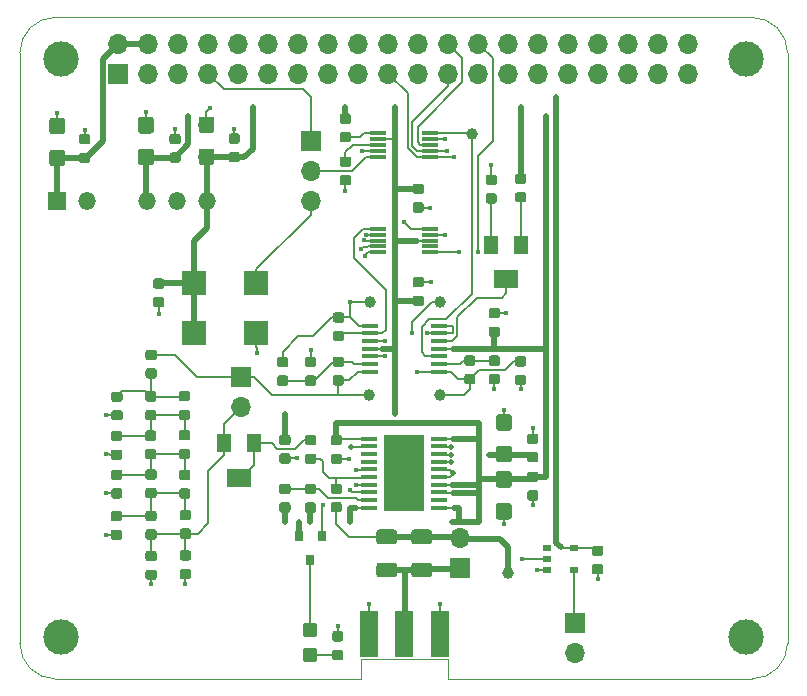
<source format=gbr>
G04 #@! TF.GenerationSoftware,KiCad,Pcbnew,5.0.0-fee4fd1~66~ubuntu18.04.1*
G04 #@! TF.CreationDate,2018-10-18T09:36:57+01:00*
G04 #@! TF.ProjectId,DDS-hat,4444532D6861742E6B696361645F7063,rev?*
G04 #@! TF.SameCoordinates,Original*
G04 #@! TF.FileFunction,Copper,L1,Top,Signal*
G04 #@! TF.FilePolarity,Positive*
%FSLAX46Y46*%
G04 Gerber Fmt 4.6, Leading zero omitted, Abs format (unit mm)*
G04 Created by KiCad (PCBNEW 5.0.0-fee4fd1~66~ubuntu18.04.1) date Thu Oct 18 09:36:57 2018*
%MOMM*%
%LPD*%
G01*
G04 APERTURE LIST*
G04 #@! TA.AperFunction,NonConductor*
%ADD10C,0.100000*%
G04 #@! TD*
G04 #@! TA.AperFunction,Conductor*
%ADD11C,0.100000*%
G04 #@! TD*
G04 #@! TA.AperFunction,SMDPad,CuDef*
%ADD12C,0.875000*%
G04 #@! TD*
G04 #@! TA.AperFunction,ComponentPad*
%ADD13R,1.700000X1.700000*%
G04 #@! TD*
G04 #@! TA.AperFunction,ComponentPad*
%ADD14O,1.700000X1.700000*%
G04 #@! TD*
G04 #@! TA.AperFunction,SMDPad,CuDef*
%ADD15R,0.700000X0.510000*%
G04 #@! TD*
G04 #@! TA.AperFunction,SMDPad,CuDef*
%ADD16C,1.200000*%
G04 #@! TD*
G04 #@! TA.AperFunction,SMDPad,CuDef*
%ADD17R,0.800000X0.900000*%
G04 #@! TD*
G04 #@! TA.AperFunction,SMDPad,CuDef*
%ADD18C,1.350000*%
G04 #@! TD*
G04 #@! TA.AperFunction,BGAPad,CuDef*
%ADD19C,1.000000*%
G04 #@! TD*
G04 #@! TA.AperFunction,SMDPad,CuDef*
%ADD20R,1.300000X1.600000*%
G04 #@! TD*
G04 #@! TA.AperFunction,SMDPad,CuDef*
%ADD21R,2.000000X1.600000*%
G04 #@! TD*
G04 #@! TA.AperFunction,SMDPad,CuDef*
%ADD22R,1.450000X0.440000*%
G04 #@! TD*
G04 #@! TA.AperFunction,ViaPad*
%ADD23C,0.600000*%
G04 #@! TD*
G04 #@! TA.AperFunction,SMDPad,CuDef*
%ADD24R,3.400000X6.500000*%
G04 #@! TD*
G04 #@! TA.AperFunction,SMDPad,CuDef*
%ADD25R,2.000000X2.000000*%
G04 #@! TD*
G04 #@! TA.AperFunction,SMDPad,CuDef*
%ADD26R,1.500000X4.000000*%
G04 #@! TD*
G04 #@! TA.AperFunction,SMDPad,CuDef*
%ADD27R,1.400000X0.300000*%
G04 #@! TD*
G04 #@! TA.AperFunction,SMDPad,CuDef*
%ADD28R,1.450000X0.450000*%
G04 #@! TD*
G04 #@! TA.AperFunction,SMDPad,CuDef*
%ADD29C,1.250000*%
G04 #@! TD*
G04 #@! TA.AperFunction,ComponentPad*
%ADD30R,1.500000X1.500000*%
G04 #@! TD*
G04 #@! TA.AperFunction,ComponentPad*
%ADD31O,1.500000X1.500000*%
G04 #@! TD*
G04 #@! TA.AperFunction,WasherPad*
%ADD32C,3.000000*%
G04 #@! TD*
G04 #@! TA.AperFunction,ViaPad*
%ADD33C,0.400000*%
G04 #@! TD*
G04 #@! TA.AperFunction,ViaPad*
%ADD34C,0.500000*%
G04 #@! TD*
G04 #@! TA.AperFunction,Conductor*
%ADD35C,0.200000*%
G04 #@! TD*
G04 #@! TA.AperFunction,Conductor*
%ADD36C,0.500000*%
G04 #@! TD*
G04 APERTURE END LIST*
D10*
X114830000Y-116820000D02*
X140546356Y-116817611D01*
X107400000Y-115110000D02*
X107400000Y-116817611D01*
X114830000Y-115110000D02*
X114830000Y-116817611D01*
X107400000Y-115110000D02*
X114830000Y-115110000D01*
X78546356Y-63817611D02*
X78546356Y-113817611D01*
X78546356Y-63817611D02*
G75*
G02X81546356Y-60817611I3000000J0D01*
G01*
X140546356Y-60817611D02*
X81546356Y-60817611D01*
X140546356Y-60817611D02*
G75*
G02X143546356Y-63817611I0J-3000000D01*
G01*
X143546356Y-113817611D02*
X143546356Y-63817611D01*
X81546356Y-116817611D02*
G75*
G02X78546356Y-113817611I0J3000000D01*
G01*
X81546356Y-116817611D02*
X107400000Y-116820000D01*
X143546351Y-113822847D02*
G75*
G02X140546356Y-116817611I-2999995J5236D01*
G01*
D11*
G04 #@! TO.N,+5VA*
G04 #@! TO.C,C30*
G36*
X112557691Y-74896053D02*
X112578926Y-74899203D01*
X112599750Y-74904419D01*
X112619962Y-74911651D01*
X112639368Y-74920830D01*
X112657781Y-74931866D01*
X112675024Y-74944654D01*
X112690930Y-74959070D01*
X112705346Y-74974976D01*
X112718134Y-74992219D01*
X112729170Y-75010632D01*
X112738349Y-75030038D01*
X112745581Y-75050250D01*
X112750797Y-75071074D01*
X112753947Y-75092309D01*
X112755000Y-75113750D01*
X112755000Y-75551250D01*
X112753947Y-75572691D01*
X112750797Y-75593926D01*
X112745581Y-75614750D01*
X112738349Y-75634962D01*
X112729170Y-75654368D01*
X112718134Y-75672781D01*
X112705346Y-75690024D01*
X112690930Y-75705930D01*
X112675024Y-75720346D01*
X112657781Y-75733134D01*
X112639368Y-75744170D01*
X112619962Y-75753349D01*
X112599750Y-75760581D01*
X112578926Y-75765797D01*
X112557691Y-75768947D01*
X112536250Y-75770000D01*
X112023750Y-75770000D01*
X112002309Y-75768947D01*
X111981074Y-75765797D01*
X111960250Y-75760581D01*
X111940038Y-75753349D01*
X111920632Y-75744170D01*
X111902219Y-75733134D01*
X111884976Y-75720346D01*
X111869070Y-75705930D01*
X111854654Y-75690024D01*
X111841866Y-75672781D01*
X111830830Y-75654368D01*
X111821651Y-75634962D01*
X111814419Y-75614750D01*
X111809203Y-75593926D01*
X111806053Y-75572691D01*
X111805000Y-75551250D01*
X111805000Y-75113750D01*
X111806053Y-75092309D01*
X111809203Y-75071074D01*
X111814419Y-75050250D01*
X111821651Y-75030038D01*
X111830830Y-75010632D01*
X111841866Y-74992219D01*
X111854654Y-74974976D01*
X111869070Y-74959070D01*
X111884976Y-74944654D01*
X111902219Y-74931866D01*
X111920632Y-74920830D01*
X111940038Y-74911651D01*
X111960250Y-74904419D01*
X111981074Y-74899203D01*
X112002309Y-74896053D01*
X112023750Y-74895000D01*
X112536250Y-74895000D01*
X112557691Y-74896053D01*
X112557691Y-74896053D01*
G37*
D12*
G04 #@! TD*
G04 #@! TO.P,C30,1*
G04 #@! TO.N,+5VA*
X112280000Y-75332500D03*
D11*
G04 #@! TO.N,GND*
G04 #@! TO.C,C30*
G36*
X112557691Y-76471053D02*
X112578926Y-76474203D01*
X112599750Y-76479419D01*
X112619962Y-76486651D01*
X112639368Y-76495830D01*
X112657781Y-76506866D01*
X112675024Y-76519654D01*
X112690930Y-76534070D01*
X112705346Y-76549976D01*
X112718134Y-76567219D01*
X112729170Y-76585632D01*
X112738349Y-76605038D01*
X112745581Y-76625250D01*
X112750797Y-76646074D01*
X112753947Y-76667309D01*
X112755000Y-76688750D01*
X112755000Y-77126250D01*
X112753947Y-77147691D01*
X112750797Y-77168926D01*
X112745581Y-77189750D01*
X112738349Y-77209962D01*
X112729170Y-77229368D01*
X112718134Y-77247781D01*
X112705346Y-77265024D01*
X112690930Y-77280930D01*
X112675024Y-77295346D01*
X112657781Y-77308134D01*
X112639368Y-77319170D01*
X112619962Y-77328349D01*
X112599750Y-77335581D01*
X112578926Y-77340797D01*
X112557691Y-77343947D01*
X112536250Y-77345000D01*
X112023750Y-77345000D01*
X112002309Y-77343947D01*
X111981074Y-77340797D01*
X111960250Y-77335581D01*
X111940038Y-77328349D01*
X111920632Y-77319170D01*
X111902219Y-77308134D01*
X111884976Y-77295346D01*
X111869070Y-77280930D01*
X111854654Y-77265024D01*
X111841866Y-77247781D01*
X111830830Y-77229368D01*
X111821651Y-77209962D01*
X111814419Y-77189750D01*
X111809203Y-77168926D01*
X111806053Y-77147691D01*
X111805000Y-77126250D01*
X111805000Y-76688750D01*
X111806053Y-76667309D01*
X111809203Y-76646074D01*
X111814419Y-76625250D01*
X111821651Y-76605038D01*
X111830830Y-76585632D01*
X111841866Y-76567219D01*
X111854654Y-76549976D01*
X111869070Y-76534070D01*
X111884976Y-76519654D01*
X111902219Y-76506866D01*
X111920632Y-76495830D01*
X111940038Y-76486651D01*
X111960250Y-76479419D01*
X111981074Y-76474203D01*
X112002309Y-76471053D01*
X112023750Y-76470000D01*
X112536250Y-76470000D01*
X112557691Y-76471053D01*
X112557691Y-76471053D01*
G37*
D12*
G04 #@! TD*
G04 #@! TO.P,C30,2*
G04 #@! TO.N,GND*
X112280000Y-76907500D03*
D13*
G04 #@! TO.P,J5,1*
G04 #@! TO.N,Net-(J5-Pad1)*
X97290000Y-91230000D03*
D14*
G04 #@! TO.P,J5,2*
G04 #@! TO.N,Net-(C27-Pad1)*
X97290000Y-93770000D03*
G04 #@! TD*
D11*
G04 #@! TO.N,Net-(R16-Pad1)*
G04 #@! TO.C,R16*
G36*
X121217691Y-91081053D02*
X121238926Y-91084203D01*
X121259750Y-91089419D01*
X121279962Y-91096651D01*
X121299368Y-91105830D01*
X121317781Y-91116866D01*
X121335024Y-91129654D01*
X121350930Y-91144070D01*
X121365346Y-91159976D01*
X121378134Y-91177219D01*
X121389170Y-91195632D01*
X121398349Y-91215038D01*
X121405581Y-91235250D01*
X121410797Y-91256074D01*
X121413947Y-91277309D01*
X121415000Y-91298750D01*
X121415000Y-91736250D01*
X121413947Y-91757691D01*
X121410797Y-91778926D01*
X121405581Y-91799750D01*
X121398349Y-91819962D01*
X121389170Y-91839368D01*
X121378134Y-91857781D01*
X121365346Y-91875024D01*
X121350930Y-91890930D01*
X121335024Y-91905346D01*
X121317781Y-91918134D01*
X121299368Y-91929170D01*
X121279962Y-91938349D01*
X121259750Y-91945581D01*
X121238926Y-91950797D01*
X121217691Y-91953947D01*
X121196250Y-91955000D01*
X120683750Y-91955000D01*
X120662309Y-91953947D01*
X120641074Y-91950797D01*
X120620250Y-91945581D01*
X120600038Y-91938349D01*
X120580632Y-91929170D01*
X120562219Y-91918134D01*
X120544976Y-91905346D01*
X120529070Y-91890930D01*
X120514654Y-91875024D01*
X120501866Y-91857781D01*
X120490830Y-91839368D01*
X120481651Y-91819962D01*
X120474419Y-91799750D01*
X120469203Y-91778926D01*
X120466053Y-91757691D01*
X120465000Y-91736250D01*
X120465000Y-91298750D01*
X120466053Y-91277309D01*
X120469203Y-91256074D01*
X120474419Y-91235250D01*
X120481651Y-91215038D01*
X120490830Y-91195632D01*
X120501866Y-91177219D01*
X120514654Y-91159976D01*
X120529070Y-91144070D01*
X120544976Y-91129654D01*
X120562219Y-91116866D01*
X120580632Y-91105830D01*
X120600038Y-91096651D01*
X120620250Y-91089419D01*
X120641074Y-91084203D01*
X120662309Y-91081053D01*
X120683750Y-91080000D01*
X121196250Y-91080000D01*
X121217691Y-91081053D01*
X121217691Y-91081053D01*
G37*
D12*
G04 #@! TD*
G04 #@! TO.P,R16,1*
G04 #@! TO.N,Net-(R16-Pad1)*
X120940000Y-91517500D03*
D11*
G04 #@! TO.N,Net-(R16-Pad2)*
G04 #@! TO.C,R16*
G36*
X121217691Y-89506053D02*
X121238926Y-89509203D01*
X121259750Y-89514419D01*
X121279962Y-89521651D01*
X121299368Y-89530830D01*
X121317781Y-89541866D01*
X121335024Y-89554654D01*
X121350930Y-89569070D01*
X121365346Y-89584976D01*
X121378134Y-89602219D01*
X121389170Y-89620632D01*
X121398349Y-89640038D01*
X121405581Y-89660250D01*
X121410797Y-89681074D01*
X121413947Y-89702309D01*
X121415000Y-89723750D01*
X121415000Y-90161250D01*
X121413947Y-90182691D01*
X121410797Y-90203926D01*
X121405581Y-90224750D01*
X121398349Y-90244962D01*
X121389170Y-90264368D01*
X121378134Y-90282781D01*
X121365346Y-90300024D01*
X121350930Y-90315930D01*
X121335024Y-90330346D01*
X121317781Y-90343134D01*
X121299368Y-90354170D01*
X121279962Y-90363349D01*
X121259750Y-90370581D01*
X121238926Y-90375797D01*
X121217691Y-90378947D01*
X121196250Y-90380000D01*
X120683750Y-90380000D01*
X120662309Y-90378947D01*
X120641074Y-90375797D01*
X120620250Y-90370581D01*
X120600038Y-90363349D01*
X120580632Y-90354170D01*
X120562219Y-90343134D01*
X120544976Y-90330346D01*
X120529070Y-90315930D01*
X120514654Y-90300024D01*
X120501866Y-90282781D01*
X120490830Y-90264368D01*
X120481651Y-90244962D01*
X120474419Y-90224750D01*
X120469203Y-90203926D01*
X120466053Y-90182691D01*
X120465000Y-90161250D01*
X120465000Y-89723750D01*
X120466053Y-89702309D01*
X120469203Y-89681074D01*
X120474419Y-89660250D01*
X120481651Y-89640038D01*
X120490830Y-89620632D01*
X120501866Y-89602219D01*
X120514654Y-89584976D01*
X120529070Y-89569070D01*
X120544976Y-89554654D01*
X120562219Y-89541866D01*
X120580632Y-89530830D01*
X120600038Y-89521651D01*
X120620250Y-89514419D01*
X120641074Y-89509203D01*
X120662309Y-89506053D01*
X120683750Y-89505000D01*
X121196250Y-89505000D01*
X121217691Y-89506053D01*
X121217691Y-89506053D01*
G37*
D12*
G04 #@! TD*
G04 #@! TO.P,R16,2*
G04 #@! TO.N,Net-(R16-Pad2)*
X120940000Y-89942500D03*
D15*
G04 #@! TO.P,U6,1*
G04 #@! TO.N,N/C*
X123170000Y-105710000D03*
G04 #@! TO.P,U6,2*
G04 #@! TO.N,Net-(R16-Pad1)*
X123170000Y-106660000D03*
G04 #@! TO.P,U6,3*
G04 #@! TO.N,GND*
X123170000Y-107610000D03*
G04 #@! TO.P,U6,4*
G04 #@! TO.N,/TTL_SYNC*
X125490000Y-107610000D03*
G04 #@! TO.P,U6,5*
G04 #@! TO.N,+3V3*
X125490000Y-105710000D03*
G04 #@! TD*
D11*
G04 #@! TO.N,+3V3*
G04 #@! TO.C,C29*
G36*
X127737691Y-105536053D02*
X127758926Y-105539203D01*
X127779750Y-105544419D01*
X127799962Y-105551651D01*
X127819368Y-105560830D01*
X127837781Y-105571866D01*
X127855024Y-105584654D01*
X127870930Y-105599070D01*
X127885346Y-105614976D01*
X127898134Y-105632219D01*
X127909170Y-105650632D01*
X127918349Y-105670038D01*
X127925581Y-105690250D01*
X127930797Y-105711074D01*
X127933947Y-105732309D01*
X127935000Y-105753750D01*
X127935000Y-106191250D01*
X127933947Y-106212691D01*
X127930797Y-106233926D01*
X127925581Y-106254750D01*
X127918349Y-106274962D01*
X127909170Y-106294368D01*
X127898134Y-106312781D01*
X127885346Y-106330024D01*
X127870930Y-106345930D01*
X127855024Y-106360346D01*
X127837781Y-106373134D01*
X127819368Y-106384170D01*
X127799962Y-106393349D01*
X127779750Y-106400581D01*
X127758926Y-106405797D01*
X127737691Y-106408947D01*
X127716250Y-106410000D01*
X127203750Y-106410000D01*
X127182309Y-106408947D01*
X127161074Y-106405797D01*
X127140250Y-106400581D01*
X127120038Y-106393349D01*
X127100632Y-106384170D01*
X127082219Y-106373134D01*
X127064976Y-106360346D01*
X127049070Y-106345930D01*
X127034654Y-106330024D01*
X127021866Y-106312781D01*
X127010830Y-106294368D01*
X127001651Y-106274962D01*
X126994419Y-106254750D01*
X126989203Y-106233926D01*
X126986053Y-106212691D01*
X126985000Y-106191250D01*
X126985000Y-105753750D01*
X126986053Y-105732309D01*
X126989203Y-105711074D01*
X126994419Y-105690250D01*
X127001651Y-105670038D01*
X127010830Y-105650632D01*
X127021866Y-105632219D01*
X127034654Y-105614976D01*
X127049070Y-105599070D01*
X127064976Y-105584654D01*
X127082219Y-105571866D01*
X127100632Y-105560830D01*
X127120038Y-105551651D01*
X127140250Y-105544419D01*
X127161074Y-105539203D01*
X127182309Y-105536053D01*
X127203750Y-105535000D01*
X127716250Y-105535000D01*
X127737691Y-105536053D01*
X127737691Y-105536053D01*
G37*
D12*
G04 #@! TD*
G04 #@! TO.P,C29,1*
G04 #@! TO.N,+3V3*
X127460000Y-105972500D03*
D11*
G04 #@! TO.N,GND*
G04 #@! TO.C,C29*
G36*
X127737691Y-107111053D02*
X127758926Y-107114203D01*
X127779750Y-107119419D01*
X127799962Y-107126651D01*
X127819368Y-107135830D01*
X127837781Y-107146866D01*
X127855024Y-107159654D01*
X127870930Y-107174070D01*
X127885346Y-107189976D01*
X127898134Y-107207219D01*
X127909170Y-107225632D01*
X127918349Y-107245038D01*
X127925581Y-107265250D01*
X127930797Y-107286074D01*
X127933947Y-107307309D01*
X127935000Y-107328750D01*
X127935000Y-107766250D01*
X127933947Y-107787691D01*
X127930797Y-107808926D01*
X127925581Y-107829750D01*
X127918349Y-107849962D01*
X127909170Y-107869368D01*
X127898134Y-107887781D01*
X127885346Y-107905024D01*
X127870930Y-107920930D01*
X127855024Y-107935346D01*
X127837781Y-107948134D01*
X127819368Y-107959170D01*
X127799962Y-107968349D01*
X127779750Y-107975581D01*
X127758926Y-107980797D01*
X127737691Y-107983947D01*
X127716250Y-107985000D01*
X127203750Y-107985000D01*
X127182309Y-107983947D01*
X127161074Y-107980797D01*
X127140250Y-107975581D01*
X127120038Y-107968349D01*
X127100632Y-107959170D01*
X127082219Y-107948134D01*
X127064976Y-107935346D01*
X127049070Y-107920930D01*
X127034654Y-107905024D01*
X127021866Y-107887781D01*
X127010830Y-107869368D01*
X127001651Y-107849962D01*
X126994419Y-107829750D01*
X126989203Y-107808926D01*
X126986053Y-107787691D01*
X126985000Y-107766250D01*
X126985000Y-107328750D01*
X126986053Y-107307309D01*
X126989203Y-107286074D01*
X126994419Y-107265250D01*
X127001651Y-107245038D01*
X127010830Y-107225632D01*
X127021866Y-107207219D01*
X127034654Y-107189976D01*
X127049070Y-107174070D01*
X127064976Y-107159654D01*
X127082219Y-107146866D01*
X127100632Y-107135830D01*
X127120038Y-107126651D01*
X127140250Y-107119419D01*
X127161074Y-107114203D01*
X127182309Y-107111053D01*
X127203750Y-107110000D01*
X127716250Y-107110000D01*
X127737691Y-107111053D01*
X127737691Y-107111053D01*
G37*
D12*
G04 #@! TD*
G04 #@! TO.P,C29,2*
G04 #@! TO.N,GND*
X127460000Y-107547500D03*
D13*
G04 #@! TO.P,J6,1*
G04 #@! TO.N,/TTL_SYNC*
X125510000Y-112080000D03*
D14*
G04 #@! TO.P,J6,2*
G04 #@! TO.N,GND*
X125510000Y-114620000D03*
G04 #@! TD*
D11*
G04 #@! TO.N,Net-(D1-Pad1)*
G04 #@! TO.C,D1*
G36*
X103512183Y-114183609D02*
X103534549Y-114186927D01*
X103556482Y-114192421D01*
X103577770Y-114200038D01*
X103598210Y-114209705D01*
X103617603Y-114221329D01*
X103635764Y-114234798D01*
X103652517Y-114249983D01*
X103667702Y-114266736D01*
X103681171Y-114284897D01*
X103692795Y-114304290D01*
X103702462Y-114324730D01*
X103710079Y-114346018D01*
X103715573Y-114367951D01*
X103718891Y-114390317D01*
X103720000Y-114412900D01*
X103720000Y-115152100D01*
X103718891Y-115174683D01*
X103715573Y-115197049D01*
X103710079Y-115218982D01*
X103702462Y-115240270D01*
X103692795Y-115260710D01*
X103681171Y-115280103D01*
X103667702Y-115298264D01*
X103652517Y-115315017D01*
X103635764Y-115330202D01*
X103617603Y-115343671D01*
X103598210Y-115355295D01*
X103577770Y-115364962D01*
X103556482Y-115372579D01*
X103534549Y-115378073D01*
X103512183Y-115381391D01*
X103489600Y-115382500D01*
X102750400Y-115382500D01*
X102727817Y-115381391D01*
X102705451Y-115378073D01*
X102683518Y-115372579D01*
X102662230Y-115364962D01*
X102641790Y-115355295D01*
X102622397Y-115343671D01*
X102604236Y-115330202D01*
X102587483Y-115315017D01*
X102572298Y-115298264D01*
X102558829Y-115280103D01*
X102547205Y-115260710D01*
X102537538Y-115240270D01*
X102529921Y-115218982D01*
X102524427Y-115197049D01*
X102521109Y-115174683D01*
X102520000Y-115152100D01*
X102520000Y-114412900D01*
X102521109Y-114390317D01*
X102524427Y-114367951D01*
X102529921Y-114346018D01*
X102537538Y-114324730D01*
X102547205Y-114304290D01*
X102558829Y-114284897D01*
X102572298Y-114266736D01*
X102587483Y-114249983D01*
X102604236Y-114234798D01*
X102622397Y-114221329D01*
X102641790Y-114209705D01*
X102662230Y-114200038D01*
X102683518Y-114192421D01*
X102705451Y-114186927D01*
X102727817Y-114183609D01*
X102750400Y-114182500D01*
X103489600Y-114182500D01*
X103512183Y-114183609D01*
X103512183Y-114183609D01*
G37*
D16*
G04 #@! TD*
G04 #@! TO.P,D1,1*
G04 #@! TO.N,Net-(D1-Pad1)*
X103120000Y-114782500D03*
D11*
G04 #@! TO.N,Net-(D1-Pad2)*
G04 #@! TO.C,D1*
G36*
X103512183Y-112058609D02*
X103534549Y-112061927D01*
X103556482Y-112067421D01*
X103577770Y-112075038D01*
X103598210Y-112084705D01*
X103617603Y-112096329D01*
X103635764Y-112109798D01*
X103652517Y-112124983D01*
X103667702Y-112141736D01*
X103681171Y-112159897D01*
X103692795Y-112179290D01*
X103702462Y-112199730D01*
X103710079Y-112221018D01*
X103715573Y-112242951D01*
X103718891Y-112265317D01*
X103720000Y-112287900D01*
X103720000Y-113027100D01*
X103718891Y-113049683D01*
X103715573Y-113072049D01*
X103710079Y-113093982D01*
X103702462Y-113115270D01*
X103692795Y-113135710D01*
X103681171Y-113155103D01*
X103667702Y-113173264D01*
X103652517Y-113190017D01*
X103635764Y-113205202D01*
X103617603Y-113218671D01*
X103598210Y-113230295D01*
X103577770Y-113239962D01*
X103556482Y-113247579D01*
X103534549Y-113253073D01*
X103512183Y-113256391D01*
X103489600Y-113257500D01*
X102750400Y-113257500D01*
X102727817Y-113256391D01*
X102705451Y-113253073D01*
X102683518Y-113247579D01*
X102662230Y-113239962D01*
X102641790Y-113230295D01*
X102622397Y-113218671D01*
X102604236Y-113205202D01*
X102587483Y-113190017D01*
X102572298Y-113173264D01*
X102558829Y-113155103D01*
X102547205Y-113135710D01*
X102537538Y-113115270D01*
X102529921Y-113093982D01*
X102524427Y-113072049D01*
X102521109Y-113049683D01*
X102520000Y-113027100D01*
X102520000Y-112287900D01*
X102521109Y-112265317D01*
X102524427Y-112242951D01*
X102529921Y-112221018D01*
X102537538Y-112199730D01*
X102547205Y-112179290D01*
X102558829Y-112159897D01*
X102572298Y-112141736D01*
X102587483Y-112124983D01*
X102604236Y-112109798D01*
X102622397Y-112096329D01*
X102641790Y-112084705D01*
X102662230Y-112075038D01*
X102683518Y-112067421D01*
X102705451Y-112061927D01*
X102727817Y-112058609D01*
X102750400Y-112057500D01*
X103489600Y-112057500D01*
X103512183Y-112058609D01*
X103512183Y-112058609D01*
G37*
D16*
G04 #@! TD*
G04 #@! TO.P,D1,2*
G04 #@! TO.N,Net-(D1-Pad2)*
X103120000Y-112657500D03*
D17*
G04 #@! TO.P,Q1,1*
G04 #@! TO.N,Net-(Q1-Pad1)*
X104090000Y-104720000D03*
G04 #@! TO.P,Q1,2*
G04 #@! TO.N,-5VA*
X102190000Y-104720000D03*
G04 #@! TO.P,Q1,3*
G04 #@! TO.N,Net-(D1-Pad2)*
X103140000Y-106720000D03*
G04 #@! TD*
D11*
G04 #@! TO.N,Net-(D1-Pad1)*
G04 #@! TO.C,R15*
G36*
X105737691Y-114361053D02*
X105758926Y-114364203D01*
X105779750Y-114369419D01*
X105799962Y-114376651D01*
X105819368Y-114385830D01*
X105837781Y-114396866D01*
X105855024Y-114409654D01*
X105870930Y-114424070D01*
X105885346Y-114439976D01*
X105898134Y-114457219D01*
X105909170Y-114475632D01*
X105918349Y-114495038D01*
X105925581Y-114515250D01*
X105930797Y-114536074D01*
X105933947Y-114557309D01*
X105935000Y-114578750D01*
X105935000Y-115016250D01*
X105933947Y-115037691D01*
X105930797Y-115058926D01*
X105925581Y-115079750D01*
X105918349Y-115099962D01*
X105909170Y-115119368D01*
X105898134Y-115137781D01*
X105885346Y-115155024D01*
X105870930Y-115170930D01*
X105855024Y-115185346D01*
X105837781Y-115198134D01*
X105819368Y-115209170D01*
X105799962Y-115218349D01*
X105779750Y-115225581D01*
X105758926Y-115230797D01*
X105737691Y-115233947D01*
X105716250Y-115235000D01*
X105203750Y-115235000D01*
X105182309Y-115233947D01*
X105161074Y-115230797D01*
X105140250Y-115225581D01*
X105120038Y-115218349D01*
X105100632Y-115209170D01*
X105082219Y-115198134D01*
X105064976Y-115185346D01*
X105049070Y-115170930D01*
X105034654Y-115155024D01*
X105021866Y-115137781D01*
X105010830Y-115119368D01*
X105001651Y-115099962D01*
X104994419Y-115079750D01*
X104989203Y-115058926D01*
X104986053Y-115037691D01*
X104985000Y-115016250D01*
X104985000Y-114578750D01*
X104986053Y-114557309D01*
X104989203Y-114536074D01*
X104994419Y-114515250D01*
X105001651Y-114495038D01*
X105010830Y-114475632D01*
X105021866Y-114457219D01*
X105034654Y-114439976D01*
X105049070Y-114424070D01*
X105064976Y-114409654D01*
X105082219Y-114396866D01*
X105100632Y-114385830D01*
X105120038Y-114376651D01*
X105140250Y-114369419D01*
X105161074Y-114364203D01*
X105182309Y-114361053D01*
X105203750Y-114360000D01*
X105716250Y-114360000D01*
X105737691Y-114361053D01*
X105737691Y-114361053D01*
G37*
D12*
G04 #@! TD*
G04 #@! TO.P,R15,1*
G04 #@! TO.N,Net-(D1-Pad1)*
X105460000Y-114797500D03*
D11*
G04 #@! TO.N,GND*
G04 #@! TO.C,R15*
G36*
X105737691Y-112786053D02*
X105758926Y-112789203D01*
X105779750Y-112794419D01*
X105799962Y-112801651D01*
X105819368Y-112810830D01*
X105837781Y-112821866D01*
X105855024Y-112834654D01*
X105870930Y-112849070D01*
X105885346Y-112864976D01*
X105898134Y-112882219D01*
X105909170Y-112900632D01*
X105918349Y-112920038D01*
X105925581Y-112940250D01*
X105930797Y-112961074D01*
X105933947Y-112982309D01*
X105935000Y-113003750D01*
X105935000Y-113441250D01*
X105933947Y-113462691D01*
X105930797Y-113483926D01*
X105925581Y-113504750D01*
X105918349Y-113524962D01*
X105909170Y-113544368D01*
X105898134Y-113562781D01*
X105885346Y-113580024D01*
X105870930Y-113595930D01*
X105855024Y-113610346D01*
X105837781Y-113623134D01*
X105819368Y-113634170D01*
X105799962Y-113643349D01*
X105779750Y-113650581D01*
X105758926Y-113655797D01*
X105737691Y-113658947D01*
X105716250Y-113660000D01*
X105203750Y-113660000D01*
X105182309Y-113658947D01*
X105161074Y-113655797D01*
X105140250Y-113650581D01*
X105120038Y-113643349D01*
X105100632Y-113634170D01*
X105082219Y-113623134D01*
X105064976Y-113610346D01*
X105049070Y-113595930D01*
X105034654Y-113580024D01*
X105021866Y-113562781D01*
X105010830Y-113544368D01*
X105001651Y-113524962D01*
X104994419Y-113504750D01*
X104989203Y-113483926D01*
X104986053Y-113462691D01*
X104985000Y-113441250D01*
X104985000Y-113003750D01*
X104986053Y-112982309D01*
X104989203Y-112961074D01*
X104994419Y-112940250D01*
X105001651Y-112920038D01*
X105010830Y-112900632D01*
X105021866Y-112882219D01*
X105034654Y-112864976D01*
X105049070Y-112849070D01*
X105064976Y-112834654D01*
X105082219Y-112821866D01*
X105100632Y-112810830D01*
X105120038Y-112801651D01*
X105140250Y-112794419D01*
X105161074Y-112789203D01*
X105182309Y-112786053D01*
X105203750Y-112785000D01*
X105716250Y-112785000D01*
X105737691Y-112786053D01*
X105737691Y-112786053D01*
G37*
D12*
G04 #@! TD*
G04 #@! TO.P,R15,2*
G04 #@! TO.N,GND*
X105460000Y-113222500D03*
D11*
G04 #@! TO.N,Net-(C27-Pad1)*
G04 #@! TO.C,C28*
G36*
X89939691Y-105989553D02*
X89960926Y-105992703D01*
X89981750Y-105997919D01*
X90001962Y-106005151D01*
X90021368Y-106014330D01*
X90039781Y-106025366D01*
X90057024Y-106038154D01*
X90072930Y-106052570D01*
X90087346Y-106068476D01*
X90100134Y-106085719D01*
X90111170Y-106104132D01*
X90120349Y-106123538D01*
X90127581Y-106143750D01*
X90132797Y-106164574D01*
X90135947Y-106185809D01*
X90137000Y-106207250D01*
X90137000Y-106644750D01*
X90135947Y-106666191D01*
X90132797Y-106687426D01*
X90127581Y-106708250D01*
X90120349Y-106728462D01*
X90111170Y-106747868D01*
X90100134Y-106766281D01*
X90087346Y-106783524D01*
X90072930Y-106799430D01*
X90057024Y-106813846D01*
X90039781Y-106826634D01*
X90021368Y-106837670D01*
X90001962Y-106846849D01*
X89981750Y-106854081D01*
X89960926Y-106859297D01*
X89939691Y-106862447D01*
X89918250Y-106863500D01*
X89405750Y-106863500D01*
X89384309Y-106862447D01*
X89363074Y-106859297D01*
X89342250Y-106854081D01*
X89322038Y-106846849D01*
X89302632Y-106837670D01*
X89284219Y-106826634D01*
X89266976Y-106813846D01*
X89251070Y-106799430D01*
X89236654Y-106783524D01*
X89223866Y-106766281D01*
X89212830Y-106747868D01*
X89203651Y-106728462D01*
X89196419Y-106708250D01*
X89191203Y-106687426D01*
X89188053Y-106666191D01*
X89187000Y-106644750D01*
X89187000Y-106207250D01*
X89188053Y-106185809D01*
X89191203Y-106164574D01*
X89196419Y-106143750D01*
X89203651Y-106123538D01*
X89212830Y-106104132D01*
X89223866Y-106085719D01*
X89236654Y-106068476D01*
X89251070Y-106052570D01*
X89266976Y-106038154D01*
X89284219Y-106025366D01*
X89302632Y-106014330D01*
X89322038Y-106005151D01*
X89342250Y-105997919D01*
X89363074Y-105992703D01*
X89384309Y-105989553D01*
X89405750Y-105988500D01*
X89918250Y-105988500D01*
X89939691Y-105989553D01*
X89939691Y-105989553D01*
G37*
D12*
G04 #@! TD*
G04 #@! TO.P,C28,1*
G04 #@! TO.N,Net-(C27-Pad1)*
X89662000Y-106426000D03*
D11*
G04 #@! TO.N,GND*
G04 #@! TO.C,C28*
G36*
X89939691Y-107564553D02*
X89960926Y-107567703D01*
X89981750Y-107572919D01*
X90001962Y-107580151D01*
X90021368Y-107589330D01*
X90039781Y-107600366D01*
X90057024Y-107613154D01*
X90072930Y-107627570D01*
X90087346Y-107643476D01*
X90100134Y-107660719D01*
X90111170Y-107679132D01*
X90120349Y-107698538D01*
X90127581Y-107718750D01*
X90132797Y-107739574D01*
X90135947Y-107760809D01*
X90137000Y-107782250D01*
X90137000Y-108219750D01*
X90135947Y-108241191D01*
X90132797Y-108262426D01*
X90127581Y-108283250D01*
X90120349Y-108303462D01*
X90111170Y-108322868D01*
X90100134Y-108341281D01*
X90087346Y-108358524D01*
X90072930Y-108374430D01*
X90057024Y-108388846D01*
X90039781Y-108401634D01*
X90021368Y-108412670D01*
X90001962Y-108421849D01*
X89981750Y-108429081D01*
X89960926Y-108434297D01*
X89939691Y-108437447D01*
X89918250Y-108438500D01*
X89405750Y-108438500D01*
X89384309Y-108437447D01*
X89363074Y-108434297D01*
X89342250Y-108429081D01*
X89322038Y-108421849D01*
X89302632Y-108412670D01*
X89284219Y-108401634D01*
X89266976Y-108388846D01*
X89251070Y-108374430D01*
X89236654Y-108358524D01*
X89223866Y-108341281D01*
X89212830Y-108322868D01*
X89203651Y-108303462D01*
X89196419Y-108283250D01*
X89191203Y-108262426D01*
X89188053Y-108241191D01*
X89187000Y-108219750D01*
X89187000Y-107782250D01*
X89188053Y-107760809D01*
X89191203Y-107739574D01*
X89196419Y-107718750D01*
X89203651Y-107698538D01*
X89212830Y-107679132D01*
X89223866Y-107660719D01*
X89236654Y-107643476D01*
X89251070Y-107627570D01*
X89266976Y-107613154D01*
X89284219Y-107600366D01*
X89302632Y-107589330D01*
X89322038Y-107580151D01*
X89342250Y-107572919D01*
X89363074Y-107567703D01*
X89384309Y-107564553D01*
X89405750Y-107563500D01*
X89918250Y-107563500D01*
X89939691Y-107564553D01*
X89939691Y-107564553D01*
G37*
D12*
G04 #@! TD*
G04 #@! TO.P,C28,2*
G04 #@! TO.N,GND*
X89662000Y-108001000D03*
D11*
G04 #@! TO.N,Net-(C25-Pad1)*
G04 #@! TO.C,C27*
G36*
X92837691Y-102516053D02*
X92858926Y-102519203D01*
X92879750Y-102524419D01*
X92899962Y-102531651D01*
X92919368Y-102540830D01*
X92937781Y-102551866D01*
X92955024Y-102564654D01*
X92970930Y-102579070D01*
X92985346Y-102594976D01*
X92998134Y-102612219D01*
X93009170Y-102630632D01*
X93018349Y-102650038D01*
X93025581Y-102670250D01*
X93030797Y-102691074D01*
X93033947Y-102712309D01*
X93035000Y-102733750D01*
X93035000Y-103171250D01*
X93033947Y-103192691D01*
X93030797Y-103213926D01*
X93025581Y-103234750D01*
X93018349Y-103254962D01*
X93009170Y-103274368D01*
X92998134Y-103292781D01*
X92985346Y-103310024D01*
X92970930Y-103325930D01*
X92955024Y-103340346D01*
X92937781Y-103353134D01*
X92919368Y-103364170D01*
X92899962Y-103373349D01*
X92879750Y-103380581D01*
X92858926Y-103385797D01*
X92837691Y-103388947D01*
X92816250Y-103390000D01*
X92303750Y-103390000D01*
X92282309Y-103388947D01*
X92261074Y-103385797D01*
X92240250Y-103380581D01*
X92220038Y-103373349D01*
X92200632Y-103364170D01*
X92182219Y-103353134D01*
X92164976Y-103340346D01*
X92149070Y-103325930D01*
X92134654Y-103310024D01*
X92121866Y-103292781D01*
X92110830Y-103274368D01*
X92101651Y-103254962D01*
X92094419Y-103234750D01*
X92089203Y-103213926D01*
X92086053Y-103192691D01*
X92085000Y-103171250D01*
X92085000Y-102733750D01*
X92086053Y-102712309D01*
X92089203Y-102691074D01*
X92094419Y-102670250D01*
X92101651Y-102650038D01*
X92110830Y-102630632D01*
X92121866Y-102612219D01*
X92134654Y-102594976D01*
X92149070Y-102579070D01*
X92164976Y-102564654D01*
X92182219Y-102551866D01*
X92200632Y-102540830D01*
X92220038Y-102531651D01*
X92240250Y-102524419D01*
X92261074Y-102519203D01*
X92282309Y-102516053D01*
X92303750Y-102515000D01*
X92816250Y-102515000D01*
X92837691Y-102516053D01*
X92837691Y-102516053D01*
G37*
D12*
G04 #@! TD*
G04 #@! TO.P,C27,2*
G04 #@! TO.N,Net-(C25-Pad1)*
X92560000Y-102952500D03*
D11*
G04 #@! TO.N,Net-(C27-Pad1)*
G04 #@! TO.C,C27*
G36*
X92837691Y-104091053D02*
X92858926Y-104094203D01*
X92879750Y-104099419D01*
X92899962Y-104106651D01*
X92919368Y-104115830D01*
X92937781Y-104126866D01*
X92955024Y-104139654D01*
X92970930Y-104154070D01*
X92985346Y-104169976D01*
X92998134Y-104187219D01*
X93009170Y-104205632D01*
X93018349Y-104225038D01*
X93025581Y-104245250D01*
X93030797Y-104266074D01*
X93033947Y-104287309D01*
X93035000Y-104308750D01*
X93035000Y-104746250D01*
X93033947Y-104767691D01*
X93030797Y-104788926D01*
X93025581Y-104809750D01*
X93018349Y-104829962D01*
X93009170Y-104849368D01*
X92998134Y-104867781D01*
X92985346Y-104885024D01*
X92970930Y-104900930D01*
X92955024Y-104915346D01*
X92937781Y-104928134D01*
X92919368Y-104939170D01*
X92899962Y-104948349D01*
X92879750Y-104955581D01*
X92858926Y-104960797D01*
X92837691Y-104963947D01*
X92816250Y-104965000D01*
X92303750Y-104965000D01*
X92282309Y-104963947D01*
X92261074Y-104960797D01*
X92240250Y-104955581D01*
X92220038Y-104948349D01*
X92200632Y-104939170D01*
X92182219Y-104928134D01*
X92164976Y-104915346D01*
X92149070Y-104900930D01*
X92134654Y-104885024D01*
X92121866Y-104867781D01*
X92110830Y-104849368D01*
X92101651Y-104829962D01*
X92094419Y-104809750D01*
X92089203Y-104788926D01*
X92086053Y-104767691D01*
X92085000Y-104746250D01*
X92085000Y-104308750D01*
X92086053Y-104287309D01*
X92089203Y-104266074D01*
X92094419Y-104245250D01*
X92101651Y-104225038D01*
X92110830Y-104205632D01*
X92121866Y-104187219D01*
X92134654Y-104169976D01*
X92149070Y-104154070D01*
X92164976Y-104139654D01*
X92182219Y-104126866D01*
X92200632Y-104115830D01*
X92220038Y-104106651D01*
X92240250Y-104099419D01*
X92261074Y-104094203D01*
X92282309Y-104091053D01*
X92303750Y-104090000D01*
X92816250Y-104090000D01*
X92837691Y-104091053D01*
X92837691Y-104091053D01*
G37*
D12*
G04 #@! TD*
G04 #@! TO.P,C27,1*
G04 #@! TO.N,Net-(C27-Pad1)*
X92560000Y-104527500D03*
D11*
G04 #@! TO.N,Net-(C25-Pad1)*
G04 #@! TO.C,C26*
G36*
X86997691Y-102606053D02*
X87018926Y-102609203D01*
X87039750Y-102614419D01*
X87059962Y-102621651D01*
X87079368Y-102630830D01*
X87097781Y-102641866D01*
X87115024Y-102654654D01*
X87130930Y-102669070D01*
X87145346Y-102684976D01*
X87158134Y-102702219D01*
X87169170Y-102720632D01*
X87178349Y-102740038D01*
X87185581Y-102760250D01*
X87190797Y-102781074D01*
X87193947Y-102802309D01*
X87195000Y-102823750D01*
X87195000Y-103261250D01*
X87193947Y-103282691D01*
X87190797Y-103303926D01*
X87185581Y-103324750D01*
X87178349Y-103344962D01*
X87169170Y-103364368D01*
X87158134Y-103382781D01*
X87145346Y-103400024D01*
X87130930Y-103415930D01*
X87115024Y-103430346D01*
X87097781Y-103443134D01*
X87079368Y-103454170D01*
X87059962Y-103463349D01*
X87039750Y-103470581D01*
X87018926Y-103475797D01*
X86997691Y-103478947D01*
X86976250Y-103480000D01*
X86463750Y-103480000D01*
X86442309Y-103478947D01*
X86421074Y-103475797D01*
X86400250Y-103470581D01*
X86380038Y-103463349D01*
X86360632Y-103454170D01*
X86342219Y-103443134D01*
X86324976Y-103430346D01*
X86309070Y-103415930D01*
X86294654Y-103400024D01*
X86281866Y-103382781D01*
X86270830Y-103364368D01*
X86261651Y-103344962D01*
X86254419Y-103324750D01*
X86249203Y-103303926D01*
X86246053Y-103282691D01*
X86245000Y-103261250D01*
X86245000Y-102823750D01*
X86246053Y-102802309D01*
X86249203Y-102781074D01*
X86254419Y-102760250D01*
X86261651Y-102740038D01*
X86270830Y-102720632D01*
X86281866Y-102702219D01*
X86294654Y-102684976D01*
X86309070Y-102669070D01*
X86324976Y-102654654D01*
X86342219Y-102641866D01*
X86360632Y-102630830D01*
X86380038Y-102621651D01*
X86400250Y-102614419D01*
X86421074Y-102609203D01*
X86442309Y-102606053D01*
X86463750Y-102605000D01*
X86976250Y-102605000D01*
X86997691Y-102606053D01*
X86997691Y-102606053D01*
G37*
D12*
G04 #@! TD*
G04 #@! TO.P,C26,1*
G04 #@! TO.N,Net-(C25-Pad1)*
X86720000Y-103042500D03*
D11*
G04 #@! TO.N,GND*
G04 #@! TO.C,C26*
G36*
X86997691Y-104181053D02*
X87018926Y-104184203D01*
X87039750Y-104189419D01*
X87059962Y-104196651D01*
X87079368Y-104205830D01*
X87097781Y-104216866D01*
X87115024Y-104229654D01*
X87130930Y-104244070D01*
X87145346Y-104259976D01*
X87158134Y-104277219D01*
X87169170Y-104295632D01*
X87178349Y-104315038D01*
X87185581Y-104335250D01*
X87190797Y-104356074D01*
X87193947Y-104377309D01*
X87195000Y-104398750D01*
X87195000Y-104836250D01*
X87193947Y-104857691D01*
X87190797Y-104878926D01*
X87185581Y-104899750D01*
X87178349Y-104919962D01*
X87169170Y-104939368D01*
X87158134Y-104957781D01*
X87145346Y-104975024D01*
X87130930Y-104990930D01*
X87115024Y-105005346D01*
X87097781Y-105018134D01*
X87079368Y-105029170D01*
X87059962Y-105038349D01*
X87039750Y-105045581D01*
X87018926Y-105050797D01*
X86997691Y-105053947D01*
X86976250Y-105055000D01*
X86463750Y-105055000D01*
X86442309Y-105053947D01*
X86421074Y-105050797D01*
X86400250Y-105045581D01*
X86380038Y-105038349D01*
X86360632Y-105029170D01*
X86342219Y-105018134D01*
X86324976Y-105005346D01*
X86309070Y-104990930D01*
X86294654Y-104975024D01*
X86281866Y-104957781D01*
X86270830Y-104939368D01*
X86261651Y-104919962D01*
X86254419Y-104899750D01*
X86249203Y-104878926D01*
X86246053Y-104857691D01*
X86245000Y-104836250D01*
X86245000Y-104398750D01*
X86246053Y-104377309D01*
X86249203Y-104356074D01*
X86254419Y-104335250D01*
X86261651Y-104315038D01*
X86270830Y-104295632D01*
X86281866Y-104277219D01*
X86294654Y-104259976D01*
X86309070Y-104244070D01*
X86324976Y-104229654D01*
X86342219Y-104216866D01*
X86360632Y-104205830D01*
X86380038Y-104196651D01*
X86400250Y-104189419D01*
X86421074Y-104184203D01*
X86442309Y-104181053D01*
X86463750Y-104180000D01*
X86976250Y-104180000D01*
X86997691Y-104181053D01*
X86997691Y-104181053D01*
G37*
D12*
G04 #@! TD*
G04 #@! TO.P,C26,2*
G04 #@! TO.N,GND*
X86720000Y-104617500D03*
D11*
G04 #@! TO.N,Net-(C23-Pad1)*
G04 #@! TO.C,C25*
G36*
X92797691Y-99126053D02*
X92818926Y-99129203D01*
X92839750Y-99134419D01*
X92859962Y-99141651D01*
X92879368Y-99150830D01*
X92897781Y-99161866D01*
X92915024Y-99174654D01*
X92930930Y-99189070D01*
X92945346Y-99204976D01*
X92958134Y-99222219D01*
X92969170Y-99240632D01*
X92978349Y-99260038D01*
X92985581Y-99280250D01*
X92990797Y-99301074D01*
X92993947Y-99322309D01*
X92995000Y-99343750D01*
X92995000Y-99781250D01*
X92993947Y-99802691D01*
X92990797Y-99823926D01*
X92985581Y-99844750D01*
X92978349Y-99864962D01*
X92969170Y-99884368D01*
X92958134Y-99902781D01*
X92945346Y-99920024D01*
X92930930Y-99935930D01*
X92915024Y-99950346D01*
X92897781Y-99963134D01*
X92879368Y-99974170D01*
X92859962Y-99983349D01*
X92839750Y-99990581D01*
X92818926Y-99995797D01*
X92797691Y-99998947D01*
X92776250Y-100000000D01*
X92263750Y-100000000D01*
X92242309Y-99998947D01*
X92221074Y-99995797D01*
X92200250Y-99990581D01*
X92180038Y-99983349D01*
X92160632Y-99974170D01*
X92142219Y-99963134D01*
X92124976Y-99950346D01*
X92109070Y-99935930D01*
X92094654Y-99920024D01*
X92081866Y-99902781D01*
X92070830Y-99884368D01*
X92061651Y-99864962D01*
X92054419Y-99844750D01*
X92049203Y-99823926D01*
X92046053Y-99802691D01*
X92045000Y-99781250D01*
X92045000Y-99343750D01*
X92046053Y-99322309D01*
X92049203Y-99301074D01*
X92054419Y-99280250D01*
X92061651Y-99260038D01*
X92070830Y-99240632D01*
X92081866Y-99222219D01*
X92094654Y-99204976D01*
X92109070Y-99189070D01*
X92124976Y-99174654D01*
X92142219Y-99161866D01*
X92160632Y-99150830D01*
X92180038Y-99141651D01*
X92200250Y-99134419D01*
X92221074Y-99129203D01*
X92242309Y-99126053D01*
X92263750Y-99125000D01*
X92776250Y-99125000D01*
X92797691Y-99126053D01*
X92797691Y-99126053D01*
G37*
D12*
G04 #@! TD*
G04 #@! TO.P,C25,2*
G04 #@! TO.N,Net-(C23-Pad1)*
X92520000Y-99562500D03*
D11*
G04 #@! TO.N,Net-(C25-Pad1)*
G04 #@! TO.C,C25*
G36*
X92797691Y-100701053D02*
X92818926Y-100704203D01*
X92839750Y-100709419D01*
X92859962Y-100716651D01*
X92879368Y-100725830D01*
X92897781Y-100736866D01*
X92915024Y-100749654D01*
X92930930Y-100764070D01*
X92945346Y-100779976D01*
X92958134Y-100797219D01*
X92969170Y-100815632D01*
X92978349Y-100835038D01*
X92985581Y-100855250D01*
X92990797Y-100876074D01*
X92993947Y-100897309D01*
X92995000Y-100918750D01*
X92995000Y-101356250D01*
X92993947Y-101377691D01*
X92990797Y-101398926D01*
X92985581Y-101419750D01*
X92978349Y-101439962D01*
X92969170Y-101459368D01*
X92958134Y-101477781D01*
X92945346Y-101495024D01*
X92930930Y-101510930D01*
X92915024Y-101525346D01*
X92897781Y-101538134D01*
X92879368Y-101549170D01*
X92859962Y-101558349D01*
X92839750Y-101565581D01*
X92818926Y-101570797D01*
X92797691Y-101573947D01*
X92776250Y-101575000D01*
X92263750Y-101575000D01*
X92242309Y-101573947D01*
X92221074Y-101570797D01*
X92200250Y-101565581D01*
X92180038Y-101558349D01*
X92160632Y-101549170D01*
X92142219Y-101538134D01*
X92124976Y-101525346D01*
X92109070Y-101510930D01*
X92094654Y-101495024D01*
X92081866Y-101477781D01*
X92070830Y-101459368D01*
X92061651Y-101439962D01*
X92054419Y-101419750D01*
X92049203Y-101398926D01*
X92046053Y-101377691D01*
X92045000Y-101356250D01*
X92045000Y-100918750D01*
X92046053Y-100897309D01*
X92049203Y-100876074D01*
X92054419Y-100855250D01*
X92061651Y-100835038D01*
X92070830Y-100815632D01*
X92081866Y-100797219D01*
X92094654Y-100779976D01*
X92109070Y-100764070D01*
X92124976Y-100749654D01*
X92142219Y-100736866D01*
X92160632Y-100725830D01*
X92180038Y-100716651D01*
X92200250Y-100709419D01*
X92221074Y-100704203D01*
X92242309Y-100701053D01*
X92263750Y-100700000D01*
X92776250Y-100700000D01*
X92797691Y-100701053D01*
X92797691Y-100701053D01*
G37*
D12*
G04 #@! TD*
G04 #@! TO.P,C25,1*
G04 #@! TO.N,Net-(C25-Pad1)*
X92520000Y-101137500D03*
D11*
G04 #@! TO.N,Net-(C23-Pad1)*
G04 #@! TO.C,C24*
G36*
X87027691Y-99106053D02*
X87048926Y-99109203D01*
X87069750Y-99114419D01*
X87089962Y-99121651D01*
X87109368Y-99130830D01*
X87127781Y-99141866D01*
X87145024Y-99154654D01*
X87160930Y-99169070D01*
X87175346Y-99184976D01*
X87188134Y-99202219D01*
X87199170Y-99220632D01*
X87208349Y-99240038D01*
X87215581Y-99260250D01*
X87220797Y-99281074D01*
X87223947Y-99302309D01*
X87225000Y-99323750D01*
X87225000Y-99761250D01*
X87223947Y-99782691D01*
X87220797Y-99803926D01*
X87215581Y-99824750D01*
X87208349Y-99844962D01*
X87199170Y-99864368D01*
X87188134Y-99882781D01*
X87175346Y-99900024D01*
X87160930Y-99915930D01*
X87145024Y-99930346D01*
X87127781Y-99943134D01*
X87109368Y-99954170D01*
X87089962Y-99963349D01*
X87069750Y-99970581D01*
X87048926Y-99975797D01*
X87027691Y-99978947D01*
X87006250Y-99980000D01*
X86493750Y-99980000D01*
X86472309Y-99978947D01*
X86451074Y-99975797D01*
X86430250Y-99970581D01*
X86410038Y-99963349D01*
X86390632Y-99954170D01*
X86372219Y-99943134D01*
X86354976Y-99930346D01*
X86339070Y-99915930D01*
X86324654Y-99900024D01*
X86311866Y-99882781D01*
X86300830Y-99864368D01*
X86291651Y-99844962D01*
X86284419Y-99824750D01*
X86279203Y-99803926D01*
X86276053Y-99782691D01*
X86275000Y-99761250D01*
X86275000Y-99323750D01*
X86276053Y-99302309D01*
X86279203Y-99281074D01*
X86284419Y-99260250D01*
X86291651Y-99240038D01*
X86300830Y-99220632D01*
X86311866Y-99202219D01*
X86324654Y-99184976D01*
X86339070Y-99169070D01*
X86354976Y-99154654D01*
X86372219Y-99141866D01*
X86390632Y-99130830D01*
X86410038Y-99121651D01*
X86430250Y-99114419D01*
X86451074Y-99109203D01*
X86472309Y-99106053D01*
X86493750Y-99105000D01*
X87006250Y-99105000D01*
X87027691Y-99106053D01*
X87027691Y-99106053D01*
G37*
D12*
G04 #@! TD*
G04 #@! TO.P,C24,1*
G04 #@! TO.N,Net-(C23-Pad1)*
X86750000Y-99542500D03*
D11*
G04 #@! TO.N,GND*
G04 #@! TO.C,C24*
G36*
X87027691Y-100681053D02*
X87048926Y-100684203D01*
X87069750Y-100689419D01*
X87089962Y-100696651D01*
X87109368Y-100705830D01*
X87127781Y-100716866D01*
X87145024Y-100729654D01*
X87160930Y-100744070D01*
X87175346Y-100759976D01*
X87188134Y-100777219D01*
X87199170Y-100795632D01*
X87208349Y-100815038D01*
X87215581Y-100835250D01*
X87220797Y-100856074D01*
X87223947Y-100877309D01*
X87225000Y-100898750D01*
X87225000Y-101336250D01*
X87223947Y-101357691D01*
X87220797Y-101378926D01*
X87215581Y-101399750D01*
X87208349Y-101419962D01*
X87199170Y-101439368D01*
X87188134Y-101457781D01*
X87175346Y-101475024D01*
X87160930Y-101490930D01*
X87145024Y-101505346D01*
X87127781Y-101518134D01*
X87109368Y-101529170D01*
X87089962Y-101538349D01*
X87069750Y-101545581D01*
X87048926Y-101550797D01*
X87027691Y-101553947D01*
X87006250Y-101555000D01*
X86493750Y-101555000D01*
X86472309Y-101553947D01*
X86451074Y-101550797D01*
X86430250Y-101545581D01*
X86410038Y-101538349D01*
X86390632Y-101529170D01*
X86372219Y-101518134D01*
X86354976Y-101505346D01*
X86339070Y-101490930D01*
X86324654Y-101475024D01*
X86311866Y-101457781D01*
X86300830Y-101439368D01*
X86291651Y-101419962D01*
X86284419Y-101399750D01*
X86279203Y-101378926D01*
X86276053Y-101357691D01*
X86275000Y-101336250D01*
X86275000Y-100898750D01*
X86276053Y-100877309D01*
X86279203Y-100856074D01*
X86284419Y-100835250D01*
X86291651Y-100815038D01*
X86300830Y-100795632D01*
X86311866Y-100777219D01*
X86324654Y-100759976D01*
X86339070Y-100744070D01*
X86354976Y-100729654D01*
X86372219Y-100716866D01*
X86390632Y-100705830D01*
X86410038Y-100696651D01*
X86430250Y-100689419D01*
X86451074Y-100684203D01*
X86472309Y-100681053D01*
X86493750Y-100680000D01*
X87006250Y-100680000D01*
X87027691Y-100681053D01*
X87027691Y-100681053D01*
G37*
D12*
G04 #@! TD*
G04 #@! TO.P,C24,2*
G04 #@! TO.N,GND*
X86750000Y-101117500D03*
D11*
G04 #@! TO.N,Net-(C21-Pad1)*
G04 #@! TO.C,C23*
G36*
X92777691Y-95763553D02*
X92798926Y-95766703D01*
X92819750Y-95771919D01*
X92839962Y-95779151D01*
X92859368Y-95788330D01*
X92877781Y-95799366D01*
X92895024Y-95812154D01*
X92910930Y-95826570D01*
X92925346Y-95842476D01*
X92938134Y-95859719D01*
X92949170Y-95878132D01*
X92958349Y-95897538D01*
X92965581Y-95917750D01*
X92970797Y-95938574D01*
X92973947Y-95959809D01*
X92975000Y-95981250D01*
X92975000Y-96418750D01*
X92973947Y-96440191D01*
X92970797Y-96461426D01*
X92965581Y-96482250D01*
X92958349Y-96502462D01*
X92949170Y-96521868D01*
X92938134Y-96540281D01*
X92925346Y-96557524D01*
X92910930Y-96573430D01*
X92895024Y-96587846D01*
X92877781Y-96600634D01*
X92859368Y-96611670D01*
X92839962Y-96620849D01*
X92819750Y-96628081D01*
X92798926Y-96633297D01*
X92777691Y-96636447D01*
X92756250Y-96637500D01*
X92243750Y-96637500D01*
X92222309Y-96636447D01*
X92201074Y-96633297D01*
X92180250Y-96628081D01*
X92160038Y-96620849D01*
X92140632Y-96611670D01*
X92122219Y-96600634D01*
X92104976Y-96587846D01*
X92089070Y-96573430D01*
X92074654Y-96557524D01*
X92061866Y-96540281D01*
X92050830Y-96521868D01*
X92041651Y-96502462D01*
X92034419Y-96482250D01*
X92029203Y-96461426D01*
X92026053Y-96440191D01*
X92025000Y-96418750D01*
X92025000Y-95981250D01*
X92026053Y-95959809D01*
X92029203Y-95938574D01*
X92034419Y-95917750D01*
X92041651Y-95897538D01*
X92050830Y-95878132D01*
X92061866Y-95859719D01*
X92074654Y-95842476D01*
X92089070Y-95826570D01*
X92104976Y-95812154D01*
X92122219Y-95799366D01*
X92140632Y-95788330D01*
X92160038Y-95779151D01*
X92180250Y-95771919D01*
X92201074Y-95766703D01*
X92222309Y-95763553D01*
X92243750Y-95762500D01*
X92756250Y-95762500D01*
X92777691Y-95763553D01*
X92777691Y-95763553D01*
G37*
D12*
G04 #@! TD*
G04 #@! TO.P,C23,2*
G04 #@! TO.N,Net-(C21-Pad1)*
X92500000Y-96200000D03*
D11*
G04 #@! TO.N,Net-(C23-Pad1)*
G04 #@! TO.C,C23*
G36*
X92777691Y-97338553D02*
X92798926Y-97341703D01*
X92819750Y-97346919D01*
X92839962Y-97354151D01*
X92859368Y-97363330D01*
X92877781Y-97374366D01*
X92895024Y-97387154D01*
X92910930Y-97401570D01*
X92925346Y-97417476D01*
X92938134Y-97434719D01*
X92949170Y-97453132D01*
X92958349Y-97472538D01*
X92965581Y-97492750D01*
X92970797Y-97513574D01*
X92973947Y-97534809D01*
X92975000Y-97556250D01*
X92975000Y-97993750D01*
X92973947Y-98015191D01*
X92970797Y-98036426D01*
X92965581Y-98057250D01*
X92958349Y-98077462D01*
X92949170Y-98096868D01*
X92938134Y-98115281D01*
X92925346Y-98132524D01*
X92910930Y-98148430D01*
X92895024Y-98162846D01*
X92877781Y-98175634D01*
X92859368Y-98186670D01*
X92839962Y-98195849D01*
X92819750Y-98203081D01*
X92798926Y-98208297D01*
X92777691Y-98211447D01*
X92756250Y-98212500D01*
X92243750Y-98212500D01*
X92222309Y-98211447D01*
X92201074Y-98208297D01*
X92180250Y-98203081D01*
X92160038Y-98195849D01*
X92140632Y-98186670D01*
X92122219Y-98175634D01*
X92104976Y-98162846D01*
X92089070Y-98148430D01*
X92074654Y-98132524D01*
X92061866Y-98115281D01*
X92050830Y-98096868D01*
X92041651Y-98077462D01*
X92034419Y-98057250D01*
X92029203Y-98036426D01*
X92026053Y-98015191D01*
X92025000Y-97993750D01*
X92025000Y-97556250D01*
X92026053Y-97534809D01*
X92029203Y-97513574D01*
X92034419Y-97492750D01*
X92041651Y-97472538D01*
X92050830Y-97453132D01*
X92061866Y-97434719D01*
X92074654Y-97417476D01*
X92089070Y-97401570D01*
X92104976Y-97387154D01*
X92122219Y-97374366D01*
X92140632Y-97363330D01*
X92160038Y-97354151D01*
X92180250Y-97346919D01*
X92201074Y-97341703D01*
X92222309Y-97338553D01*
X92243750Y-97337500D01*
X92756250Y-97337500D01*
X92777691Y-97338553D01*
X92777691Y-97338553D01*
G37*
D12*
G04 #@! TD*
G04 #@! TO.P,C23,1*
G04 #@! TO.N,Net-(C23-Pad1)*
X92500000Y-97775000D03*
D11*
G04 #@! TO.N,Net-(C21-Pad1)*
G04 #@! TO.C,C22*
G36*
X87007691Y-95829553D02*
X87028926Y-95832703D01*
X87049750Y-95837919D01*
X87069962Y-95845151D01*
X87089368Y-95854330D01*
X87107781Y-95865366D01*
X87125024Y-95878154D01*
X87140930Y-95892570D01*
X87155346Y-95908476D01*
X87168134Y-95925719D01*
X87179170Y-95944132D01*
X87188349Y-95963538D01*
X87195581Y-95983750D01*
X87200797Y-96004574D01*
X87203947Y-96025809D01*
X87205000Y-96047250D01*
X87205000Y-96484750D01*
X87203947Y-96506191D01*
X87200797Y-96527426D01*
X87195581Y-96548250D01*
X87188349Y-96568462D01*
X87179170Y-96587868D01*
X87168134Y-96606281D01*
X87155346Y-96623524D01*
X87140930Y-96639430D01*
X87125024Y-96653846D01*
X87107781Y-96666634D01*
X87089368Y-96677670D01*
X87069962Y-96686849D01*
X87049750Y-96694081D01*
X87028926Y-96699297D01*
X87007691Y-96702447D01*
X86986250Y-96703500D01*
X86473750Y-96703500D01*
X86452309Y-96702447D01*
X86431074Y-96699297D01*
X86410250Y-96694081D01*
X86390038Y-96686849D01*
X86370632Y-96677670D01*
X86352219Y-96666634D01*
X86334976Y-96653846D01*
X86319070Y-96639430D01*
X86304654Y-96623524D01*
X86291866Y-96606281D01*
X86280830Y-96587868D01*
X86271651Y-96568462D01*
X86264419Y-96548250D01*
X86259203Y-96527426D01*
X86256053Y-96506191D01*
X86255000Y-96484750D01*
X86255000Y-96047250D01*
X86256053Y-96025809D01*
X86259203Y-96004574D01*
X86264419Y-95983750D01*
X86271651Y-95963538D01*
X86280830Y-95944132D01*
X86291866Y-95925719D01*
X86304654Y-95908476D01*
X86319070Y-95892570D01*
X86334976Y-95878154D01*
X86352219Y-95865366D01*
X86370632Y-95854330D01*
X86390038Y-95845151D01*
X86410250Y-95837919D01*
X86431074Y-95832703D01*
X86452309Y-95829553D01*
X86473750Y-95828500D01*
X86986250Y-95828500D01*
X87007691Y-95829553D01*
X87007691Y-95829553D01*
G37*
D12*
G04 #@! TD*
G04 #@! TO.P,C22,1*
G04 #@! TO.N,Net-(C21-Pad1)*
X86730000Y-96266000D03*
D11*
G04 #@! TO.N,GND*
G04 #@! TO.C,C22*
G36*
X87007691Y-97404553D02*
X87028926Y-97407703D01*
X87049750Y-97412919D01*
X87069962Y-97420151D01*
X87089368Y-97429330D01*
X87107781Y-97440366D01*
X87125024Y-97453154D01*
X87140930Y-97467570D01*
X87155346Y-97483476D01*
X87168134Y-97500719D01*
X87179170Y-97519132D01*
X87188349Y-97538538D01*
X87195581Y-97558750D01*
X87200797Y-97579574D01*
X87203947Y-97600809D01*
X87205000Y-97622250D01*
X87205000Y-98059750D01*
X87203947Y-98081191D01*
X87200797Y-98102426D01*
X87195581Y-98123250D01*
X87188349Y-98143462D01*
X87179170Y-98162868D01*
X87168134Y-98181281D01*
X87155346Y-98198524D01*
X87140930Y-98214430D01*
X87125024Y-98228846D01*
X87107781Y-98241634D01*
X87089368Y-98252670D01*
X87069962Y-98261849D01*
X87049750Y-98269081D01*
X87028926Y-98274297D01*
X87007691Y-98277447D01*
X86986250Y-98278500D01*
X86473750Y-98278500D01*
X86452309Y-98277447D01*
X86431074Y-98274297D01*
X86410250Y-98269081D01*
X86390038Y-98261849D01*
X86370632Y-98252670D01*
X86352219Y-98241634D01*
X86334976Y-98228846D01*
X86319070Y-98214430D01*
X86304654Y-98198524D01*
X86291866Y-98181281D01*
X86280830Y-98162868D01*
X86271651Y-98143462D01*
X86264419Y-98123250D01*
X86259203Y-98102426D01*
X86256053Y-98081191D01*
X86255000Y-98059750D01*
X86255000Y-97622250D01*
X86256053Y-97600809D01*
X86259203Y-97579574D01*
X86264419Y-97558750D01*
X86271651Y-97538538D01*
X86280830Y-97519132D01*
X86291866Y-97500719D01*
X86304654Y-97483476D01*
X86319070Y-97467570D01*
X86334976Y-97453154D01*
X86352219Y-97440366D01*
X86370632Y-97429330D01*
X86390038Y-97420151D01*
X86410250Y-97412919D01*
X86431074Y-97407703D01*
X86452309Y-97404553D01*
X86473750Y-97403500D01*
X86986250Y-97403500D01*
X87007691Y-97404553D01*
X87007691Y-97404553D01*
G37*
D12*
G04 #@! TD*
G04 #@! TO.P,C22,2*
G04 #@! TO.N,GND*
X86730000Y-97841000D03*
D11*
G04 #@! TO.N,Net-(C20-Pad1)*
G04 #@! TO.C,C21*
G36*
X92757691Y-92453553D02*
X92778926Y-92456703D01*
X92799750Y-92461919D01*
X92819962Y-92469151D01*
X92839368Y-92478330D01*
X92857781Y-92489366D01*
X92875024Y-92502154D01*
X92890930Y-92516570D01*
X92905346Y-92532476D01*
X92918134Y-92549719D01*
X92929170Y-92568132D01*
X92938349Y-92587538D01*
X92945581Y-92607750D01*
X92950797Y-92628574D01*
X92953947Y-92649809D01*
X92955000Y-92671250D01*
X92955000Y-93108750D01*
X92953947Y-93130191D01*
X92950797Y-93151426D01*
X92945581Y-93172250D01*
X92938349Y-93192462D01*
X92929170Y-93211868D01*
X92918134Y-93230281D01*
X92905346Y-93247524D01*
X92890930Y-93263430D01*
X92875024Y-93277846D01*
X92857781Y-93290634D01*
X92839368Y-93301670D01*
X92819962Y-93310849D01*
X92799750Y-93318081D01*
X92778926Y-93323297D01*
X92757691Y-93326447D01*
X92736250Y-93327500D01*
X92223750Y-93327500D01*
X92202309Y-93326447D01*
X92181074Y-93323297D01*
X92160250Y-93318081D01*
X92140038Y-93310849D01*
X92120632Y-93301670D01*
X92102219Y-93290634D01*
X92084976Y-93277846D01*
X92069070Y-93263430D01*
X92054654Y-93247524D01*
X92041866Y-93230281D01*
X92030830Y-93211868D01*
X92021651Y-93192462D01*
X92014419Y-93172250D01*
X92009203Y-93151426D01*
X92006053Y-93130191D01*
X92005000Y-93108750D01*
X92005000Y-92671250D01*
X92006053Y-92649809D01*
X92009203Y-92628574D01*
X92014419Y-92607750D01*
X92021651Y-92587538D01*
X92030830Y-92568132D01*
X92041866Y-92549719D01*
X92054654Y-92532476D01*
X92069070Y-92516570D01*
X92084976Y-92502154D01*
X92102219Y-92489366D01*
X92120632Y-92478330D01*
X92140038Y-92469151D01*
X92160250Y-92461919D01*
X92181074Y-92456703D01*
X92202309Y-92453553D01*
X92223750Y-92452500D01*
X92736250Y-92452500D01*
X92757691Y-92453553D01*
X92757691Y-92453553D01*
G37*
D12*
G04 #@! TD*
G04 #@! TO.P,C21,2*
G04 #@! TO.N,Net-(C20-Pad1)*
X92480000Y-92890000D03*
D11*
G04 #@! TO.N,Net-(C21-Pad1)*
G04 #@! TO.C,C21*
G36*
X92757691Y-94028553D02*
X92778926Y-94031703D01*
X92799750Y-94036919D01*
X92819962Y-94044151D01*
X92839368Y-94053330D01*
X92857781Y-94064366D01*
X92875024Y-94077154D01*
X92890930Y-94091570D01*
X92905346Y-94107476D01*
X92918134Y-94124719D01*
X92929170Y-94143132D01*
X92938349Y-94162538D01*
X92945581Y-94182750D01*
X92950797Y-94203574D01*
X92953947Y-94224809D01*
X92955000Y-94246250D01*
X92955000Y-94683750D01*
X92953947Y-94705191D01*
X92950797Y-94726426D01*
X92945581Y-94747250D01*
X92938349Y-94767462D01*
X92929170Y-94786868D01*
X92918134Y-94805281D01*
X92905346Y-94822524D01*
X92890930Y-94838430D01*
X92875024Y-94852846D01*
X92857781Y-94865634D01*
X92839368Y-94876670D01*
X92819962Y-94885849D01*
X92799750Y-94893081D01*
X92778926Y-94898297D01*
X92757691Y-94901447D01*
X92736250Y-94902500D01*
X92223750Y-94902500D01*
X92202309Y-94901447D01*
X92181074Y-94898297D01*
X92160250Y-94893081D01*
X92140038Y-94885849D01*
X92120632Y-94876670D01*
X92102219Y-94865634D01*
X92084976Y-94852846D01*
X92069070Y-94838430D01*
X92054654Y-94822524D01*
X92041866Y-94805281D01*
X92030830Y-94786868D01*
X92021651Y-94767462D01*
X92014419Y-94747250D01*
X92009203Y-94726426D01*
X92006053Y-94705191D01*
X92005000Y-94683750D01*
X92005000Y-94246250D01*
X92006053Y-94224809D01*
X92009203Y-94203574D01*
X92014419Y-94182750D01*
X92021651Y-94162538D01*
X92030830Y-94143132D01*
X92041866Y-94124719D01*
X92054654Y-94107476D01*
X92069070Y-94091570D01*
X92084976Y-94077154D01*
X92102219Y-94064366D01*
X92120632Y-94053330D01*
X92140038Y-94044151D01*
X92160250Y-94036919D01*
X92181074Y-94031703D01*
X92202309Y-94028553D01*
X92223750Y-94027500D01*
X92736250Y-94027500D01*
X92757691Y-94028553D01*
X92757691Y-94028553D01*
G37*
D12*
G04 #@! TD*
G04 #@! TO.P,C21,1*
G04 #@! TO.N,Net-(C21-Pad1)*
X92480000Y-94465000D03*
D11*
G04 #@! TO.N,Net-(C20-Pad1)*
G04 #@! TO.C,C20*
G36*
X87047691Y-92496053D02*
X87068926Y-92499203D01*
X87089750Y-92504419D01*
X87109962Y-92511651D01*
X87129368Y-92520830D01*
X87147781Y-92531866D01*
X87165024Y-92544654D01*
X87180930Y-92559070D01*
X87195346Y-92574976D01*
X87208134Y-92592219D01*
X87219170Y-92610632D01*
X87228349Y-92630038D01*
X87235581Y-92650250D01*
X87240797Y-92671074D01*
X87243947Y-92692309D01*
X87245000Y-92713750D01*
X87245000Y-93151250D01*
X87243947Y-93172691D01*
X87240797Y-93193926D01*
X87235581Y-93214750D01*
X87228349Y-93234962D01*
X87219170Y-93254368D01*
X87208134Y-93272781D01*
X87195346Y-93290024D01*
X87180930Y-93305930D01*
X87165024Y-93320346D01*
X87147781Y-93333134D01*
X87129368Y-93344170D01*
X87109962Y-93353349D01*
X87089750Y-93360581D01*
X87068926Y-93365797D01*
X87047691Y-93368947D01*
X87026250Y-93370000D01*
X86513750Y-93370000D01*
X86492309Y-93368947D01*
X86471074Y-93365797D01*
X86450250Y-93360581D01*
X86430038Y-93353349D01*
X86410632Y-93344170D01*
X86392219Y-93333134D01*
X86374976Y-93320346D01*
X86359070Y-93305930D01*
X86344654Y-93290024D01*
X86331866Y-93272781D01*
X86320830Y-93254368D01*
X86311651Y-93234962D01*
X86304419Y-93214750D01*
X86299203Y-93193926D01*
X86296053Y-93172691D01*
X86295000Y-93151250D01*
X86295000Y-92713750D01*
X86296053Y-92692309D01*
X86299203Y-92671074D01*
X86304419Y-92650250D01*
X86311651Y-92630038D01*
X86320830Y-92610632D01*
X86331866Y-92592219D01*
X86344654Y-92574976D01*
X86359070Y-92559070D01*
X86374976Y-92544654D01*
X86392219Y-92531866D01*
X86410632Y-92520830D01*
X86430038Y-92511651D01*
X86450250Y-92504419D01*
X86471074Y-92499203D01*
X86492309Y-92496053D01*
X86513750Y-92495000D01*
X87026250Y-92495000D01*
X87047691Y-92496053D01*
X87047691Y-92496053D01*
G37*
D12*
G04 #@! TD*
G04 #@! TO.P,C20,1*
G04 #@! TO.N,Net-(C20-Pad1)*
X86770000Y-92932500D03*
D11*
G04 #@! TO.N,GND*
G04 #@! TO.C,C20*
G36*
X87047691Y-94071053D02*
X87068926Y-94074203D01*
X87089750Y-94079419D01*
X87109962Y-94086651D01*
X87129368Y-94095830D01*
X87147781Y-94106866D01*
X87165024Y-94119654D01*
X87180930Y-94134070D01*
X87195346Y-94149976D01*
X87208134Y-94167219D01*
X87219170Y-94185632D01*
X87228349Y-94205038D01*
X87235581Y-94225250D01*
X87240797Y-94246074D01*
X87243947Y-94267309D01*
X87245000Y-94288750D01*
X87245000Y-94726250D01*
X87243947Y-94747691D01*
X87240797Y-94768926D01*
X87235581Y-94789750D01*
X87228349Y-94809962D01*
X87219170Y-94829368D01*
X87208134Y-94847781D01*
X87195346Y-94865024D01*
X87180930Y-94880930D01*
X87165024Y-94895346D01*
X87147781Y-94908134D01*
X87129368Y-94919170D01*
X87109962Y-94928349D01*
X87089750Y-94935581D01*
X87068926Y-94940797D01*
X87047691Y-94943947D01*
X87026250Y-94945000D01*
X86513750Y-94945000D01*
X86492309Y-94943947D01*
X86471074Y-94940797D01*
X86450250Y-94935581D01*
X86430038Y-94928349D01*
X86410632Y-94919170D01*
X86392219Y-94908134D01*
X86374976Y-94895346D01*
X86359070Y-94880930D01*
X86344654Y-94865024D01*
X86331866Y-94847781D01*
X86320830Y-94829368D01*
X86311651Y-94809962D01*
X86304419Y-94789750D01*
X86299203Y-94768926D01*
X86296053Y-94747691D01*
X86295000Y-94726250D01*
X86295000Y-94288750D01*
X86296053Y-94267309D01*
X86299203Y-94246074D01*
X86304419Y-94225250D01*
X86311651Y-94205038D01*
X86320830Y-94185632D01*
X86331866Y-94167219D01*
X86344654Y-94149976D01*
X86359070Y-94134070D01*
X86374976Y-94119654D01*
X86392219Y-94106866D01*
X86410632Y-94095830D01*
X86430038Y-94086651D01*
X86450250Y-94079419D01*
X86471074Y-94074203D01*
X86492309Y-94071053D01*
X86513750Y-94070000D01*
X87026250Y-94070000D01*
X87047691Y-94071053D01*
X87047691Y-94071053D01*
G37*
D12*
G04 #@! TD*
G04 #@! TO.P,C20,2*
G04 #@! TO.N,GND*
X86770000Y-94507500D03*
D11*
G04 #@! TO.N,Net-(C25-Pad1)*
G04 #@! TO.C,L3*
G36*
X89927691Y-100651053D02*
X89948926Y-100654203D01*
X89969750Y-100659419D01*
X89989962Y-100666651D01*
X90009368Y-100675830D01*
X90027781Y-100686866D01*
X90045024Y-100699654D01*
X90060930Y-100714070D01*
X90075346Y-100729976D01*
X90088134Y-100747219D01*
X90099170Y-100765632D01*
X90108349Y-100785038D01*
X90115581Y-100805250D01*
X90120797Y-100826074D01*
X90123947Y-100847309D01*
X90125000Y-100868750D01*
X90125000Y-101306250D01*
X90123947Y-101327691D01*
X90120797Y-101348926D01*
X90115581Y-101369750D01*
X90108349Y-101389962D01*
X90099170Y-101409368D01*
X90088134Y-101427781D01*
X90075346Y-101445024D01*
X90060930Y-101460930D01*
X90045024Y-101475346D01*
X90027781Y-101488134D01*
X90009368Y-101499170D01*
X89989962Y-101508349D01*
X89969750Y-101515581D01*
X89948926Y-101520797D01*
X89927691Y-101523947D01*
X89906250Y-101525000D01*
X89393750Y-101525000D01*
X89372309Y-101523947D01*
X89351074Y-101520797D01*
X89330250Y-101515581D01*
X89310038Y-101508349D01*
X89290632Y-101499170D01*
X89272219Y-101488134D01*
X89254976Y-101475346D01*
X89239070Y-101460930D01*
X89224654Y-101445024D01*
X89211866Y-101427781D01*
X89200830Y-101409368D01*
X89191651Y-101389962D01*
X89184419Y-101369750D01*
X89179203Y-101348926D01*
X89176053Y-101327691D01*
X89175000Y-101306250D01*
X89175000Y-100868750D01*
X89176053Y-100847309D01*
X89179203Y-100826074D01*
X89184419Y-100805250D01*
X89191651Y-100785038D01*
X89200830Y-100765632D01*
X89211866Y-100747219D01*
X89224654Y-100729976D01*
X89239070Y-100714070D01*
X89254976Y-100699654D01*
X89272219Y-100686866D01*
X89290632Y-100675830D01*
X89310038Y-100666651D01*
X89330250Y-100659419D01*
X89351074Y-100654203D01*
X89372309Y-100651053D01*
X89393750Y-100650000D01*
X89906250Y-100650000D01*
X89927691Y-100651053D01*
X89927691Y-100651053D01*
G37*
D12*
G04 #@! TD*
G04 #@! TO.P,L3,2*
G04 #@! TO.N,Net-(C25-Pad1)*
X89650000Y-101087500D03*
D11*
G04 #@! TO.N,Net-(C23-Pad1)*
G04 #@! TO.C,L3*
G36*
X89927691Y-99076053D02*
X89948926Y-99079203D01*
X89969750Y-99084419D01*
X89989962Y-99091651D01*
X90009368Y-99100830D01*
X90027781Y-99111866D01*
X90045024Y-99124654D01*
X90060930Y-99139070D01*
X90075346Y-99154976D01*
X90088134Y-99172219D01*
X90099170Y-99190632D01*
X90108349Y-99210038D01*
X90115581Y-99230250D01*
X90120797Y-99251074D01*
X90123947Y-99272309D01*
X90125000Y-99293750D01*
X90125000Y-99731250D01*
X90123947Y-99752691D01*
X90120797Y-99773926D01*
X90115581Y-99794750D01*
X90108349Y-99814962D01*
X90099170Y-99834368D01*
X90088134Y-99852781D01*
X90075346Y-99870024D01*
X90060930Y-99885930D01*
X90045024Y-99900346D01*
X90027781Y-99913134D01*
X90009368Y-99924170D01*
X89989962Y-99933349D01*
X89969750Y-99940581D01*
X89948926Y-99945797D01*
X89927691Y-99948947D01*
X89906250Y-99950000D01*
X89393750Y-99950000D01*
X89372309Y-99948947D01*
X89351074Y-99945797D01*
X89330250Y-99940581D01*
X89310038Y-99933349D01*
X89290632Y-99924170D01*
X89272219Y-99913134D01*
X89254976Y-99900346D01*
X89239070Y-99885930D01*
X89224654Y-99870024D01*
X89211866Y-99852781D01*
X89200830Y-99834368D01*
X89191651Y-99814962D01*
X89184419Y-99794750D01*
X89179203Y-99773926D01*
X89176053Y-99752691D01*
X89175000Y-99731250D01*
X89175000Y-99293750D01*
X89176053Y-99272309D01*
X89179203Y-99251074D01*
X89184419Y-99230250D01*
X89191651Y-99210038D01*
X89200830Y-99190632D01*
X89211866Y-99172219D01*
X89224654Y-99154976D01*
X89239070Y-99139070D01*
X89254976Y-99124654D01*
X89272219Y-99111866D01*
X89290632Y-99100830D01*
X89310038Y-99091651D01*
X89330250Y-99084419D01*
X89351074Y-99079203D01*
X89372309Y-99076053D01*
X89393750Y-99075000D01*
X89906250Y-99075000D01*
X89927691Y-99076053D01*
X89927691Y-99076053D01*
G37*
D12*
G04 #@! TD*
G04 #@! TO.P,L3,1*
G04 #@! TO.N,Net-(C23-Pad1)*
X89650000Y-99512500D03*
D11*
G04 #@! TO.N,Net-(C20-Pad1)*
G04 #@! TO.C,L1*
G36*
X89917691Y-92483553D02*
X89938926Y-92486703D01*
X89959750Y-92491919D01*
X89979962Y-92499151D01*
X89999368Y-92508330D01*
X90017781Y-92519366D01*
X90035024Y-92532154D01*
X90050930Y-92546570D01*
X90065346Y-92562476D01*
X90078134Y-92579719D01*
X90089170Y-92598132D01*
X90098349Y-92617538D01*
X90105581Y-92637750D01*
X90110797Y-92658574D01*
X90113947Y-92679809D01*
X90115000Y-92701250D01*
X90115000Y-93138750D01*
X90113947Y-93160191D01*
X90110797Y-93181426D01*
X90105581Y-93202250D01*
X90098349Y-93222462D01*
X90089170Y-93241868D01*
X90078134Y-93260281D01*
X90065346Y-93277524D01*
X90050930Y-93293430D01*
X90035024Y-93307846D01*
X90017781Y-93320634D01*
X89999368Y-93331670D01*
X89979962Y-93340849D01*
X89959750Y-93348081D01*
X89938926Y-93353297D01*
X89917691Y-93356447D01*
X89896250Y-93357500D01*
X89383750Y-93357500D01*
X89362309Y-93356447D01*
X89341074Y-93353297D01*
X89320250Y-93348081D01*
X89300038Y-93340849D01*
X89280632Y-93331670D01*
X89262219Y-93320634D01*
X89244976Y-93307846D01*
X89229070Y-93293430D01*
X89214654Y-93277524D01*
X89201866Y-93260281D01*
X89190830Y-93241868D01*
X89181651Y-93222462D01*
X89174419Y-93202250D01*
X89169203Y-93181426D01*
X89166053Y-93160191D01*
X89165000Y-93138750D01*
X89165000Y-92701250D01*
X89166053Y-92679809D01*
X89169203Y-92658574D01*
X89174419Y-92637750D01*
X89181651Y-92617538D01*
X89190830Y-92598132D01*
X89201866Y-92579719D01*
X89214654Y-92562476D01*
X89229070Y-92546570D01*
X89244976Y-92532154D01*
X89262219Y-92519366D01*
X89280632Y-92508330D01*
X89300038Y-92499151D01*
X89320250Y-92491919D01*
X89341074Y-92486703D01*
X89362309Y-92483553D01*
X89383750Y-92482500D01*
X89896250Y-92482500D01*
X89917691Y-92483553D01*
X89917691Y-92483553D01*
G37*
D12*
G04 #@! TD*
G04 #@! TO.P,L1,1*
G04 #@! TO.N,Net-(C20-Pad1)*
X89640000Y-92920000D03*
D11*
G04 #@! TO.N,Net-(C21-Pad1)*
G04 #@! TO.C,L1*
G36*
X89917691Y-94058553D02*
X89938926Y-94061703D01*
X89959750Y-94066919D01*
X89979962Y-94074151D01*
X89999368Y-94083330D01*
X90017781Y-94094366D01*
X90035024Y-94107154D01*
X90050930Y-94121570D01*
X90065346Y-94137476D01*
X90078134Y-94154719D01*
X90089170Y-94173132D01*
X90098349Y-94192538D01*
X90105581Y-94212750D01*
X90110797Y-94233574D01*
X90113947Y-94254809D01*
X90115000Y-94276250D01*
X90115000Y-94713750D01*
X90113947Y-94735191D01*
X90110797Y-94756426D01*
X90105581Y-94777250D01*
X90098349Y-94797462D01*
X90089170Y-94816868D01*
X90078134Y-94835281D01*
X90065346Y-94852524D01*
X90050930Y-94868430D01*
X90035024Y-94882846D01*
X90017781Y-94895634D01*
X89999368Y-94906670D01*
X89979962Y-94915849D01*
X89959750Y-94923081D01*
X89938926Y-94928297D01*
X89917691Y-94931447D01*
X89896250Y-94932500D01*
X89383750Y-94932500D01*
X89362309Y-94931447D01*
X89341074Y-94928297D01*
X89320250Y-94923081D01*
X89300038Y-94915849D01*
X89280632Y-94906670D01*
X89262219Y-94895634D01*
X89244976Y-94882846D01*
X89229070Y-94868430D01*
X89214654Y-94852524D01*
X89201866Y-94835281D01*
X89190830Y-94816868D01*
X89181651Y-94797462D01*
X89174419Y-94777250D01*
X89169203Y-94756426D01*
X89166053Y-94735191D01*
X89165000Y-94713750D01*
X89165000Y-94276250D01*
X89166053Y-94254809D01*
X89169203Y-94233574D01*
X89174419Y-94212750D01*
X89181651Y-94192538D01*
X89190830Y-94173132D01*
X89201866Y-94154719D01*
X89214654Y-94137476D01*
X89229070Y-94121570D01*
X89244976Y-94107154D01*
X89262219Y-94094366D01*
X89280632Y-94083330D01*
X89300038Y-94074151D01*
X89320250Y-94066919D01*
X89341074Y-94061703D01*
X89362309Y-94058553D01*
X89383750Y-94057500D01*
X89896250Y-94057500D01*
X89917691Y-94058553D01*
X89917691Y-94058553D01*
G37*
D12*
G04 #@! TD*
G04 #@! TO.P,L1,2*
G04 #@! TO.N,Net-(C21-Pad1)*
X89640000Y-94495000D03*
D11*
G04 #@! TO.N,Net-(C27-Pad1)*
G04 #@! TO.C,L4*
G36*
X89937691Y-104158553D02*
X89958926Y-104161703D01*
X89979750Y-104166919D01*
X89999962Y-104174151D01*
X90019368Y-104183330D01*
X90037781Y-104194366D01*
X90055024Y-104207154D01*
X90070930Y-104221570D01*
X90085346Y-104237476D01*
X90098134Y-104254719D01*
X90109170Y-104273132D01*
X90118349Y-104292538D01*
X90125581Y-104312750D01*
X90130797Y-104333574D01*
X90133947Y-104354809D01*
X90135000Y-104376250D01*
X90135000Y-104813750D01*
X90133947Y-104835191D01*
X90130797Y-104856426D01*
X90125581Y-104877250D01*
X90118349Y-104897462D01*
X90109170Y-104916868D01*
X90098134Y-104935281D01*
X90085346Y-104952524D01*
X90070930Y-104968430D01*
X90055024Y-104982846D01*
X90037781Y-104995634D01*
X90019368Y-105006670D01*
X89999962Y-105015849D01*
X89979750Y-105023081D01*
X89958926Y-105028297D01*
X89937691Y-105031447D01*
X89916250Y-105032500D01*
X89403750Y-105032500D01*
X89382309Y-105031447D01*
X89361074Y-105028297D01*
X89340250Y-105023081D01*
X89320038Y-105015849D01*
X89300632Y-105006670D01*
X89282219Y-104995634D01*
X89264976Y-104982846D01*
X89249070Y-104968430D01*
X89234654Y-104952524D01*
X89221866Y-104935281D01*
X89210830Y-104916868D01*
X89201651Y-104897462D01*
X89194419Y-104877250D01*
X89189203Y-104856426D01*
X89186053Y-104835191D01*
X89185000Y-104813750D01*
X89185000Y-104376250D01*
X89186053Y-104354809D01*
X89189203Y-104333574D01*
X89194419Y-104312750D01*
X89201651Y-104292538D01*
X89210830Y-104273132D01*
X89221866Y-104254719D01*
X89234654Y-104237476D01*
X89249070Y-104221570D01*
X89264976Y-104207154D01*
X89282219Y-104194366D01*
X89300632Y-104183330D01*
X89320038Y-104174151D01*
X89340250Y-104166919D01*
X89361074Y-104161703D01*
X89382309Y-104158553D01*
X89403750Y-104157500D01*
X89916250Y-104157500D01*
X89937691Y-104158553D01*
X89937691Y-104158553D01*
G37*
D12*
G04 #@! TD*
G04 #@! TO.P,L4,2*
G04 #@! TO.N,Net-(C27-Pad1)*
X89660000Y-104595000D03*
D11*
G04 #@! TO.N,Net-(C25-Pad1)*
G04 #@! TO.C,L4*
G36*
X89937691Y-102583553D02*
X89958926Y-102586703D01*
X89979750Y-102591919D01*
X89999962Y-102599151D01*
X90019368Y-102608330D01*
X90037781Y-102619366D01*
X90055024Y-102632154D01*
X90070930Y-102646570D01*
X90085346Y-102662476D01*
X90098134Y-102679719D01*
X90109170Y-102698132D01*
X90118349Y-102717538D01*
X90125581Y-102737750D01*
X90130797Y-102758574D01*
X90133947Y-102779809D01*
X90135000Y-102801250D01*
X90135000Y-103238750D01*
X90133947Y-103260191D01*
X90130797Y-103281426D01*
X90125581Y-103302250D01*
X90118349Y-103322462D01*
X90109170Y-103341868D01*
X90098134Y-103360281D01*
X90085346Y-103377524D01*
X90070930Y-103393430D01*
X90055024Y-103407846D01*
X90037781Y-103420634D01*
X90019368Y-103431670D01*
X89999962Y-103440849D01*
X89979750Y-103448081D01*
X89958926Y-103453297D01*
X89937691Y-103456447D01*
X89916250Y-103457500D01*
X89403750Y-103457500D01*
X89382309Y-103456447D01*
X89361074Y-103453297D01*
X89340250Y-103448081D01*
X89320038Y-103440849D01*
X89300632Y-103431670D01*
X89282219Y-103420634D01*
X89264976Y-103407846D01*
X89249070Y-103393430D01*
X89234654Y-103377524D01*
X89221866Y-103360281D01*
X89210830Y-103341868D01*
X89201651Y-103322462D01*
X89194419Y-103302250D01*
X89189203Y-103281426D01*
X89186053Y-103260191D01*
X89185000Y-103238750D01*
X89185000Y-102801250D01*
X89186053Y-102779809D01*
X89189203Y-102758574D01*
X89194419Y-102737750D01*
X89201651Y-102717538D01*
X89210830Y-102698132D01*
X89221866Y-102679719D01*
X89234654Y-102662476D01*
X89249070Y-102646570D01*
X89264976Y-102632154D01*
X89282219Y-102619366D01*
X89300632Y-102608330D01*
X89320038Y-102599151D01*
X89340250Y-102591919D01*
X89361074Y-102586703D01*
X89382309Y-102583553D01*
X89403750Y-102582500D01*
X89916250Y-102582500D01*
X89937691Y-102583553D01*
X89937691Y-102583553D01*
G37*
D12*
G04 #@! TD*
G04 #@! TO.P,L4,1*
G04 #@! TO.N,Net-(C25-Pad1)*
X89660000Y-103020000D03*
D11*
G04 #@! TO.N,Net-(C21-Pad1)*
G04 #@! TO.C,L2*
G36*
X89907691Y-95793553D02*
X89928926Y-95796703D01*
X89949750Y-95801919D01*
X89969962Y-95809151D01*
X89989368Y-95818330D01*
X90007781Y-95829366D01*
X90025024Y-95842154D01*
X90040930Y-95856570D01*
X90055346Y-95872476D01*
X90068134Y-95889719D01*
X90079170Y-95908132D01*
X90088349Y-95927538D01*
X90095581Y-95947750D01*
X90100797Y-95968574D01*
X90103947Y-95989809D01*
X90105000Y-96011250D01*
X90105000Y-96448750D01*
X90103947Y-96470191D01*
X90100797Y-96491426D01*
X90095581Y-96512250D01*
X90088349Y-96532462D01*
X90079170Y-96551868D01*
X90068134Y-96570281D01*
X90055346Y-96587524D01*
X90040930Y-96603430D01*
X90025024Y-96617846D01*
X90007781Y-96630634D01*
X89989368Y-96641670D01*
X89969962Y-96650849D01*
X89949750Y-96658081D01*
X89928926Y-96663297D01*
X89907691Y-96666447D01*
X89886250Y-96667500D01*
X89373750Y-96667500D01*
X89352309Y-96666447D01*
X89331074Y-96663297D01*
X89310250Y-96658081D01*
X89290038Y-96650849D01*
X89270632Y-96641670D01*
X89252219Y-96630634D01*
X89234976Y-96617846D01*
X89219070Y-96603430D01*
X89204654Y-96587524D01*
X89191866Y-96570281D01*
X89180830Y-96551868D01*
X89171651Y-96532462D01*
X89164419Y-96512250D01*
X89159203Y-96491426D01*
X89156053Y-96470191D01*
X89155000Y-96448750D01*
X89155000Y-96011250D01*
X89156053Y-95989809D01*
X89159203Y-95968574D01*
X89164419Y-95947750D01*
X89171651Y-95927538D01*
X89180830Y-95908132D01*
X89191866Y-95889719D01*
X89204654Y-95872476D01*
X89219070Y-95856570D01*
X89234976Y-95842154D01*
X89252219Y-95829366D01*
X89270632Y-95818330D01*
X89290038Y-95809151D01*
X89310250Y-95801919D01*
X89331074Y-95796703D01*
X89352309Y-95793553D01*
X89373750Y-95792500D01*
X89886250Y-95792500D01*
X89907691Y-95793553D01*
X89907691Y-95793553D01*
G37*
D12*
G04 #@! TD*
G04 #@! TO.P,L2,1*
G04 #@! TO.N,Net-(C21-Pad1)*
X89630000Y-96230000D03*
D11*
G04 #@! TO.N,Net-(C23-Pad1)*
G04 #@! TO.C,L2*
G36*
X89907691Y-97368553D02*
X89928926Y-97371703D01*
X89949750Y-97376919D01*
X89969962Y-97384151D01*
X89989368Y-97393330D01*
X90007781Y-97404366D01*
X90025024Y-97417154D01*
X90040930Y-97431570D01*
X90055346Y-97447476D01*
X90068134Y-97464719D01*
X90079170Y-97483132D01*
X90088349Y-97502538D01*
X90095581Y-97522750D01*
X90100797Y-97543574D01*
X90103947Y-97564809D01*
X90105000Y-97586250D01*
X90105000Y-98023750D01*
X90103947Y-98045191D01*
X90100797Y-98066426D01*
X90095581Y-98087250D01*
X90088349Y-98107462D01*
X90079170Y-98126868D01*
X90068134Y-98145281D01*
X90055346Y-98162524D01*
X90040930Y-98178430D01*
X90025024Y-98192846D01*
X90007781Y-98205634D01*
X89989368Y-98216670D01*
X89969962Y-98225849D01*
X89949750Y-98233081D01*
X89928926Y-98238297D01*
X89907691Y-98241447D01*
X89886250Y-98242500D01*
X89373750Y-98242500D01*
X89352309Y-98241447D01*
X89331074Y-98238297D01*
X89310250Y-98233081D01*
X89290038Y-98225849D01*
X89270632Y-98216670D01*
X89252219Y-98205634D01*
X89234976Y-98192846D01*
X89219070Y-98178430D01*
X89204654Y-98162524D01*
X89191866Y-98145281D01*
X89180830Y-98126868D01*
X89171651Y-98107462D01*
X89164419Y-98087250D01*
X89159203Y-98066426D01*
X89156053Y-98045191D01*
X89155000Y-98023750D01*
X89155000Y-97586250D01*
X89156053Y-97564809D01*
X89159203Y-97543574D01*
X89164419Y-97522750D01*
X89171651Y-97502538D01*
X89180830Y-97483132D01*
X89191866Y-97464719D01*
X89204654Y-97447476D01*
X89219070Y-97431570D01*
X89234976Y-97417154D01*
X89252219Y-97404366D01*
X89270632Y-97393330D01*
X89290038Y-97384151D01*
X89310250Y-97376919D01*
X89331074Y-97371703D01*
X89352309Y-97368553D01*
X89373750Y-97367500D01*
X89886250Y-97367500D01*
X89907691Y-97368553D01*
X89907691Y-97368553D01*
G37*
D12*
G04 #@! TD*
G04 #@! TO.P,L2,2*
G04 #@! TO.N,Net-(C23-Pad1)*
X89630000Y-97805000D03*
D11*
G04 #@! TO.N,Net-(J5-Pad1)*
G04 #@! TO.C,R5*
G36*
X89939691Y-88946053D02*
X89960926Y-88949203D01*
X89981750Y-88954419D01*
X90001962Y-88961651D01*
X90021368Y-88970830D01*
X90039781Y-88981866D01*
X90057024Y-88994654D01*
X90072930Y-89009070D01*
X90087346Y-89024976D01*
X90100134Y-89042219D01*
X90111170Y-89060632D01*
X90120349Y-89080038D01*
X90127581Y-89100250D01*
X90132797Y-89121074D01*
X90135947Y-89142309D01*
X90137000Y-89163750D01*
X90137000Y-89601250D01*
X90135947Y-89622691D01*
X90132797Y-89643926D01*
X90127581Y-89664750D01*
X90120349Y-89684962D01*
X90111170Y-89704368D01*
X90100134Y-89722781D01*
X90087346Y-89740024D01*
X90072930Y-89755930D01*
X90057024Y-89770346D01*
X90039781Y-89783134D01*
X90021368Y-89794170D01*
X90001962Y-89803349D01*
X89981750Y-89810581D01*
X89960926Y-89815797D01*
X89939691Y-89818947D01*
X89918250Y-89820000D01*
X89405750Y-89820000D01*
X89384309Y-89818947D01*
X89363074Y-89815797D01*
X89342250Y-89810581D01*
X89322038Y-89803349D01*
X89302632Y-89794170D01*
X89284219Y-89783134D01*
X89266976Y-89770346D01*
X89251070Y-89755930D01*
X89236654Y-89740024D01*
X89223866Y-89722781D01*
X89212830Y-89704368D01*
X89203651Y-89684962D01*
X89196419Y-89664750D01*
X89191203Y-89643926D01*
X89188053Y-89622691D01*
X89187000Y-89601250D01*
X89187000Y-89163750D01*
X89188053Y-89142309D01*
X89191203Y-89121074D01*
X89196419Y-89100250D01*
X89203651Y-89080038D01*
X89212830Y-89060632D01*
X89223866Y-89042219D01*
X89236654Y-89024976D01*
X89251070Y-89009070D01*
X89266976Y-88994654D01*
X89284219Y-88981866D01*
X89302632Y-88970830D01*
X89322038Y-88961651D01*
X89342250Y-88954419D01*
X89363074Y-88949203D01*
X89384309Y-88946053D01*
X89405750Y-88945000D01*
X89918250Y-88945000D01*
X89939691Y-88946053D01*
X89939691Y-88946053D01*
G37*
D12*
G04 #@! TD*
G04 #@! TO.P,R5,2*
G04 #@! TO.N,Net-(J5-Pad1)*
X89662000Y-89382500D03*
D11*
G04 #@! TO.N,Net-(C20-Pad1)*
G04 #@! TO.C,R5*
G36*
X89939691Y-90521053D02*
X89960926Y-90524203D01*
X89981750Y-90529419D01*
X90001962Y-90536651D01*
X90021368Y-90545830D01*
X90039781Y-90556866D01*
X90057024Y-90569654D01*
X90072930Y-90584070D01*
X90087346Y-90599976D01*
X90100134Y-90617219D01*
X90111170Y-90635632D01*
X90120349Y-90655038D01*
X90127581Y-90675250D01*
X90132797Y-90696074D01*
X90135947Y-90717309D01*
X90137000Y-90738750D01*
X90137000Y-91176250D01*
X90135947Y-91197691D01*
X90132797Y-91218926D01*
X90127581Y-91239750D01*
X90120349Y-91259962D01*
X90111170Y-91279368D01*
X90100134Y-91297781D01*
X90087346Y-91315024D01*
X90072930Y-91330930D01*
X90057024Y-91345346D01*
X90039781Y-91358134D01*
X90021368Y-91369170D01*
X90001962Y-91378349D01*
X89981750Y-91385581D01*
X89960926Y-91390797D01*
X89939691Y-91393947D01*
X89918250Y-91395000D01*
X89405750Y-91395000D01*
X89384309Y-91393947D01*
X89363074Y-91390797D01*
X89342250Y-91385581D01*
X89322038Y-91378349D01*
X89302632Y-91369170D01*
X89284219Y-91358134D01*
X89266976Y-91345346D01*
X89251070Y-91330930D01*
X89236654Y-91315024D01*
X89223866Y-91297781D01*
X89212830Y-91279368D01*
X89203651Y-91259962D01*
X89196419Y-91239750D01*
X89191203Y-91218926D01*
X89188053Y-91197691D01*
X89187000Y-91176250D01*
X89187000Y-90738750D01*
X89188053Y-90717309D01*
X89191203Y-90696074D01*
X89196419Y-90675250D01*
X89203651Y-90655038D01*
X89212830Y-90635632D01*
X89223866Y-90617219D01*
X89236654Y-90599976D01*
X89251070Y-90584070D01*
X89266976Y-90569654D01*
X89284219Y-90556866D01*
X89302632Y-90545830D01*
X89322038Y-90536651D01*
X89342250Y-90529419D01*
X89363074Y-90524203D01*
X89384309Y-90521053D01*
X89405750Y-90520000D01*
X89918250Y-90520000D01*
X89939691Y-90521053D01*
X89939691Y-90521053D01*
G37*
D12*
G04 #@! TD*
G04 #@! TO.P,R5,1*
G04 #@! TO.N,Net-(C20-Pad1)*
X89662000Y-90957500D03*
D11*
G04 #@! TO.N,GND*
G04 #@! TO.C,R14*
G36*
X92837691Y-107508553D02*
X92858926Y-107511703D01*
X92879750Y-107516919D01*
X92899962Y-107524151D01*
X92919368Y-107533330D01*
X92937781Y-107544366D01*
X92955024Y-107557154D01*
X92970930Y-107571570D01*
X92985346Y-107587476D01*
X92998134Y-107604719D01*
X93009170Y-107623132D01*
X93018349Y-107642538D01*
X93025581Y-107662750D01*
X93030797Y-107683574D01*
X93033947Y-107704809D01*
X93035000Y-107726250D01*
X93035000Y-108163750D01*
X93033947Y-108185191D01*
X93030797Y-108206426D01*
X93025581Y-108227250D01*
X93018349Y-108247462D01*
X93009170Y-108266868D01*
X92998134Y-108285281D01*
X92985346Y-108302524D01*
X92970930Y-108318430D01*
X92955024Y-108332846D01*
X92937781Y-108345634D01*
X92919368Y-108356670D01*
X92899962Y-108365849D01*
X92879750Y-108373081D01*
X92858926Y-108378297D01*
X92837691Y-108381447D01*
X92816250Y-108382500D01*
X92303750Y-108382500D01*
X92282309Y-108381447D01*
X92261074Y-108378297D01*
X92240250Y-108373081D01*
X92220038Y-108365849D01*
X92200632Y-108356670D01*
X92182219Y-108345634D01*
X92164976Y-108332846D01*
X92149070Y-108318430D01*
X92134654Y-108302524D01*
X92121866Y-108285281D01*
X92110830Y-108266868D01*
X92101651Y-108247462D01*
X92094419Y-108227250D01*
X92089203Y-108206426D01*
X92086053Y-108185191D01*
X92085000Y-108163750D01*
X92085000Y-107726250D01*
X92086053Y-107704809D01*
X92089203Y-107683574D01*
X92094419Y-107662750D01*
X92101651Y-107642538D01*
X92110830Y-107623132D01*
X92121866Y-107604719D01*
X92134654Y-107587476D01*
X92149070Y-107571570D01*
X92164976Y-107557154D01*
X92182219Y-107544366D01*
X92200632Y-107533330D01*
X92220038Y-107524151D01*
X92240250Y-107516919D01*
X92261074Y-107511703D01*
X92282309Y-107508553D01*
X92303750Y-107507500D01*
X92816250Y-107507500D01*
X92837691Y-107508553D01*
X92837691Y-107508553D01*
G37*
D12*
G04 #@! TD*
G04 #@! TO.P,R14,1*
G04 #@! TO.N,GND*
X92560000Y-107945000D03*
D11*
G04 #@! TO.N,Net-(C27-Pad1)*
G04 #@! TO.C,R14*
G36*
X92837691Y-105933553D02*
X92858926Y-105936703D01*
X92879750Y-105941919D01*
X92899962Y-105949151D01*
X92919368Y-105958330D01*
X92937781Y-105969366D01*
X92955024Y-105982154D01*
X92970930Y-105996570D01*
X92985346Y-106012476D01*
X92998134Y-106029719D01*
X93009170Y-106048132D01*
X93018349Y-106067538D01*
X93025581Y-106087750D01*
X93030797Y-106108574D01*
X93033947Y-106129809D01*
X93035000Y-106151250D01*
X93035000Y-106588750D01*
X93033947Y-106610191D01*
X93030797Y-106631426D01*
X93025581Y-106652250D01*
X93018349Y-106672462D01*
X93009170Y-106691868D01*
X92998134Y-106710281D01*
X92985346Y-106727524D01*
X92970930Y-106743430D01*
X92955024Y-106757846D01*
X92937781Y-106770634D01*
X92919368Y-106781670D01*
X92899962Y-106790849D01*
X92879750Y-106798081D01*
X92858926Y-106803297D01*
X92837691Y-106806447D01*
X92816250Y-106807500D01*
X92303750Y-106807500D01*
X92282309Y-106806447D01*
X92261074Y-106803297D01*
X92240250Y-106798081D01*
X92220038Y-106790849D01*
X92200632Y-106781670D01*
X92182219Y-106770634D01*
X92164976Y-106757846D01*
X92149070Y-106743430D01*
X92134654Y-106727524D01*
X92121866Y-106710281D01*
X92110830Y-106691868D01*
X92101651Y-106672462D01*
X92094419Y-106652250D01*
X92089203Y-106631426D01*
X92086053Y-106610191D01*
X92085000Y-106588750D01*
X92085000Y-106151250D01*
X92086053Y-106129809D01*
X92089203Y-106108574D01*
X92094419Y-106087750D01*
X92101651Y-106067538D01*
X92110830Y-106048132D01*
X92121866Y-106029719D01*
X92134654Y-106012476D01*
X92149070Y-105996570D01*
X92164976Y-105982154D01*
X92182219Y-105969366D01*
X92200632Y-105958330D01*
X92220038Y-105949151D01*
X92240250Y-105941919D01*
X92261074Y-105936703D01*
X92282309Y-105933553D01*
X92303750Y-105932500D01*
X92816250Y-105932500D01*
X92837691Y-105933553D01*
X92837691Y-105933553D01*
G37*
D12*
G04 #@! TD*
G04 #@! TO.P,R14,2*
G04 #@! TO.N,Net-(C27-Pad1)*
X92560000Y-106370000D03*
D11*
G04 #@! TO.N,+5VA*
G04 #@! TO.C,C14*
G36*
X119989505Y-97101204D02*
X120013773Y-97104804D01*
X120037572Y-97110765D01*
X120060671Y-97119030D01*
X120082850Y-97129520D01*
X120103893Y-97142132D01*
X120123599Y-97156747D01*
X120141777Y-97173223D01*
X120158253Y-97191401D01*
X120172868Y-97211107D01*
X120185480Y-97232150D01*
X120195970Y-97254329D01*
X120204235Y-97277428D01*
X120210196Y-97301227D01*
X120213796Y-97325495D01*
X120215000Y-97349999D01*
X120215000Y-98250001D01*
X120213796Y-98274505D01*
X120210196Y-98298773D01*
X120204235Y-98322572D01*
X120195970Y-98345671D01*
X120185480Y-98367850D01*
X120172868Y-98388893D01*
X120158253Y-98408599D01*
X120141777Y-98426777D01*
X120123599Y-98443253D01*
X120103893Y-98457868D01*
X120082850Y-98470480D01*
X120060671Y-98480970D01*
X120037572Y-98489235D01*
X120013773Y-98495196D01*
X119989505Y-98498796D01*
X119965001Y-98500000D01*
X119114999Y-98500000D01*
X119090495Y-98498796D01*
X119066227Y-98495196D01*
X119042428Y-98489235D01*
X119019329Y-98480970D01*
X118997150Y-98470480D01*
X118976107Y-98457868D01*
X118956401Y-98443253D01*
X118938223Y-98426777D01*
X118921747Y-98408599D01*
X118907132Y-98388893D01*
X118894520Y-98367850D01*
X118884030Y-98345671D01*
X118875765Y-98322572D01*
X118869804Y-98298773D01*
X118866204Y-98274505D01*
X118865000Y-98250001D01*
X118865000Y-97349999D01*
X118866204Y-97325495D01*
X118869804Y-97301227D01*
X118875765Y-97277428D01*
X118884030Y-97254329D01*
X118894520Y-97232150D01*
X118907132Y-97211107D01*
X118921747Y-97191401D01*
X118938223Y-97173223D01*
X118956401Y-97156747D01*
X118976107Y-97142132D01*
X118997150Y-97129520D01*
X119019329Y-97119030D01*
X119042428Y-97110765D01*
X119066227Y-97104804D01*
X119090495Y-97101204D01*
X119114999Y-97100000D01*
X119965001Y-97100000D01*
X119989505Y-97101204D01*
X119989505Y-97101204D01*
G37*
D18*
G04 #@! TD*
G04 #@! TO.P,C14,1*
G04 #@! TO.N,+5VA*
X119540000Y-97800000D03*
D11*
G04 #@! TO.N,GND*
G04 #@! TO.C,C14*
G36*
X119989505Y-94401204D02*
X120013773Y-94404804D01*
X120037572Y-94410765D01*
X120060671Y-94419030D01*
X120082850Y-94429520D01*
X120103893Y-94442132D01*
X120123599Y-94456747D01*
X120141777Y-94473223D01*
X120158253Y-94491401D01*
X120172868Y-94511107D01*
X120185480Y-94532150D01*
X120195970Y-94554329D01*
X120204235Y-94577428D01*
X120210196Y-94601227D01*
X120213796Y-94625495D01*
X120215000Y-94649999D01*
X120215000Y-95550001D01*
X120213796Y-95574505D01*
X120210196Y-95598773D01*
X120204235Y-95622572D01*
X120195970Y-95645671D01*
X120185480Y-95667850D01*
X120172868Y-95688893D01*
X120158253Y-95708599D01*
X120141777Y-95726777D01*
X120123599Y-95743253D01*
X120103893Y-95757868D01*
X120082850Y-95770480D01*
X120060671Y-95780970D01*
X120037572Y-95789235D01*
X120013773Y-95795196D01*
X119989505Y-95798796D01*
X119965001Y-95800000D01*
X119114999Y-95800000D01*
X119090495Y-95798796D01*
X119066227Y-95795196D01*
X119042428Y-95789235D01*
X119019329Y-95780970D01*
X118997150Y-95770480D01*
X118976107Y-95757868D01*
X118956401Y-95743253D01*
X118938223Y-95726777D01*
X118921747Y-95708599D01*
X118907132Y-95688893D01*
X118894520Y-95667850D01*
X118884030Y-95645671D01*
X118875765Y-95622572D01*
X118869804Y-95598773D01*
X118866204Y-95574505D01*
X118865000Y-95550001D01*
X118865000Y-94649999D01*
X118866204Y-94625495D01*
X118869804Y-94601227D01*
X118875765Y-94577428D01*
X118884030Y-94554329D01*
X118894520Y-94532150D01*
X118907132Y-94511107D01*
X118921747Y-94491401D01*
X118938223Y-94473223D01*
X118956401Y-94456747D01*
X118976107Y-94442132D01*
X118997150Y-94429520D01*
X119019329Y-94419030D01*
X119042428Y-94410765D01*
X119066227Y-94404804D01*
X119090495Y-94401204D01*
X119114999Y-94400000D01*
X119965001Y-94400000D01*
X119989505Y-94401204D01*
X119989505Y-94401204D01*
G37*
D18*
G04 #@! TD*
G04 #@! TO.P,C14,2*
G04 #@! TO.N,GND*
X119540000Y-95100000D03*
D11*
G04 #@! TO.N,GND*
G04 #@! TO.C,C17*
G36*
X82169505Y-69311204D02*
X82193773Y-69314804D01*
X82217572Y-69320765D01*
X82240671Y-69329030D01*
X82262850Y-69339520D01*
X82283893Y-69352132D01*
X82303599Y-69366747D01*
X82321777Y-69383223D01*
X82338253Y-69401401D01*
X82352868Y-69421107D01*
X82365480Y-69442150D01*
X82375970Y-69464329D01*
X82384235Y-69487428D01*
X82390196Y-69511227D01*
X82393796Y-69535495D01*
X82395000Y-69559999D01*
X82395000Y-70460001D01*
X82393796Y-70484505D01*
X82390196Y-70508773D01*
X82384235Y-70532572D01*
X82375970Y-70555671D01*
X82365480Y-70577850D01*
X82352868Y-70598893D01*
X82338253Y-70618599D01*
X82321777Y-70636777D01*
X82303599Y-70653253D01*
X82283893Y-70667868D01*
X82262850Y-70680480D01*
X82240671Y-70690970D01*
X82217572Y-70699235D01*
X82193773Y-70705196D01*
X82169505Y-70708796D01*
X82145001Y-70710000D01*
X81294999Y-70710000D01*
X81270495Y-70708796D01*
X81246227Y-70705196D01*
X81222428Y-70699235D01*
X81199329Y-70690970D01*
X81177150Y-70680480D01*
X81156107Y-70667868D01*
X81136401Y-70653253D01*
X81118223Y-70636777D01*
X81101747Y-70618599D01*
X81087132Y-70598893D01*
X81074520Y-70577850D01*
X81064030Y-70555671D01*
X81055765Y-70532572D01*
X81049804Y-70508773D01*
X81046204Y-70484505D01*
X81045000Y-70460001D01*
X81045000Y-69559999D01*
X81046204Y-69535495D01*
X81049804Y-69511227D01*
X81055765Y-69487428D01*
X81064030Y-69464329D01*
X81074520Y-69442150D01*
X81087132Y-69421107D01*
X81101747Y-69401401D01*
X81118223Y-69383223D01*
X81136401Y-69366747D01*
X81156107Y-69352132D01*
X81177150Y-69339520D01*
X81199329Y-69329030D01*
X81222428Y-69320765D01*
X81246227Y-69314804D01*
X81270495Y-69311204D01*
X81294999Y-69310000D01*
X82145001Y-69310000D01*
X82169505Y-69311204D01*
X82169505Y-69311204D01*
G37*
D18*
G04 #@! TD*
G04 #@! TO.P,C17,2*
G04 #@! TO.N,GND*
X81720000Y-70010000D03*
D11*
G04 #@! TO.N,+5V*
G04 #@! TO.C,C17*
G36*
X82169505Y-72011204D02*
X82193773Y-72014804D01*
X82217572Y-72020765D01*
X82240671Y-72029030D01*
X82262850Y-72039520D01*
X82283893Y-72052132D01*
X82303599Y-72066747D01*
X82321777Y-72083223D01*
X82338253Y-72101401D01*
X82352868Y-72121107D01*
X82365480Y-72142150D01*
X82375970Y-72164329D01*
X82384235Y-72187428D01*
X82390196Y-72211227D01*
X82393796Y-72235495D01*
X82395000Y-72259999D01*
X82395000Y-73160001D01*
X82393796Y-73184505D01*
X82390196Y-73208773D01*
X82384235Y-73232572D01*
X82375970Y-73255671D01*
X82365480Y-73277850D01*
X82352868Y-73298893D01*
X82338253Y-73318599D01*
X82321777Y-73336777D01*
X82303599Y-73353253D01*
X82283893Y-73367868D01*
X82262850Y-73380480D01*
X82240671Y-73390970D01*
X82217572Y-73399235D01*
X82193773Y-73405196D01*
X82169505Y-73408796D01*
X82145001Y-73410000D01*
X81294999Y-73410000D01*
X81270495Y-73408796D01*
X81246227Y-73405196D01*
X81222428Y-73399235D01*
X81199329Y-73390970D01*
X81177150Y-73380480D01*
X81156107Y-73367868D01*
X81136401Y-73353253D01*
X81118223Y-73336777D01*
X81101747Y-73318599D01*
X81087132Y-73298893D01*
X81074520Y-73277850D01*
X81064030Y-73255671D01*
X81055765Y-73232572D01*
X81049804Y-73208773D01*
X81046204Y-73184505D01*
X81045000Y-73160001D01*
X81045000Y-72259999D01*
X81046204Y-72235495D01*
X81049804Y-72211227D01*
X81055765Y-72187428D01*
X81064030Y-72164329D01*
X81074520Y-72142150D01*
X81087132Y-72121107D01*
X81101747Y-72101401D01*
X81118223Y-72083223D01*
X81136401Y-72066747D01*
X81156107Y-72052132D01*
X81177150Y-72039520D01*
X81199329Y-72029030D01*
X81222428Y-72020765D01*
X81246227Y-72014804D01*
X81270495Y-72011204D01*
X81294999Y-72010000D01*
X82145001Y-72010000D01*
X82169505Y-72011204D01*
X82169505Y-72011204D01*
G37*
D18*
G04 #@! TD*
G04 #@! TO.P,C17,1*
G04 #@! TO.N,+5V*
X81720000Y-72710000D03*
D11*
G04 #@! TO.N,GND*
G04 #@! TO.C,C15*
G36*
X89669505Y-69251204D02*
X89693773Y-69254804D01*
X89717572Y-69260765D01*
X89740671Y-69269030D01*
X89762850Y-69279520D01*
X89783893Y-69292132D01*
X89803599Y-69306747D01*
X89821777Y-69323223D01*
X89838253Y-69341401D01*
X89852868Y-69361107D01*
X89865480Y-69382150D01*
X89875970Y-69404329D01*
X89884235Y-69427428D01*
X89890196Y-69451227D01*
X89893796Y-69475495D01*
X89895000Y-69499999D01*
X89895000Y-70400001D01*
X89893796Y-70424505D01*
X89890196Y-70448773D01*
X89884235Y-70472572D01*
X89875970Y-70495671D01*
X89865480Y-70517850D01*
X89852868Y-70538893D01*
X89838253Y-70558599D01*
X89821777Y-70576777D01*
X89803599Y-70593253D01*
X89783893Y-70607868D01*
X89762850Y-70620480D01*
X89740671Y-70630970D01*
X89717572Y-70639235D01*
X89693773Y-70645196D01*
X89669505Y-70648796D01*
X89645001Y-70650000D01*
X88794999Y-70650000D01*
X88770495Y-70648796D01*
X88746227Y-70645196D01*
X88722428Y-70639235D01*
X88699329Y-70630970D01*
X88677150Y-70620480D01*
X88656107Y-70607868D01*
X88636401Y-70593253D01*
X88618223Y-70576777D01*
X88601747Y-70558599D01*
X88587132Y-70538893D01*
X88574520Y-70517850D01*
X88564030Y-70495671D01*
X88555765Y-70472572D01*
X88549804Y-70448773D01*
X88546204Y-70424505D01*
X88545000Y-70400001D01*
X88545000Y-69499999D01*
X88546204Y-69475495D01*
X88549804Y-69451227D01*
X88555765Y-69427428D01*
X88564030Y-69404329D01*
X88574520Y-69382150D01*
X88587132Y-69361107D01*
X88601747Y-69341401D01*
X88618223Y-69323223D01*
X88636401Y-69306747D01*
X88656107Y-69292132D01*
X88677150Y-69279520D01*
X88699329Y-69269030D01*
X88722428Y-69260765D01*
X88746227Y-69254804D01*
X88770495Y-69251204D01*
X88794999Y-69250000D01*
X89645001Y-69250000D01*
X89669505Y-69251204D01*
X89669505Y-69251204D01*
G37*
D18*
G04 #@! TD*
G04 #@! TO.P,C15,1*
G04 #@! TO.N,GND*
X89220000Y-69950000D03*
D11*
G04 #@! TO.N,-5VA*
G04 #@! TO.C,C15*
G36*
X89669505Y-71951204D02*
X89693773Y-71954804D01*
X89717572Y-71960765D01*
X89740671Y-71969030D01*
X89762850Y-71979520D01*
X89783893Y-71992132D01*
X89803599Y-72006747D01*
X89821777Y-72023223D01*
X89838253Y-72041401D01*
X89852868Y-72061107D01*
X89865480Y-72082150D01*
X89875970Y-72104329D01*
X89884235Y-72127428D01*
X89890196Y-72151227D01*
X89893796Y-72175495D01*
X89895000Y-72199999D01*
X89895000Y-73100001D01*
X89893796Y-73124505D01*
X89890196Y-73148773D01*
X89884235Y-73172572D01*
X89875970Y-73195671D01*
X89865480Y-73217850D01*
X89852868Y-73238893D01*
X89838253Y-73258599D01*
X89821777Y-73276777D01*
X89803599Y-73293253D01*
X89783893Y-73307868D01*
X89762850Y-73320480D01*
X89740671Y-73330970D01*
X89717572Y-73339235D01*
X89693773Y-73345196D01*
X89669505Y-73348796D01*
X89645001Y-73350000D01*
X88794999Y-73350000D01*
X88770495Y-73348796D01*
X88746227Y-73345196D01*
X88722428Y-73339235D01*
X88699329Y-73330970D01*
X88677150Y-73320480D01*
X88656107Y-73307868D01*
X88636401Y-73293253D01*
X88618223Y-73276777D01*
X88601747Y-73258599D01*
X88587132Y-73238893D01*
X88574520Y-73217850D01*
X88564030Y-73195671D01*
X88555765Y-73172572D01*
X88549804Y-73148773D01*
X88546204Y-73124505D01*
X88545000Y-73100001D01*
X88545000Y-72199999D01*
X88546204Y-72175495D01*
X88549804Y-72151227D01*
X88555765Y-72127428D01*
X88564030Y-72104329D01*
X88574520Y-72082150D01*
X88587132Y-72061107D01*
X88601747Y-72041401D01*
X88618223Y-72023223D01*
X88636401Y-72006747D01*
X88656107Y-71992132D01*
X88677150Y-71979520D01*
X88699329Y-71969030D01*
X88722428Y-71960765D01*
X88746227Y-71954804D01*
X88770495Y-71951204D01*
X88794999Y-71950000D01*
X89645001Y-71950000D01*
X89669505Y-71951204D01*
X89669505Y-71951204D01*
G37*
D18*
G04 #@! TD*
G04 #@! TO.P,C15,2*
G04 #@! TO.N,-5VA*
X89220000Y-72650000D03*
D11*
G04 #@! TO.N,-5VA*
G04 #@! TO.C,C13*
G36*
X119969505Y-99231204D02*
X119993773Y-99234804D01*
X120017572Y-99240765D01*
X120040671Y-99249030D01*
X120062850Y-99259520D01*
X120083893Y-99272132D01*
X120103599Y-99286747D01*
X120121777Y-99303223D01*
X120138253Y-99321401D01*
X120152868Y-99341107D01*
X120165480Y-99362150D01*
X120175970Y-99384329D01*
X120184235Y-99407428D01*
X120190196Y-99431227D01*
X120193796Y-99455495D01*
X120195000Y-99479999D01*
X120195000Y-100380001D01*
X120193796Y-100404505D01*
X120190196Y-100428773D01*
X120184235Y-100452572D01*
X120175970Y-100475671D01*
X120165480Y-100497850D01*
X120152868Y-100518893D01*
X120138253Y-100538599D01*
X120121777Y-100556777D01*
X120103599Y-100573253D01*
X120083893Y-100587868D01*
X120062850Y-100600480D01*
X120040671Y-100610970D01*
X120017572Y-100619235D01*
X119993773Y-100625196D01*
X119969505Y-100628796D01*
X119945001Y-100630000D01*
X119094999Y-100630000D01*
X119070495Y-100628796D01*
X119046227Y-100625196D01*
X119022428Y-100619235D01*
X118999329Y-100610970D01*
X118977150Y-100600480D01*
X118956107Y-100587868D01*
X118936401Y-100573253D01*
X118918223Y-100556777D01*
X118901747Y-100538599D01*
X118887132Y-100518893D01*
X118874520Y-100497850D01*
X118864030Y-100475671D01*
X118855765Y-100452572D01*
X118849804Y-100428773D01*
X118846204Y-100404505D01*
X118845000Y-100380001D01*
X118845000Y-99479999D01*
X118846204Y-99455495D01*
X118849804Y-99431227D01*
X118855765Y-99407428D01*
X118864030Y-99384329D01*
X118874520Y-99362150D01*
X118887132Y-99341107D01*
X118901747Y-99321401D01*
X118918223Y-99303223D01*
X118936401Y-99286747D01*
X118956107Y-99272132D01*
X118977150Y-99259520D01*
X118999329Y-99249030D01*
X119022428Y-99240765D01*
X119046227Y-99234804D01*
X119070495Y-99231204D01*
X119094999Y-99230000D01*
X119945001Y-99230000D01*
X119969505Y-99231204D01*
X119969505Y-99231204D01*
G37*
D18*
G04 #@! TD*
G04 #@! TO.P,C13,2*
G04 #@! TO.N,-5VA*
X119520000Y-99930000D03*
D11*
G04 #@! TO.N,GND*
G04 #@! TO.C,C13*
G36*
X119969505Y-101931204D02*
X119993773Y-101934804D01*
X120017572Y-101940765D01*
X120040671Y-101949030D01*
X120062850Y-101959520D01*
X120083893Y-101972132D01*
X120103599Y-101986747D01*
X120121777Y-102003223D01*
X120138253Y-102021401D01*
X120152868Y-102041107D01*
X120165480Y-102062150D01*
X120175970Y-102084329D01*
X120184235Y-102107428D01*
X120190196Y-102131227D01*
X120193796Y-102155495D01*
X120195000Y-102179999D01*
X120195000Y-103080001D01*
X120193796Y-103104505D01*
X120190196Y-103128773D01*
X120184235Y-103152572D01*
X120175970Y-103175671D01*
X120165480Y-103197850D01*
X120152868Y-103218893D01*
X120138253Y-103238599D01*
X120121777Y-103256777D01*
X120103599Y-103273253D01*
X120083893Y-103287868D01*
X120062850Y-103300480D01*
X120040671Y-103310970D01*
X120017572Y-103319235D01*
X119993773Y-103325196D01*
X119969505Y-103328796D01*
X119945001Y-103330000D01*
X119094999Y-103330000D01*
X119070495Y-103328796D01*
X119046227Y-103325196D01*
X119022428Y-103319235D01*
X118999329Y-103310970D01*
X118977150Y-103300480D01*
X118956107Y-103287868D01*
X118936401Y-103273253D01*
X118918223Y-103256777D01*
X118901747Y-103238599D01*
X118887132Y-103218893D01*
X118874520Y-103197850D01*
X118864030Y-103175671D01*
X118855765Y-103152572D01*
X118849804Y-103128773D01*
X118846204Y-103104505D01*
X118845000Y-103080001D01*
X118845000Y-102179999D01*
X118846204Y-102155495D01*
X118849804Y-102131227D01*
X118855765Y-102107428D01*
X118864030Y-102084329D01*
X118874520Y-102062150D01*
X118887132Y-102041107D01*
X118901747Y-102021401D01*
X118918223Y-102003223D01*
X118936401Y-101986747D01*
X118956107Y-101972132D01*
X118977150Y-101959520D01*
X118999329Y-101949030D01*
X119022428Y-101940765D01*
X119046227Y-101934804D01*
X119070495Y-101931204D01*
X119094999Y-101930000D01*
X119945001Y-101930000D01*
X119969505Y-101931204D01*
X119969505Y-101931204D01*
G37*
D18*
G04 #@! TD*
G04 #@! TO.P,C13,1*
G04 #@! TO.N,GND*
X119520000Y-102630000D03*
D11*
G04 #@! TO.N,+5VA*
G04 #@! TO.C,C12*
G36*
X94799505Y-71921204D02*
X94823773Y-71924804D01*
X94847572Y-71930765D01*
X94870671Y-71939030D01*
X94892850Y-71949520D01*
X94913893Y-71962132D01*
X94933599Y-71976747D01*
X94951777Y-71993223D01*
X94968253Y-72011401D01*
X94982868Y-72031107D01*
X94995480Y-72052150D01*
X95005970Y-72074329D01*
X95014235Y-72097428D01*
X95020196Y-72121227D01*
X95023796Y-72145495D01*
X95025000Y-72169999D01*
X95025000Y-73070001D01*
X95023796Y-73094505D01*
X95020196Y-73118773D01*
X95014235Y-73142572D01*
X95005970Y-73165671D01*
X94995480Y-73187850D01*
X94982868Y-73208893D01*
X94968253Y-73228599D01*
X94951777Y-73246777D01*
X94933599Y-73263253D01*
X94913893Y-73277868D01*
X94892850Y-73290480D01*
X94870671Y-73300970D01*
X94847572Y-73309235D01*
X94823773Y-73315196D01*
X94799505Y-73318796D01*
X94775001Y-73320000D01*
X93924999Y-73320000D01*
X93900495Y-73318796D01*
X93876227Y-73315196D01*
X93852428Y-73309235D01*
X93829329Y-73300970D01*
X93807150Y-73290480D01*
X93786107Y-73277868D01*
X93766401Y-73263253D01*
X93748223Y-73246777D01*
X93731747Y-73228599D01*
X93717132Y-73208893D01*
X93704520Y-73187850D01*
X93694030Y-73165671D01*
X93685765Y-73142572D01*
X93679804Y-73118773D01*
X93676204Y-73094505D01*
X93675000Y-73070001D01*
X93675000Y-72169999D01*
X93676204Y-72145495D01*
X93679804Y-72121227D01*
X93685765Y-72097428D01*
X93694030Y-72074329D01*
X93704520Y-72052150D01*
X93717132Y-72031107D01*
X93731747Y-72011401D01*
X93748223Y-71993223D01*
X93766401Y-71976747D01*
X93786107Y-71962132D01*
X93807150Y-71949520D01*
X93829329Y-71939030D01*
X93852428Y-71930765D01*
X93876227Y-71924804D01*
X93900495Y-71921204D01*
X93924999Y-71920000D01*
X94775001Y-71920000D01*
X94799505Y-71921204D01*
X94799505Y-71921204D01*
G37*
D18*
G04 #@! TD*
G04 #@! TO.P,C12,1*
G04 #@! TO.N,+5VA*
X94350000Y-72620000D03*
D11*
G04 #@! TO.N,GND*
G04 #@! TO.C,C12*
G36*
X94799505Y-69221204D02*
X94823773Y-69224804D01*
X94847572Y-69230765D01*
X94870671Y-69239030D01*
X94892850Y-69249520D01*
X94913893Y-69262132D01*
X94933599Y-69276747D01*
X94951777Y-69293223D01*
X94968253Y-69311401D01*
X94982868Y-69331107D01*
X94995480Y-69352150D01*
X95005970Y-69374329D01*
X95014235Y-69397428D01*
X95020196Y-69421227D01*
X95023796Y-69445495D01*
X95025000Y-69469999D01*
X95025000Y-70370001D01*
X95023796Y-70394505D01*
X95020196Y-70418773D01*
X95014235Y-70442572D01*
X95005970Y-70465671D01*
X94995480Y-70487850D01*
X94982868Y-70508893D01*
X94968253Y-70528599D01*
X94951777Y-70546777D01*
X94933599Y-70563253D01*
X94913893Y-70577868D01*
X94892850Y-70590480D01*
X94870671Y-70600970D01*
X94847572Y-70609235D01*
X94823773Y-70615196D01*
X94799505Y-70618796D01*
X94775001Y-70620000D01*
X93924999Y-70620000D01*
X93900495Y-70618796D01*
X93876227Y-70615196D01*
X93852428Y-70609235D01*
X93829329Y-70600970D01*
X93807150Y-70590480D01*
X93786107Y-70577868D01*
X93766401Y-70563253D01*
X93748223Y-70546777D01*
X93731747Y-70528599D01*
X93717132Y-70508893D01*
X93704520Y-70487850D01*
X93694030Y-70465671D01*
X93685765Y-70442572D01*
X93679804Y-70418773D01*
X93676204Y-70394505D01*
X93675000Y-70370001D01*
X93675000Y-69469999D01*
X93676204Y-69445495D01*
X93679804Y-69421227D01*
X93685765Y-69397428D01*
X93694030Y-69374329D01*
X93704520Y-69352150D01*
X93717132Y-69331107D01*
X93731747Y-69311401D01*
X93748223Y-69293223D01*
X93766401Y-69276747D01*
X93786107Y-69262132D01*
X93807150Y-69249520D01*
X93829329Y-69239030D01*
X93852428Y-69230765D01*
X93876227Y-69224804D01*
X93900495Y-69221204D01*
X93924999Y-69220000D01*
X94775001Y-69220000D01*
X94799505Y-69221204D01*
X94799505Y-69221204D01*
G37*
D18*
G04 #@! TD*
G04 #@! TO.P,C12,2*
G04 #@! TO.N,GND*
X94350000Y-69920000D03*
D19*
G04 #@! TO.P,TP6,1*
G04 #@! TO.N,Net-(TP6-Pad1)*
X116830000Y-70660000D03*
G04 #@! TD*
D20*
G04 #@! TO.P,RV2,1*
G04 #@! TO.N,Net-(R9-Pad2)*
X98350000Y-96880000D03*
D21*
G04 #@! TO.P,RV2,2*
X97100000Y-99780000D03*
D20*
G04 #@! TO.P,RV2,3*
G04 #@! TO.N,Net-(C27-Pad1)*
X95850000Y-96880000D03*
G04 #@! TD*
D22*
G04 #@! TO.P,U5,1*
G04 #@! TO.N,-5VA*
X108140000Y-96480000D03*
G04 #@! TO.P,U5,2*
G04 #@! TO.N,+5VA*
X108140000Y-97130000D03*
G04 #@! TO.P,U5,3*
G04 #@! TO.N,Net-(U5-Pad3)*
X108140000Y-97780000D03*
G04 #@! TO.P,U5,4*
G04 #@! TO.N,Net-(U5-Pad4)*
X108140000Y-98430000D03*
G04 #@! TO.P,U5,5*
G04 #@! TO.N,GND*
X108140000Y-99070000D03*
G04 #@! TO.P,U5,6*
G04 #@! TO.N,Net-(R10-Pad2)*
X108140000Y-99730000D03*
G04 #@! TO.P,U5,7*
G04 #@! TO.N,GND*
X108140000Y-100370000D03*
G04 #@! TO.P,U5,8*
G04 #@! TO.N,Net-(Q1-Pad1)*
X108140000Y-101020000D03*
G04 #@! TO.P,U5,9*
G04 #@! TO.N,Net-(C16-Pad1)*
X108140000Y-101670000D03*
G04 #@! TO.P,U5,10*
G04 #@! TO.N,-5VA*
X108140000Y-102320000D03*
G04 #@! TO.P,U5,11*
X114040000Y-102320000D03*
G04 #@! TO.P,U5,12*
G04 #@! TO.N,Net-(U5-Pad12)*
X114040000Y-101670000D03*
G04 #@! TO.P,U5,13*
G04 #@! TO.N,-5VA*
X114040000Y-101020000D03*
G04 #@! TO.P,U5,14*
X114040000Y-100370000D03*
G04 #@! TO.P,U5,15*
G04 #@! TO.N,/Vout1*
X114040000Y-99730000D03*
G04 #@! TO.P,U5,16*
X114040000Y-99070000D03*
G04 #@! TO.P,U5,17*
G04 #@! TO.N,+5VA*
X114040000Y-98430000D03*
G04 #@! TO.P,U5,18*
X114040000Y-97780000D03*
G04 #@! TO.P,U5,19*
X114040000Y-97130000D03*
G04 #@! TO.P,U5,20*
G04 #@! TO.N,-5VA*
X114040000Y-96480000D03*
D23*
G04 #@! TD*
G04 #@! TO.N,N/C*
G04 #@! TO.C,U5*
X109790000Y-96450000D03*
D24*
G04 #@! TO.P,U5,21*
G04 #@! TO.N,N/C*
X111090000Y-99400000D03*
D23*
G04 #@! TD*
G04 #@! TO.N,N/C*
G04 #@! TO.C,U5*
X111090000Y-96450000D03*
G04 #@! TO.N,N/C*
G04 #@! TO.C,U5*
X112390000Y-96450000D03*
X112390000Y-97925000D03*
X111090000Y-97925000D03*
X109790000Y-97925000D03*
X112390000Y-99400000D03*
X111090000Y-99400000D03*
X109790000Y-99400000D03*
X112390000Y-100875000D03*
X111090000Y-100875000D03*
X109790000Y-100875000D03*
X112390000Y-102350000D03*
X111090000Y-102350000D03*
X109790000Y-102350000D03*
G04 #@! TD*
D11*
G04 #@! TO.N,+5VA*
G04 #@! TO.C,C19*
G36*
X90577691Y-82913553D02*
X90598926Y-82916703D01*
X90619750Y-82921919D01*
X90639962Y-82929151D01*
X90659368Y-82938330D01*
X90677781Y-82949366D01*
X90695024Y-82962154D01*
X90710930Y-82976570D01*
X90725346Y-82992476D01*
X90738134Y-83009719D01*
X90749170Y-83028132D01*
X90758349Y-83047538D01*
X90765581Y-83067750D01*
X90770797Y-83088574D01*
X90773947Y-83109809D01*
X90775000Y-83131250D01*
X90775000Y-83568750D01*
X90773947Y-83590191D01*
X90770797Y-83611426D01*
X90765581Y-83632250D01*
X90758349Y-83652462D01*
X90749170Y-83671868D01*
X90738134Y-83690281D01*
X90725346Y-83707524D01*
X90710930Y-83723430D01*
X90695024Y-83737846D01*
X90677781Y-83750634D01*
X90659368Y-83761670D01*
X90639962Y-83770849D01*
X90619750Y-83778081D01*
X90598926Y-83783297D01*
X90577691Y-83786447D01*
X90556250Y-83787500D01*
X90043750Y-83787500D01*
X90022309Y-83786447D01*
X90001074Y-83783297D01*
X89980250Y-83778081D01*
X89960038Y-83770849D01*
X89940632Y-83761670D01*
X89922219Y-83750634D01*
X89904976Y-83737846D01*
X89889070Y-83723430D01*
X89874654Y-83707524D01*
X89861866Y-83690281D01*
X89850830Y-83671868D01*
X89841651Y-83652462D01*
X89834419Y-83632250D01*
X89829203Y-83611426D01*
X89826053Y-83590191D01*
X89825000Y-83568750D01*
X89825000Y-83131250D01*
X89826053Y-83109809D01*
X89829203Y-83088574D01*
X89834419Y-83067750D01*
X89841651Y-83047538D01*
X89850830Y-83028132D01*
X89861866Y-83009719D01*
X89874654Y-82992476D01*
X89889070Y-82976570D01*
X89904976Y-82962154D01*
X89922219Y-82949366D01*
X89940632Y-82938330D01*
X89960038Y-82929151D01*
X89980250Y-82921919D01*
X90001074Y-82916703D01*
X90022309Y-82913553D01*
X90043750Y-82912500D01*
X90556250Y-82912500D01*
X90577691Y-82913553D01*
X90577691Y-82913553D01*
G37*
D12*
G04 #@! TD*
G04 #@! TO.P,C19,1*
G04 #@! TO.N,+5VA*
X90300000Y-83350000D03*
D11*
G04 #@! TO.N,GND*
G04 #@! TO.C,C19*
G36*
X90577691Y-84488553D02*
X90598926Y-84491703D01*
X90619750Y-84496919D01*
X90639962Y-84504151D01*
X90659368Y-84513330D01*
X90677781Y-84524366D01*
X90695024Y-84537154D01*
X90710930Y-84551570D01*
X90725346Y-84567476D01*
X90738134Y-84584719D01*
X90749170Y-84603132D01*
X90758349Y-84622538D01*
X90765581Y-84642750D01*
X90770797Y-84663574D01*
X90773947Y-84684809D01*
X90775000Y-84706250D01*
X90775000Y-85143750D01*
X90773947Y-85165191D01*
X90770797Y-85186426D01*
X90765581Y-85207250D01*
X90758349Y-85227462D01*
X90749170Y-85246868D01*
X90738134Y-85265281D01*
X90725346Y-85282524D01*
X90710930Y-85298430D01*
X90695024Y-85312846D01*
X90677781Y-85325634D01*
X90659368Y-85336670D01*
X90639962Y-85345849D01*
X90619750Y-85353081D01*
X90598926Y-85358297D01*
X90577691Y-85361447D01*
X90556250Y-85362500D01*
X90043750Y-85362500D01*
X90022309Y-85361447D01*
X90001074Y-85358297D01*
X89980250Y-85353081D01*
X89960038Y-85345849D01*
X89940632Y-85336670D01*
X89922219Y-85325634D01*
X89904976Y-85312846D01*
X89889070Y-85298430D01*
X89874654Y-85282524D01*
X89861866Y-85265281D01*
X89850830Y-85246868D01*
X89841651Y-85227462D01*
X89834419Y-85207250D01*
X89829203Y-85186426D01*
X89826053Y-85165191D01*
X89825000Y-85143750D01*
X89825000Y-84706250D01*
X89826053Y-84684809D01*
X89829203Y-84663574D01*
X89834419Y-84642750D01*
X89841651Y-84622538D01*
X89850830Y-84603132D01*
X89861866Y-84584719D01*
X89874654Y-84567476D01*
X89889070Y-84551570D01*
X89904976Y-84537154D01*
X89922219Y-84524366D01*
X89940632Y-84513330D01*
X89960038Y-84504151D01*
X89980250Y-84496919D01*
X90001074Y-84491703D01*
X90022309Y-84488553D01*
X90043750Y-84487500D01*
X90556250Y-84487500D01*
X90577691Y-84488553D01*
X90577691Y-84488553D01*
G37*
D12*
G04 #@! TD*
G04 #@! TO.P,C19,2*
G04 #@! TO.N,GND*
X90300000Y-84925000D03*
D13*
G04 #@! TO.P,J4,1*
G04 #@! TO.N,Net-(J1-Pad7)*
X103160000Y-71270000D03*
D14*
G04 #@! TO.P,J4,2*
G04 #@! TO.N,Net-(J4-Pad2)*
X103160000Y-73810000D03*
G04 #@! TO.P,J4,3*
G04 #@! TO.N,Net-(J4-Pad3)*
X103160000Y-76350000D03*
G04 #@! TD*
D25*
G04 #@! TO.P,X1,1*
G04 #@! TO.N,+5VA*
X93285001Y-87530000D03*
G04 #@! TO.P,X1,2*
G04 #@! TO.N,GND*
X98585001Y-87530000D03*
G04 #@! TO.P,X1,3*
G04 #@! TO.N,Net-(J4-Pad3)*
X98585001Y-83330000D03*
G04 #@! TO.P,X1,4*
G04 #@! TO.N,+5VA*
X93285001Y-83330000D03*
G04 #@! TD*
D20*
G04 #@! TO.P,RV1,1*
G04 #@! TO.N,Net-(R3-Pad1)*
X120970000Y-80070000D03*
D21*
G04 #@! TO.P,RV1,2*
G04 #@! TO.N,Net-(RV1-Pad2)*
X119720000Y-82970000D03*
D20*
G04 #@! TO.P,RV1,3*
G04 #@! TO.N,Net-(R4-Pad2)*
X118470000Y-80070000D03*
G04 #@! TD*
D26*
G04 #@! TO.P,J3,2*
G04 #@! TO.N,GND*
X114110000Y-113040000D03*
G04 #@! TO.P,J3,1*
G04 #@! TO.N,/Vout2*
X111110000Y-113040000D03*
G04 #@! TO.P,J3,2*
G04 #@! TO.N,GND*
X108110000Y-113040000D03*
G04 #@! TD*
D13*
G04 #@! TO.P,J2,1*
G04 #@! TO.N,/Vout2*
X115830000Y-107470000D03*
D14*
G04 #@! TO.P,J2,2*
G04 #@! TO.N,/Vout1*
X115830000Y-104930000D03*
G04 #@! TD*
D11*
G04 #@! TO.N,+5VA*
G04 #@! TO.C,C10*
G36*
X96967691Y-72218553D02*
X96988926Y-72221703D01*
X97009750Y-72226919D01*
X97029962Y-72234151D01*
X97049368Y-72243330D01*
X97067781Y-72254366D01*
X97085024Y-72267154D01*
X97100930Y-72281570D01*
X97115346Y-72297476D01*
X97128134Y-72314719D01*
X97139170Y-72333132D01*
X97148349Y-72352538D01*
X97155581Y-72372750D01*
X97160797Y-72393574D01*
X97163947Y-72414809D01*
X97165000Y-72436250D01*
X97165000Y-72873750D01*
X97163947Y-72895191D01*
X97160797Y-72916426D01*
X97155581Y-72937250D01*
X97148349Y-72957462D01*
X97139170Y-72976868D01*
X97128134Y-72995281D01*
X97115346Y-73012524D01*
X97100930Y-73028430D01*
X97085024Y-73042846D01*
X97067781Y-73055634D01*
X97049368Y-73066670D01*
X97029962Y-73075849D01*
X97009750Y-73083081D01*
X96988926Y-73088297D01*
X96967691Y-73091447D01*
X96946250Y-73092500D01*
X96433750Y-73092500D01*
X96412309Y-73091447D01*
X96391074Y-73088297D01*
X96370250Y-73083081D01*
X96350038Y-73075849D01*
X96330632Y-73066670D01*
X96312219Y-73055634D01*
X96294976Y-73042846D01*
X96279070Y-73028430D01*
X96264654Y-73012524D01*
X96251866Y-72995281D01*
X96240830Y-72976868D01*
X96231651Y-72957462D01*
X96224419Y-72937250D01*
X96219203Y-72916426D01*
X96216053Y-72895191D01*
X96215000Y-72873750D01*
X96215000Y-72436250D01*
X96216053Y-72414809D01*
X96219203Y-72393574D01*
X96224419Y-72372750D01*
X96231651Y-72352538D01*
X96240830Y-72333132D01*
X96251866Y-72314719D01*
X96264654Y-72297476D01*
X96279070Y-72281570D01*
X96294976Y-72267154D01*
X96312219Y-72254366D01*
X96330632Y-72243330D01*
X96350038Y-72234151D01*
X96370250Y-72226919D01*
X96391074Y-72221703D01*
X96412309Y-72218553D01*
X96433750Y-72217500D01*
X96946250Y-72217500D01*
X96967691Y-72218553D01*
X96967691Y-72218553D01*
G37*
D12*
G04 #@! TD*
G04 #@! TO.P,C10,1*
G04 #@! TO.N,+5VA*
X96690000Y-72655000D03*
D11*
G04 #@! TO.N,GND*
G04 #@! TO.C,C10*
G36*
X96967691Y-70643553D02*
X96988926Y-70646703D01*
X97009750Y-70651919D01*
X97029962Y-70659151D01*
X97049368Y-70668330D01*
X97067781Y-70679366D01*
X97085024Y-70692154D01*
X97100930Y-70706570D01*
X97115346Y-70722476D01*
X97128134Y-70739719D01*
X97139170Y-70758132D01*
X97148349Y-70777538D01*
X97155581Y-70797750D01*
X97160797Y-70818574D01*
X97163947Y-70839809D01*
X97165000Y-70861250D01*
X97165000Y-71298750D01*
X97163947Y-71320191D01*
X97160797Y-71341426D01*
X97155581Y-71362250D01*
X97148349Y-71382462D01*
X97139170Y-71401868D01*
X97128134Y-71420281D01*
X97115346Y-71437524D01*
X97100930Y-71453430D01*
X97085024Y-71467846D01*
X97067781Y-71480634D01*
X97049368Y-71491670D01*
X97029962Y-71500849D01*
X97009750Y-71508081D01*
X96988926Y-71513297D01*
X96967691Y-71516447D01*
X96946250Y-71517500D01*
X96433750Y-71517500D01*
X96412309Y-71516447D01*
X96391074Y-71513297D01*
X96370250Y-71508081D01*
X96350038Y-71500849D01*
X96330632Y-71491670D01*
X96312219Y-71480634D01*
X96294976Y-71467846D01*
X96279070Y-71453430D01*
X96264654Y-71437524D01*
X96251866Y-71420281D01*
X96240830Y-71401868D01*
X96231651Y-71382462D01*
X96224419Y-71362250D01*
X96219203Y-71341426D01*
X96216053Y-71320191D01*
X96215000Y-71298750D01*
X96215000Y-70861250D01*
X96216053Y-70839809D01*
X96219203Y-70818574D01*
X96224419Y-70797750D01*
X96231651Y-70777538D01*
X96240830Y-70758132D01*
X96251866Y-70739719D01*
X96264654Y-70722476D01*
X96279070Y-70706570D01*
X96294976Y-70692154D01*
X96312219Y-70679366D01*
X96330632Y-70668330D01*
X96350038Y-70659151D01*
X96370250Y-70651919D01*
X96391074Y-70646703D01*
X96412309Y-70643553D01*
X96433750Y-70642500D01*
X96946250Y-70642500D01*
X96967691Y-70643553D01*
X96967691Y-70643553D01*
G37*
D12*
G04 #@! TD*
G04 #@! TO.P,C10,2*
G04 #@! TO.N,GND*
X96690000Y-71080000D03*
D11*
G04 #@! TO.N,GND*
G04 #@! TO.C,C4*
G36*
X122257691Y-96053553D02*
X122278926Y-96056703D01*
X122299750Y-96061919D01*
X122319962Y-96069151D01*
X122339368Y-96078330D01*
X122357781Y-96089366D01*
X122375024Y-96102154D01*
X122390930Y-96116570D01*
X122405346Y-96132476D01*
X122418134Y-96149719D01*
X122429170Y-96168132D01*
X122438349Y-96187538D01*
X122445581Y-96207750D01*
X122450797Y-96228574D01*
X122453947Y-96249809D01*
X122455000Y-96271250D01*
X122455000Y-96708750D01*
X122453947Y-96730191D01*
X122450797Y-96751426D01*
X122445581Y-96772250D01*
X122438349Y-96792462D01*
X122429170Y-96811868D01*
X122418134Y-96830281D01*
X122405346Y-96847524D01*
X122390930Y-96863430D01*
X122375024Y-96877846D01*
X122357781Y-96890634D01*
X122339368Y-96901670D01*
X122319962Y-96910849D01*
X122299750Y-96918081D01*
X122278926Y-96923297D01*
X122257691Y-96926447D01*
X122236250Y-96927500D01*
X121723750Y-96927500D01*
X121702309Y-96926447D01*
X121681074Y-96923297D01*
X121660250Y-96918081D01*
X121640038Y-96910849D01*
X121620632Y-96901670D01*
X121602219Y-96890634D01*
X121584976Y-96877846D01*
X121569070Y-96863430D01*
X121554654Y-96847524D01*
X121541866Y-96830281D01*
X121530830Y-96811868D01*
X121521651Y-96792462D01*
X121514419Y-96772250D01*
X121509203Y-96751426D01*
X121506053Y-96730191D01*
X121505000Y-96708750D01*
X121505000Y-96271250D01*
X121506053Y-96249809D01*
X121509203Y-96228574D01*
X121514419Y-96207750D01*
X121521651Y-96187538D01*
X121530830Y-96168132D01*
X121541866Y-96149719D01*
X121554654Y-96132476D01*
X121569070Y-96116570D01*
X121584976Y-96102154D01*
X121602219Y-96089366D01*
X121620632Y-96078330D01*
X121640038Y-96069151D01*
X121660250Y-96061919D01*
X121681074Y-96056703D01*
X121702309Y-96053553D01*
X121723750Y-96052500D01*
X122236250Y-96052500D01*
X122257691Y-96053553D01*
X122257691Y-96053553D01*
G37*
D12*
G04 #@! TD*
G04 #@! TO.P,C4,2*
G04 #@! TO.N,GND*
X121980000Y-96490000D03*
D11*
G04 #@! TO.N,+5VA*
G04 #@! TO.C,C4*
G36*
X122257691Y-97628553D02*
X122278926Y-97631703D01*
X122299750Y-97636919D01*
X122319962Y-97644151D01*
X122339368Y-97653330D01*
X122357781Y-97664366D01*
X122375024Y-97677154D01*
X122390930Y-97691570D01*
X122405346Y-97707476D01*
X122418134Y-97724719D01*
X122429170Y-97743132D01*
X122438349Y-97762538D01*
X122445581Y-97782750D01*
X122450797Y-97803574D01*
X122453947Y-97824809D01*
X122455000Y-97846250D01*
X122455000Y-98283750D01*
X122453947Y-98305191D01*
X122450797Y-98326426D01*
X122445581Y-98347250D01*
X122438349Y-98367462D01*
X122429170Y-98386868D01*
X122418134Y-98405281D01*
X122405346Y-98422524D01*
X122390930Y-98438430D01*
X122375024Y-98452846D01*
X122357781Y-98465634D01*
X122339368Y-98476670D01*
X122319962Y-98485849D01*
X122299750Y-98493081D01*
X122278926Y-98498297D01*
X122257691Y-98501447D01*
X122236250Y-98502500D01*
X121723750Y-98502500D01*
X121702309Y-98501447D01*
X121681074Y-98498297D01*
X121660250Y-98493081D01*
X121640038Y-98485849D01*
X121620632Y-98476670D01*
X121602219Y-98465634D01*
X121584976Y-98452846D01*
X121569070Y-98438430D01*
X121554654Y-98422524D01*
X121541866Y-98405281D01*
X121530830Y-98386868D01*
X121521651Y-98367462D01*
X121514419Y-98347250D01*
X121509203Y-98326426D01*
X121506053Y-98305191D01*
X121505000Y-98283750D01*
X121505000Y-97846250D01*
X121506053Y-97824809D01*
X121509203Y-97803574D01*
X121514419Y-97782750D01*
X121521651Y-97762538D01*
X121530830Y-97743132D01*
X121541866Y-97724719D01*
X121554654Y-97707476D01*
X121569070Y-97691570D01*
X121584976Y-97677154D01*
X121602219Y-97664366D01*
X121620632Y-97653330D01*
X121640038Y-97644151D01*
X121660250Y-97636919D01*
X121681074Y-97631703D01*
X121702309Y-97628553D01*
X121723750Y-97627500D01*
X122236250Y-97627500D01*
X122257691Y-97628553D01*
X122257691Y-97628553D01*
G37*
D12*
G04 #@! TD*
G04 #@! TO.P,C4,1*
G04 #@! TO.N,+5VA*
X121980000Y-98065000D03*
D11*
G04 #@! TO.N,GND*
G04 #@! TO.C,C5*
G36*
X122257691Y-100858553D02*
X122278926Y-100861703D01*
X122299750Y-100866919D01*
X122319962Y-100874151D01*
X122339368Y-100883330D01*
X122357781Y-100894366D01*
X122375024Y-100907154D01*
X122390930Y-100921570D01*
X122405346Y-100937476D01*
X122418134Y-100954719D01*
X122429170Y-100973132D01*
X122438349Y-100992538D01*
X122445581Y-101012750D01*
X122450797Y-101033574D01*
X122453947Y-101054809D01*
X122455000Y-101076250D01*
X122455000Y-101513750D01*
X122453947Y-101535191D01*
X122450797Y-101556426D01*
X122445581Y-101577250D01*
X122438349Y-101597462D01*
X122429170Y-101616868D01*
X122418134Y-101635281D01*
X122405346Y-101652524D01*
X122390930Y-101668430D01*
X122375024Y-101682846D01*
X122357781Y-101695634D01*
X122339368Y-101706670D01*
X122319962Y-101715849D01*
X122299750Y-101723081D01*
X122278926Y-101728297D01*
X122257691Y-101731447D01*
X122236250Y-101732500D01*
X121723750Y-101732500D01*
X121702309Y-101731447D01*
X121681074Y-101728297D01*
X121660250Y-101723081D01*
X121640038Y-101715849D01*
X121620632Y-101706670D01*
X121602219Y-101695634D01*
X121584976Y-101682846D01*
X121569070Y-101668430D01*
X121554654Y-101652524D01*
X121541866Y-101635281D01*
X121530830Y-101616868D01*
X121521651Y-101597462D01*
X121514419Y-101577250D01*
X121509203Y-101556426D01*
X121506053Y-101535191D01*
X121505000Y-101513750D01*
X121505000Y-101076250D01*
X121506053Y-101054809D01*
X121509203Y-101033574D01*
X121514419Y-101012750D01*
X121521651Y-100992538D01*
X121530830Y-100973132D01*
X121541866Y-100954719D01*
X121554654Y-100937476D01*
X121569070Y-100921570D01*
X121584976Y-100907154D01*
X121602219Y-100894366D01*
X121620632Y-100883330D01*
X121640038Y-100874151D01*
X121660250Y-100866919D01*
X121681074Y-100861703D01*
X121702309Y-100858553D01*
X121723750Y-100857500D01*
X122236250Y-100857500D01*
X122257691Y-100858553D01*
X122257691Y-100858553D01*
G37*
D12*
G04 #@! TD*
G04 #@! TO.P,C5,1*
G04 #@! TO.N,GND*
X121980000Y-101295000D03*
D11*
G04 #@! TO.N,-5VA*
G04 #@! TO.C,C5*
G36*
X122257691Y-99283553D02*
X122278926Y-99286703D01*
X122299750Y-99291919D01*
X122319962Y-99299151D01*
X122339368Y-99308330D01*
X122357781Y-99319366D01*
X122375024Y-99332154D01*
X122390930Y-99346570D01*
X122405346Y-99362476D01*
X122418134Y-99379719D01*
X122429170Y-99398132D01*
X122438349Y-99417538D01*
X122445581Y-99437750D01*
X122450797Y-99458574D01*
X122453947Y-99479809D01*
X122455000Y-99501250D01*
X122455000Y-99938750D01*
X122453947Y-99960191D01*
X122450797Y-99981426D01*
X122445581Y-100002250D01*
X122438349Y-100022462D01*
X122429170Y-100041868D01*
X122418134Y-100060281D01*
X122405346Y-100077524D01*
X122390930Y-100093430D01*
X122375024Y-100107846D01*
X122357781Y-100120634D01*
X122339368Y-100131670D01*
X122319962Y-100140849D01*
X122299750Y-100148081D01*
X122278926Y-100153297D01*
X122257691Y-100156447D01*
X122236250Y-100157500D01*
X121723750Y-100157500D01*
X121702309Y-100156447D01*
X121681074Y-100153297D01*
X121660250Y-100148081D01*
X121640038Y-100140849D01*
X121620632Y-100131670D01*
X121602219Y-100120634D01*
X121584976Y-100107846D01*
X121569070Y-100093430D01*
X121554654Y-100077524D01*
X121541866Y-100060281D01*
X121530830Y-100041868D01*
X121521651Y-100022462D01*
X121514419Y-100002250D01*
X121509203Y-99981426D01*
X121506053Y-99960191D01*
X121505000Y-99938750D01*
X121505000Y-99501250D01*
X121506053Y-99479809D01*
X121509203Y-99458574D01*
X121514419Y-99437750D01*
X121521651Y-99417538D01*
X121530830Y-99398132D01*
X121541866Y-99379719D01*
X121554654Y-99362476D01*
X121569070Y-99346570D01*
X121584976Y-99332154D01*
X121602219Y-99319366D01*
X121620632Y-99308330D01*
X121640038Y-99299151D01*
X121660250Y-99291919D01*
X121681074Y-99286703D01*
X121702309Y-99283553D01*
X121723750Y-99282500D01*
X122236250Y-99282500D01*
X122257691Y-99283553D01*
X122257691Y-99283553D01*
G37*
D12*
G04 #@! TD*
G04 #@! TO.P,C5,2*
G04 #@! TO.N,-5VA*
X121980000Y-99720000D03*
D11*
G04 #@! TO.N,-5VA*
G04 #@! TO.C,C7*
G36*
X118997691Y-86993553D02*
X119018926Y-86996703D01*
X119039750Y-87001919D01*
X119059962Y-87009151D01*
X119079368Y-87018330D01*
X119097781Y-87029366D01*
X119115024Y-87042154D01*
X119130930Y-87056570D01*
X119145346Y-87072476D01*
X119158134Y-87089719D01*
X119169170Y-87108132D01*
X119178349Y-87127538D01*
X119185581Y-87147750D01*
X119190797Y-87168574D01*
X119193947Y-87189809D01*
X119195000Y-87211250D01*
X119195000Y-87648750D01*
X119193947Y-87670191D01*
X119190797Y-87691426D01*
X119185581Y-87712250D01*
X119178349Y-87732462D01*
X119169170Y-87751868D01*
X119158134Y-87770281D01*
X119145346Y-87787524D01*
X119130930Y-87803430D01*
X119115024Y-87817846D01*
X119097781Y-87830634D01*
X119079368Y-87841670D01*
X119059962Y-87850849D01*
X119039750Y-87858081D01*
X119018926Y-87863297D01*
X118997691Y-87866447D01*
X118976250Y-87867500D01*
X118463750Y-87867500D01*
X118442309Y-87866447D01*
X118421074Y-87863297D01*
X118400250Y-87858081D01*
X118380038Y-87850849D01*
X118360632Y-87841670D01*
X118342219Y-87830634D01*
X118324976Y-87817846D01*
X118309070Y-87803430D01*
X118294654Y-87787524D01*
X118281866Y-87770281D01*
X118270830Y-87751868D01*
X118261651Y-87732462D01*
X118254419Y-87712250D01*
X118249203Y-87691426D01*
X118246053Y-87670191D01*
X118245000Y-87648750D01*
X118245000Y-87211250D01*
X118246053Y-87189809D01*
X118249203Y-87168574D01*
X118254419Y-87147750D01*
X118261651Y-87127538D01*
X118270830Y-87108132D01*
X118281866Y-87089719D01*
X118294654Y-87072476D01*
X118309070Y-87056570D01*
X118324976Y-87042154D01*
X118342219Y-87029366D01*
X118360632Y-87018330D01*
X118380038Y-87009151D01*
X118400250Y-87001919D01*
X118421074Y-86996703D01*
X118442309Y-86993553D01*
X118463750Y-86992500D01*
X118976250Y-86992500D01*
X118997691Y-86993553D01*
X118997691Y-86993553D01*
G37*
D12*
G04 #@! TD*
G04 #@! TO.P,C7,2*
G04 #@! TO.N,-5VA*
X118720000Y-87430000D03*
D11*
G04 #@! TO.N,GND*
G04 #@! TO.C,C7*
G36*
X118997691Y-85418553D02*
X119018926Y-85421703D01*
X119039750Y-85426919D01*
X119059962Y-85434151D01*
X119079368Y-85443330D01*
X119097781Y-85454366D01*
X119115024Y-85467154D01*
X119130930Y-85481570D01*
X119145346Y-85497476D01*
X119158134Y-85514719D01*
X119169170Y-85533132D01*
X119178349Y-85552538D01*
X119185581Y-85572750D01*
X119190797Y-85593574D01*
X119193947Y-85614809D01*
X119195000Y-85636250D01*
X119195000Y-86073750D01*
X119193947Y-86095191D01*
X119190797Y-86116426D01*
X119185581Y-86137250D01*
X119178349Y-86157462D01*
X119169170Y-86176868D01*
X119158134Y-86195281D01*
X119145346Y-86212524D01*
X119130930Y-86228430D01*
X119115024Y-86242846D01*
X119097781Y-86255634D01*
X119079368Y-86266670D01*
X119059962Y-86275849D01*
X119039750Y-86283081D01*
X119018926Y-86288297D01*
X118997691Y-86291447D01*
X118976250Y-86292500D01*
X118463750Y-86292500D01*
X118442309Y-86291447D01*
X118421074Y-86288297D01*
X118400250Y-86283081D01*
X118380038Y-86275849D01*
X118360632Y-86266670D01*
X118342219Y-86255634D01*
X118324976Y-86242846D01*
X118309070Y-86228430D01*
X118294654Y-86212524D01*
X118281866Y-86195281D01*
X118270830Y-86176868D01*
X118261651Y-86157462D01*
X118254419Y-86137250D01*
X118249203Y-86116426D01*
X118246053Y-86095191D01*
X118245000Y-86073750D01*
X118245000Y-85636250D01*
X118246053Y-85614809D01*
X118249203Y-85593574D01*
X118254419Y-85572750D01*
X118261651Y-85552538D01*
X118270830Y-85533132D01*
X118281866Y-85514719D01*
X118294654Y-85497476D01*
X118309070Y-85481570D01*
X118324976Y-85467154D01*
X118342219Y-85454366D01*
X118360632Y-85443330D01*
X118380038Y-85434151D01*
X118400250Y-85426919D01*
X118421074Y-85421703D01*
X118442309Y-85418553D01*
X118463750Y-85417500D01*
X118976250Y-85417500D01*
X118997691Y-85418553D01*
X118997691Y-85418553D01*
G37*
D12*
G04 #@! TD*
G04 #@! TO.P,C7,1*
G04 #@! TO.N,GND*
X118720000Y-85855000D03*
D11*
G04 #@! TO.N,+5VA*
G04 #@! TO.C,C8*
G36*
X112557691Y-84371053D02*
X112578926Y-84374203D01*
X112599750Y-84379419D01*
X112619962Y-84386651D01*
X112639368Y-84395830D01*
X112657781Y-84406866D01*
X112675024Y-84419654D01*
X112690930Y-84434070D01*
X112705346Y-84449976D01*
X112718134Y-84467219D01*
X112729170Y-84485632D01*
X112738349Y-84505038D01*
X112745581Y-84525250D01*
X112750797Y-84546074D01*
X112753947Y-84567309D01*
X112755000Y-84588750D01*
X112755000Y-85026250D01*
X112753947Y-85047691D01*
X112750797Y-85068926D01*
X112745581Y-85089750D01*
X112738349Y-85109962D01*
X112729170Y-85129368D01*
X112718134Y-85147781D01*
X112705346Y-85165024D01*
X112690930Y-85180930D01*
X112675024Y-85195346D01*
X112657781Y-85208134D01*
X112639368Y-85219170D01*
X112619962Y-85228349D01*
X112599750Y-85235581D01*
X112578926Y-85240797D01*
X112557691Y-85243947D01*
X112536250Y-85245000D01*
X112023750Y-85245000D01*
X112002309Y-85243947D01*
X111981074Y-85240797D01*
X111960250Y-85235581D01*
X111940038Y-85228349D01*
X111920632Y-85219170D01*
X111902219Y-85208134D01*
X111884976Y-85195346D01*
X111869070Y-85180930D01*
X111854654Y-85165024D01*
X111841866Y-85147781D01*
X111830830Y-85129368D01*
X111821651Y-85109962D01*
X111814419Y-85089750D01*
X111809203Y-85068926D01*
X111806053Y-85047691D01*
X111805000Y-85026250D01*
X111805000Y-84588750D01*
X111806053Y-84567309D01*
X111809203Y-84546074D01*
X111814419Y-84525250D01*
X111821651Y-84505038D01*
X111830830Y-84485632D01*
X111841866Y-84467219D01*
X111854654Y-84449976D01*
X111869070Y-84434070D01*
X111884976Y-84419654D01*
X111902219Y-84406866D01*
X111920632Y-84395830D01*
X111940038Y-84386651D01*
X111960250Y-84379419D01*
X111981074Y-84374203D01*
X112002309Y-84371053D01*
X112023750Y-84370000D01*
X112536250Y-84370000D01*
X112557691Y-84371053D01*
X112557691Y-84371053D01*
G37*
D12*
G04 #@! TD*
G04 #@! TO.P,C8,1*
G04 #@! TO.N,+5VA*
X112280000Y-84807500D03*
D11*
G04 #@! TO.N,GND*
G04 #@! TO.C,C8*
G36*
X112557691Y-82796053D02*
X112578926Y-82799203D01*
X112599750Y-82804419D01*
X112619962Y-82811651D01*
X112639368Y-82820830D01*
X112657781Y-82831866D01*
X112675024Y-82844654D01*
X112690930Y-82859070D01*
X112705346Y-82874976D01*
X112718134Y-82892219D01*
X112729170Y-82910632D01*
X112738349Y-82930038D01*
X112745581Y-82950250D01*
X112750797Y-82971074D01*
X112753947Y-82992309D01*
X112755000Y-83013750D01*
X112755000Y-83451250D01*
X112753947Y-83472691D01*
X112750797Y-83493926D01*
X112745581Y-83514750D01*
X112738349Y-83534962D01*
X112729170Y-83554368D01*
X112718134Y-83572781D01*
X112705346Y-83590024D01*
X112690930Y-83605930D01*
X112675024Y-83620346D01*
X112657781Y-83633134D01*
X112639368Y-83644170D01*
X112619962Y-83653349D01*
X112599750Y-83660581D01*
X112578926Y-83665797D01*
X112557691Y-83668947D01*
X112536250Y-83670000D01*
X112023750Y-83670000D01*
X112002309Y-83668947D01*
X111981074Y-83665797D01*
X111960250Y-83660581D01*
X111940038Y-83653349D01*
X111920632Y-83644170D01*
X111902219Y-83633134D01*
X111884976Y-83620346D01*
X111869070Y-83605930D01*
X111854654Y-83590024D01*
X111841866Y-83572781D01*
X111830830Y-83554368D01*
X111821651Y-83534962D01*
X111814419Y-83514750D01*
X111809203Y-83493926D01*
X111806053Y-83472691D01*
X111805000Y-83451250D01*
X111805000Y-83013750D01*
X111806053Y-82992309D01*
X111809203Y-82971074D01*
X111814419Y-82950250D01*
X111821651Y-82930038D01*
X111830830Y-82910632D01*
X111841866Y-82892219D01*
X111854654Y-82874976D01*
X111869070Y-82859070D01*
X111884976Y-82844654D01*
X111902219Y-82831866D01*
X111920632Y-82820830D01*
X111940038Y-82811651D01*
X111960250Y-82804419D01*
X111981074Y-82799203D01*
X112002309Y-82796053D01*
X112023750Y-82795000D01*
X112536250Y-82795000D01*
X112557691Y-82796053D01*
X112557691Y-82796053D01*
G37*
D12*
G04 #@! TD*
G04 #@! TO.P,C8,2*
G04 #@! TO.N,GND*
X112280000Y-83232500D03*
D11*
G04 #@! TO.N,-5VA*
G04 #@! TO.C,C9*
G36*
X105627691Y-96173553D02*
X105648926Y-96176703D01*
X105669750Y-96181919D01*
X105689962Y-96189151D01*
X105709368Y-96198330D01*
X105727781Y-96209366D01*
X105745024Y-96222154D01*
X105760930Y-96236570D01*
X105775346Y-96252476D01*
X105788134Y-96269719D01*
X105799170Y-96288132D01*
X105808349Y-96307538D01*
X105815581Y-96327750D01*
X105820797Y-96348574D01*
X105823947Y-96369809D01*
X105825000Y-96391250D01*
X105825000Y-96828750D01*
X105823947Y-96850191D01*
X105820797Y-96871426D01*
X105815581Y-96892250D01*
X105808349Y-96912462D01*
X105799170Y-96931868D01*
X105788134Y-96950281D01*
X105775346Y-96967524D01*
X105760930Y-96983430D01*
X105745024Y-96997846D01*
X105727781Y-97010634D01*
X105709368Y-97021670D01*
X105689962Y-97030849D01*
X105669750Y-97038081D01*
X105648926Y-97043297D01*
X105627691Y-97046447D01*
X105606250Y-97047500D01*
X105093750Y-97047500D01*
X105072309Y-97046447D01*
X105051074Y-97043297D01*
X105030250Y-97038081D01*
X105010038Y-97030849D01*
X104990632Y-97021670D01*
X104972219Y-97010634D01*
X104954976Y-96997846D01*
X104939070Y-96983430D01*
X104924654Y-96967524D01*
X104911866Y-96950281D01*
X104900830Y-96931868D01*
X104891651Y-96912462D01*
X104884419Y-96892250D01*
X104879203Y-96871426D01*
X104876053Y-96850191D01*
X104875000Y-96828750D01*
X104875000Y-96391250D01*
X104876053Y-96369809D01*
X104879203Y-96348574D01*
X104884419Y-96327750D01*
X104891651Y-96307538D01*
X104900830Y-96288132D01*
X104911866Y-96269719D01*
X104924654Y-96252476D01*
X104939070Y-96236570D01*
X104954976Y-96222154D01*
X104972219Y-96209366D01*
X104990632Y-96198330D01*
X105010038Y-96189151D01*
X105030250Y-96181919D01*
X105051074Y-96176703D01*
X105072309Y-96173553D01*
X105093750Y-96172500D01*
X105606250Y-96172500D01*
X105627691Y-96173553D01*
X105627691Y-96173553D01*
G37*
D12*
G04 #@! TD*
G04 #@! TO.P,C9,2*
G04 #@! TO.N,-5VA*
X105350000Y-96610000D03*
D11*
G04 #@! TO.N,GND*
G04 #@! TO.C,C9*
G36*
X105627691Y-97748553D02*
X105648926Y-97751703D01*
X105669750Y-97756919D01*
X105689962Y-97764151D01*
X105709368Y-97773330D01*
X105727781Y-97784366D01*
X105745024Y-97797154D01*
X105760930Y-97811570D01*
X105775346Y-97827476D01*
X105788134Y-97844719D01*
X105799170Y-97863132D01*
X105808349Y-97882538D01*
X105815581Y-97902750D01*
X105820797Y-97923574D01*
X105823947Y-97944809D01*
X105825000Y-97966250D01*
X105825000Y-98403750D01*
X105823947Y-98425191D01*
X105820797Y-98446426D01*
X105815581Y-98467250D01*
X105808349Y-98487462D01*
X105799170Y-98506868D01*
X105788134Y-98525281D01*
X105775346Y-98542524D01*
X105760930Y-98558430D01*
X105745024Y-98572846D01*
X105727781Y-98585634D01*
X105709368Y-98596670D01*
X105689962Y-98605849D01*
X105669750Y-98613081D01*
X105648926Y-98618297D01*
X105627691Y-98621447D01*
X105606250Y-98622500D01*
X105093750Y-98622500D01*
X105072309Y-98621447D01*
X105051074Y-98618297D01*
X105030250Y-98613081D01*
X105010038Y-98605849D01*
X104990632Y-98596670D01*
X104972219Y-98585634D01*
X104954976Y-98572846D01*
X104939070Y-98558430D01*
X104924654Y-98542524D01*
X104911866Y-98525281D01*
X104900830Y-98506868D01*
X104891651Y-98487462D01*
X104884419Y-98467250D01*
X104879203Y-98446426D01*
X104876053Y-98425191D01*
X104875000Y-98403750D01*
X104875000Y-97966250D01*
X104876053Y-97944809D01*
X104879203Y-97923574D01*
X104884419Y-97902750D01*
X104891651Y-97882538D01*
X104900830Y-97863132D01*
X104911866Y-97844719D01*
X104924654Y-97827476D01*
X104939070Y-97811570D01*
X104954976Y-97797154D01*
X104972219Y-97784366D01*
X104990632Y-97773330D01*
X105010038Y-97764151D01*
X105030250Y-97756919D01*
X105051074Y-97751703D01*
X105072309Y-97748553D01*
X105093750Y-97747500D01*
X105606250Y-97747500D01*
X105627691Y-97748553D01*
X105627691Y-97748553D01*
G37*
D12*
G04 #@! TD*
G04 #@! TO.P,C9,1*
G04 #@! TO.N,GND*
X105350000Y-98185000D03*
D11*
G04 #@! TO.N,GND*
G04 #@! TO.C,C11*
G36*
X91967691Y-70678553D02*
X91988926Y-70681703D01*
X92009750Y-70686919D01*
X92029962Y-70694151D01*
X92049368Y-70703330D01*
X92067781Y-70714366D01*
X92085024Y-70727154D01*
X92100930Y-70741570D01*
X92115346Y-70757476D01*
X92128134Y-70774719D01*
X92139170Y-70793132D01*
X92148349Y-70812538D01*
X92155581Y-70832750D01*
X92160797Y-70853574D01*
X92163947Y-70874809D01*
X92165000Y-70896250D01*
X92165000Y-71333750D01*
X92163947Y-71355191D01*
X92160797Y-71376426D01*
X92155581Y-71397250D01*
X92148349Y-71417462D01*
X92139170Y-71436868D01*
X92128134Y-71455281D01*
X92115346Y-71472524D01*
X92100930Y-71488430D01*
X92085024Y-71502846D01*
X92067781Y-71515634D01*
X92049368Y-71526670D01*
X92029962Y-71535849D01*
X92009750Y-71543081D01*
X91988926Y-71548297D01*
X91967691Y-71551447D01*
X91946250Y-71552500D01*
X91433750Y-71552500D01*
X91412309Y-71551447D01*
X91391074Y-71548297D01*
X91370250Y-71543081D01*
X91350038Y-71535849D01*
X91330632Y-71526670D01*
X91312219Y-71515634D01*
X91294976Y-71502846D01*
X91279070Y-71488430D01*
X91264654Y-71472524D01*
X91251866Y-71455281D01*
X91240830Y-71436868D01*
X91231651Y-71417462D01*
X91224419Y-71397250D01*
X91219203Y-71376426D01*
X91216053Y-71355191D01*
X91215000Y-71333750D01*
X91215000Y-70896250D01*
X91216053Y-70874809D01*
X91219203Y-70853574D01*
X91224419Y-70832750D01*
X91231651Y-70812538D01*
X91240830Y-70793132D01*
X91251866Y-70774719D01*
X91264654Y-70757476D01*
X91279070Y-70741570D01*
X91294976Y-70727154D01*
X91312219Y-70714366D01*
X91330632Y-70703330D01*
X91350038Y-70694151D01*
X91370250Y-70686919D01*
X91391074Y-70681703D01*
X91412309Y-70678553D01*
X91433750Y-70677500D01*
X91946250Y-70677500D01*
X91967691Y-70678553D01*
X91967691Y-70678553D01*
G37*
D12*
G04 #@! TD*
G04 #@! TO.P,C11,1*
G04 #@! TO.N,GND*
X91690000Y-71115000D03*
D11*
G04 #@! TO.N,-5VA*
G04 #@! TO.C,C11*
G36*
X91967691Y-72253553D02*
X91988926Y-72256703D01*
X92009750Y-72261919D01*
X92029962Y-72269151D01*
X92049368Y-72278330D01*
X92067781Y-72289366D01*
X92085024Y-72302154D01*
X92100930Y-72316570D01*
X92115346Y-72332476D01*
X92128134Y-72349719D01*
X92139170Y-72368132D01*
X92148349Y-72387538D01*
X92155581Y-72407750D01*
X92160797Y-72428574D01*
X92163947Y-72449809D01*
X92165000Y-72471250D01*
X92165000Y-72908750D01*
X92163947Y-72930191D01*
X92160797Y-72951426D01*
X92155581Y-72972250D01*
X92148349Y-72992462D01*
X92139170Y-73011868D01*
X92128134Y-73030281D01*
X92115346Y-73047524D01*
X92100930Y-73063430D01*
X92085024Y-73077846D01*
X92067781Y-73090634D01*
X92049368Y-73101670D01*
X92029962Y-73110849D01*
X92009750Y-73118081D01*
X91988926Y-73123297D01*
X91967691Y-73126447D01*
X91946250Y-73127500D01*
X91433750Y-73127500D01*
X91412309Y-73126447D01*
X91391074Y-73123297D01*
X91370250Y-73118081D01*
X91350038Y-73110849D01*
X91330632Y-73101670D01*
X91312219Y-73090634D01*
X91294976Y-73077846D01*
X91279070Y-73063430D01*
X91264654Y-73047524D01*
X91251866Y-73030281D01*
X91240830Y-73011868D01*
X91231651Y-72992462D01*
X91224419Y-72972250D01*
X91219203Y-72951426D01*
X91216053Y-72930191D01*
X91215000Y-72908750D01*
X91215000Y-72471250D01*
X91216053Y-72449809D01*
X91219203Y-72428574D01*
X91224419Y-72407750D01*
X91231651Y-72387538D01*
X91240830Y-72368132D01*
X91251866Y-72349719D01*
X91264654Y-72332476D01*
X91279070Y-72316570D01*
X91294976Y-72302154D01*
X91312219Y-72289366D01*
X91330632Y-72278330D01*
X91350038Y-72269151D01*
X91370250Y-72261919D01*
X91391074Y-72256703D01*
X91412309Y-72253553D01*
X91433750Y-72252500D01*
X91946250Y-72252500D01*
X91967691Y-72253553D01*
X91967691Y-72253553D01*
G37*
D12*
G04 #@! TD*
G04 #@! TO.P,C11,2*
G04 #@! TO.N,-5VA*
X91690000Y-72690000D03*
D11*
G04 #@! TO.N,-5VA*
G04 #@! TO.C,C16*
G36*
X101267691Y-101868553D02*
X101288926Y-101871703D01*
X101309750Y-101876919D01*
X101329962Y-101884151D01*
X101349368Y-101893330D01*
X101367781Y-101904366D01*
X101385024Y-101917154D01*
X101400930Y-101931570D01*
X101415346Y-101947476D01*
X101428134Y-101964719D01*
X101439170Y-101983132D01*
X101448349Y-102002538D01*
X101455581Y-102022750D01*
X101460797Y-102043574D01*
X101463947Y-102064809D01*
X101465000Y-102086250D01*
X101465000Y-102523750D01*
X101463947Y-102545191D01*
X101460797Y-102566426D01*
X101455581Y-102587250D01*
X101448349Y-102607462D01*
X101439170Y-102626868D01*
X101428134Y-102645281D01*
X101415346Y-102662524D01*
X101400930Y-102678430D01*
X101385024Y-102692846D01*
X101367781Y-102705634D01*
X101349368Y-102716670D01*
X101329962Y-102725849D01*
X101309750Y-102733081D01*
X101288926Y-102738297D01*
X101267691Y-102741447D01*
X101246250Y-102742500D01*
X100733750Y-102742500D01*
X100712309Y-102741447D01*
X100691074Y-102738297D01*
X100670250Y-102733081D01*
X100650038Y-102725849D01*
X100630632Y-102716670D01*
X100612219Y-102705634D01*
X100594976Y-102692846D01*
X100579070Y-102678430D01*
X100564654Y-102662524D01*
X100551866Y-102645281D01*
X100540830Y-102626868D01*
X100531651Y-102607462D01*
X100524419Y-102587250D01*
X100519203Y-102566426D01*
X100516053Y-102545191D01*
X100515000Y-102523750D01*
X100515000Y-102086250D01*
X100516053Y-102064809D01*
X100519203Y-102043574D01*
X100524419Y-102022750D01*
X100531651Y-102002538D01*
X100540830Y-101983132D01*
X100551866Y-101964719D01*
X100564654Y-101947476D01*
X100579070Y-101931570D01*
X100594976Y-101917154D01*
X100612219Y-101904366D01*
X100630632Y-101893330D01*
X100650038Y-101884151D01*
X100670250Y-101876919D01*
X100691074Y-101871703D01*
X100712309Y-101868553D01*
X100733750Y-101867500D01*
X101246250Y-101867500D01*
X101267691Y-101868553D01*
X101267691Y-101868553D01*
G37*
D12*
G04 #@! TD*
G04 #@! TO.P,C16,2*
G04 #@! TO.N,-5VA*
X100990000Y-102305000D03*
D11*
G04 #@! TO.N,Net-(C16-Pad1)*
G04 #@! TO.C,C16*
G36*
X101267691Y-100293553D02*
X101288926Y-100296703D01*
X101309750Y-100301919D01*
X101329962Y-100309151D01*
X101349368Y-100318330D01*
X101367781Y-100329366D01*
X101385024Y-100342154D01*
X101400930Y-100356570D01*
X101415346Y-100372476D01*
X101428134Y-100389719D01*
X101439170Y-100408132D01*
X101448349Y-100427538D01*
X101455581Y-100447750D01*
X101460797Y-100468574D01*
X101463947Y-100489809D01*
X101465000Y-100511250D01*
X101465000Y-100948750D01*
X101463947Y-100970191D01*
X101460797Y-100991426D01*
X101455581Y-101012250D01*
X101448349Y-101032462D01*
X101439170Y-101051868D01*
X101428134Y-101070281D01*
X101415346Y-101087524D01*
X101400930Y-101103430D01*
X101385024Y-101117846D01*
X101367781Y-101130634D01*
X101349368Y-101141670D01*
X101329962Y-101150849D01*
X101309750Y-101158081D01*
X101288926Y-101163297D01*
X101267691Y-101166447D01*
X101246250Y-101167500D01*
X100733750Y-101167500D01*
X100712309Y-101166447D01*
X100691074Y-101163297D01*
X100670250Y-101158081D01*
X100650038Y-101150849D01*
X100630632Y-101141670D01*
X100612219Y-101130634D01*
X100594976Y-101117846D01*
X100579070Y-101103430D01*
X100564654Y-101087524D01*
X100551866Y-101070281D01*
X100540830Y-101051868D01*
X100531651Y-101032462D01*
X100524419Y-101012250D01*
X100519203Y-100991426D01*
X100516053Y-100970191D01*
X100515000Y-100948750D01*
X100515000Y-100511250D01*
X100516053Y-100489809D01*
X100519203Y-100468574D01*
X100524419Y-100447750D01*
X100531651Y-100427538D01*
X100540830Y-100408132D01*
X100551866Y-100389719D01*
X100564654Y-100372476D01*
X100579070Y-100356570D01*
X100594976Y-100342154D01*
X100612219Y-100329366D01*
X100630632Y-100318330D01*
X100650038Y-100309151D01*
X100670250Y-100301919D01*
X100691074Y-100296703D01*
X100712309Y-100293553D01*
X100733750Y-100292500D01*
X101246250Y-100292500D01*
X101267691Y-100293553D01*
X101267691Y-100293553D01*
G37*
D12*
G04 #@! TD*
G04 #@! TO.P,C16,1*
G04 #@! TO.N,Net-(C16-Pad1)*
X100990000Y-100730000D03*
D11*
G04 #@! TO.N,+5V*
G04 #@! TO.C,C18*
G36*
X84317691Y-72268553D02*
X84338926Y-72271703D01*
X84359750Y-72276919D01*
X84379962Y-72284151D01*
X84399368Y-72293330D01*
X84417781Y-72304366D01*
X84435024Y-72317154D01*
X84450930Y-72331570D01*
X84465346Y-72347476D01*
X84478134Y-72364719D01*
X84489170Y-72383132D01*
X84498349Y-72402538D01*
X84505581Y-72422750D01*
X84510797Y-72443574D01*
X84513947Y-72464809D01*
X84515000Y-72486250D01*
X84515000Y-72923750D01*
X84513947Y-72945191D01*
X84510797Y-72966426D01*
X84505581Y-72987250D01*
X84498349Y-73007462D01*
X84489170Y-73026868D01*
X84478134Y-73045281D01*
X84465346Y-73062524D01*
X84450930Y-73078430D01*
X84435024Y-73092846D01*
X84417781Y-73105634D01*
X84399368Y-73116670D01*
X84379962Y-73125849D01*
X84359750Y-73133081D01*
X84338926Y-73138297D01*
X84317691Y-73141447D01*
X84296250Y-73142500D01*
X83783750Y-73142500D01*
X83762309Y-73141447D01*
X83741074Y-73138297D01*
X83720250Y-73133081D01*
X83700038Y-73125849D01*
X83680632Y-73116670D01*
X83662219Y-73105634D01*
X83644976Y-73092846D01*
X83629070Y-73078430D01*
X83614654Y-73062524D01*
X83601866Y-73045281D01*
X83590830Y-73026868D01*
X83581651Y-73007462D01*
X83574419Y-72987250D01*
X83569203Y-72966426D01*
X83566053Y-72945191D01*
X83565000Y-72923750D01*
X83565000Y-72486250D01*
X83566053Y-72464809D01*
X83569203Y-72443574D01*
X83574419Y-72422750D01*
X83581651Y-72402538D01*
X83590830Y-72383132D01*
X83601866Y-72364719D01*
X83614654Y-72347476D01*
X83629070Y-72331570D01*
X83644976Y-72317154D01*
X83662219Y-72304366D01*
X83680632Y-72293330D01*
X83700038Y-72284151D01*
X83720250Y-72276919D01*
X83741074Y-72271703D01*
X83762309Y-72268553D01*
X83783750Y-72267500D01*
X84296250Y-72267500D01*
X84317691Y-72268553D01*
X84317691Y-72268553D01*
G37*
D12*
G04 #@! TD*
G04 #@! TO.P,C18,1*
G04 #@! TO.N,+5V*
X84040000Y-72705000D03*
D11*
G04 #@! TO.N,GND*
G04 #@! TO.C,C18*
G36*
X84317691Y-70693553D02*
X84338926Y-70696703D01*
X84359750Y-70701919D01*
X84379962Y-70709151D01*
X84399368Y-70718330D01*
X84417781Y-70729366D01*
X84435024Y-70742154D01*
X84450930Y-70756570D01*
X84465346Y-70772476D01*
X84478134Y-70789719D01*
X84489170Y-70808132D01*
X84498349Y-70827538D01*
X84505581Y-70847750D01*
X84510797Y-70868574D01*
X84513947Y-70889809D01*
X84515000Y-70911250D01*
X84515000Y-71348750D01*
X84513947Y-71370191D01*
X84510797Y-71391426D01*
X84505581Y-71412250D01*
X84498349Y-71432462D01*
X84489170Y-71451868D01*
X84478134Y-71470281D01*
X84465346Y-71487524D01*
X84450930Y-71503430D01*
X84435024Y-71517846D01*
X84417781Y-71530634D01*
X84399368Y-71541670D01*
X84379962Y-71550849D01*
X84359750Y-71558081D01*
X84338926Y-71563297D01*
X84317691Y-71566447D01*
X84296250Y-71567500D01*
X83783750Y-71567500D01*
X83762309Y-71566447D01*
X83741074Y-71563297D01*
X83720250Y-71558081D01*
X83700038Y-71550849D01*
X83680632Y-71541670D01*
X83662219Y-71530634D01*
X83644976Y-71517846D01*
X83629070Y-71503430D01*
X83614654Y-71487524D01*
X83601866Y-71470281D01*
X83590830Y-71451868D01*
X83581651Y-71432462D01*
X83574419Y-71412250D01*
X83569203Y-71391426D01*
X83566053Y-71370191D01*
X83565000Y-71348750D01*
X83565000Y-70911250D01*
X83566053Y-70889809D01*
X83569203Y-70868574D01*
X83574419Y-70847750D01*
X83581651Y-70827538D01*
X83590830Y-70808132D01*
X83601866Y-70789719D01*
X83614654Y-70772476D01*
X83629070Y-70756570D01*
X83644976Y-70742154D01*
X83662219Y-70729366D01*
X83680632Y-70718330D01*
X83700038Y-70709151D01*
X83720250Y-70701919D01*
X83741074Y-70696703D01*
X83762309Y-70693553D01*
X83783750Y-70692500D01*
X84296250Y-70692500D01*
X84317691Y-70693553D01*
X84317691Y-70693553D01*
G37*
D12*
G04 #@! TD*
G04 #@! TO.P,C18,2*
G04 #@! TO.N,GND*
X84040000Y-71130000D03*
D13*
G04 #@! TO.P,J1,1*
G04 #@! TO.N,+3V3*
X86890000Y-65610000D03*
D14*
G04 #@! TO.P,J1,2*
G04 #@! TO.N,+5V*
X86890000Y-63070000D03*
G04 #@! TO.P,J1,3*
G04 #@! TO.N,Net-(J1-Pad3)*
X89430000Y-65610000D03*
G04 #@! TO.P,J1,4*
G04 #@! TO.N,+5V*
X89430000Y-63070000D03*
G04 #@! TO.P,J1,5*
G04 #@! TO.N,Net-(J1-Pad5)*
X91970000Y-65610000D03*
G04 #@! TO.P,J1,6*
G04 #@! TO.N,GND*
X91970000Y-63070000D03*
G04 #@! TO.P,J1,7*
G04 #@! TO.N,Net-(J1-Pad7)*
X94510000Y-65610000D03*
G04 #@! TO.P,J1,8*
G04 #@! TO.N,Net-(J1-Pad8)*
X94510000Y-63070000D03*
G04 #@! TO.P,J1,9*
G04 #@! TO.N,GND*
X97050000Y-65610000D03*
G04 #@! TO.P,J1,10*
G04 #@! TO.N,Net-(J1-Pad10)*
X97050000Y-63070000D03*
G04 #@! TO.P,J1,11*
G04 #@! TO.N,Net-(J1-Pad11)*
X99590000Y-65610000D03*
G04 #@! TO.P,J1,12*
G04 #@! TO.N,Net-(J1-Pad12)*
X99590000Y-63070000D03*
G04 #@! TO.P,J1,13*
G04 #@! TO.N,Net-(J1-Pad13)*
X102130000Y-65610000D03*
G04 #@! TO.P,J1,14*
G04 #@! TO.N,GND*
X102130000Y-63070000D03*
G04 #@! TO.P,J1,15*
G04 #@! TO.N,Net-(J1-Pad15)*
X104670000Y-65610000D03*
G04 #@! TO.P,J1,16*
G04 #@! TO.N,Net-(J1-Pad16)*
X104670000Y-63070000D03*
G04 #@! TO.P,J1,17*
G04 #@! TO.N,Net-(J1-Pad17)*
X107210000Y-65610000D03*
G04 #@! TO.P,J1,18*
G04 #@! TO.N,Net-(J1-Pad18)*
X107210000Y-63070000D03*
G04 #@! TO.P,J1,19*
G04 #@! TO.N,Net-(J1-Pad19)*
X109750000Y-65610000D03*
G04 #@! TO.P,J1,20*
G04 #@! TO.N,GND*
X109750000Y-63070000D03*
G04 #@! TO.P,J1,21*
G04 #@! TO.N,Net-(J1-Pad21)*
X112290000Y-65610000D03*
G04 #@! TO.P,J1,22*
G04 #@! TO.N,Net-(J1-Pad22)*
X112290000Y-63070000D03*
G04 #@! TO.P,J1,23*
G04 #@! TO.N,Net-(J1-Pad23)*
X114830000Y-65610000D03*
G04 #@! TO.P,J1,24*
G04 #@! TO.N,Net-(J1-Pad24)*
X114830000Y-63070000D03*
G04 #@! TO.P,J1,25*
G04 #@! TO.N,GND*
X117370000Y-65610000D03*
G04 #@! TO.P,J1,26*
G04 #@! TO.N,Net-(J1-Pad26)*
X117370000Y-63070000D03*
G04 #@! TO.P,J1,27*
G04 #@! TO.N,Net-(J1-Pad27)*
X119910000Y-65610000D03*
G04 #@! TO.P,J1,28*
G04 #@! TO.N,Net-(J1-Pad28)*
X119910000Y-63070000D03*
G04 #@! TO.P,J1,29*
G04 #@! TO.N,Net-(J1-Pad29)*
X122450000Y-65610000D03*
G04 #@! TO.P,J1,30*
G04 #@! TO.N,GND*
X122450000Y-63070000D03*
G04 #@! TO.P,J1,31*
G04 #@! TO.N,Net-(J1-Pad31)*
X124990000Y-65610000D03*
G04 #@! TO.P,J1,32*
G04 #@! TO.N,Net-(J1-Pad32)*
X124990000Y-63070000D03*
G04 #@! TO.P,J1,33*
G04 #@! TO.N,Net-(J1-Pad33)*
X127530000Y-65610000D03*
G04 #@! TO.P,J1,34*
G04 #@! TO.N,GND*
X127530000Y-63070000D03*
G04 #@! TO.P,J1,35*
G04 #@! TO.N,Net-(J1-Pad35)*
X130070000Y-65610000D03*
G04 #@! TO.P,J1,36*
G04 #@! TO.N,Net-(J1-Pad36)*
X130070000Y-63070000D03*
G04 #@! TO.P,J1,37*
G04 #@! TO.N,Net-(J1-Pad37)*
X132610000Y-65610000D03*
G04 #@! TO.P,J1,38*
G04 #@! TO.N,Net-(J1-Pad38)*
X132610000Y-63070000D03*
G04 #@! TO.P,J1,39*
G04 #@! TO.N,GND*
X135150000Y-65610000D03*
G04 #@! TO.P,J1,40*
G04 #@! TO.N,Net-(J1-Pad40)*
X135150000Y-63070000D03*
G04 #@! TD*
D27*
G04 #@! TO.P,U3,1*
G04 #@! TO.N,Net-(C3-Pad2)*
X108910000Y-78710000D03*
G04 #@! TO.P,U3,2*
G04 #@! TO.N,GND*
X108910000Y-79210000D03*
G04 #@! TO.P,U3,3*
X108910000Y-79710000D03*
G04 #@! TO.P,U3,4*
G04 #@! TO.N,Net-(J1-Pad23)*
X108910000Y-80210000D03*
G04 #@! TO.P,U3,5*
G04 #@! TO.N,Net-(J1-Pad19)*
X108910000Y-80710000D03*
G04 #@! TO.P,U3,6*
G04 #@! TO.N,Net-(J1-Pad26)*
X113310000Y-80710000D03*
G04 #@! TO.P,U3,7*
G04 #@! TO.N,Net-(U3-Pad7)*
X113310000Y-80210000D03*
G04 #@! TO.P,U3,8*
G04 #@! TO.N,+5VA*
X113310000Y-79710000D03*
G04 #@! TO.P,U3,9*
G04 #@! TO.N,Net-(R16-Pad2)*
X113310000Y-79210000D03*
G04 #@! TO.P,U3,10*
G04 #@! TO.N,Net-(C3-Pad1)*
X113310000Y-78710000D03*
G04 #@! TD*
D28*
G04 #@! TO.P,U2,1*
G04 #@! TO.N,Net-(C3-Pad1)*
X108170000Y-86910000D03*
G04 #@! TO.P,U2,2*
G04 #@! TO.N,Net-(C3-Pad2)*
X108170000Y-87560000D03*
G04 #@! TO.P,U2,3*
G04 #@! TO.N,GND*
X108170000Y-88210000D03*
G04 #@! TO.P,U2,4*
G04 #@! TO.N,+5VA*
X108170000Y-88860000D03*
G04 #@! TO.P,U2,5*
G04 #@! TO.N,GND*
X108170000Y-89510000D03*
G04 #@! TO.P,U2,6*
G04 #@! TO.N,Net-(R6-Pad1)*
X108170000Y-90160000D03*
G04 #@! TO.P,U2,7*
G04 #@! TO.N,Net-(J5-Pad1)*
X108170000Y-90810000D03*
G04 #@! TO.P,U2,8*
G04 #@! TO.N,Net-(R16-Pad2)*
X114070000Y-90810000D03*
G04 #@! TO.P,U2,9*
G04 #@! TO.N,Net-(R1-Pad2)*
X114070000Y-90160000D03*
G04 #@! TO.P,U2,10*
G04 #@! TO.N,Net-(TP6-Pad1)*
X114070000Y-89510000D03*
G04 #@! TO.P,U2,11*
G04 #@! TO.N,-5VA*
X114070000Y-88860000D03*
G04 #@! TO.P,U2,12*
G04 #@! TO.N,Net-(RV1-Pad2)*
X114070000Y-88210000D03*
G04 #@! TO.P,U2,13*
G04 #@! TO.N,Net-(R7-Pad2)*
X114070000Y-87560000D03*
G04 #@! TO.P,U2,14*
X114070000Y-86910000D03*
G04 #@! TD*
D11*
G04 #@! TO.N,Net-(R10-Pad2)*
G04 #@! TO.C,R10*
G36*
X105617691Y-100286053D02*
X105638926Y-100289203D01*
X105659750Y-100294419D01*
X105679962Y-100301651D01*
X105699368Y-100310830D01*
X105717781Y-100321866D01*
X105735024Y-100334654D01*
X105750930Y-100349070D01*
X105765346Y-100364976D01*
X105778134Y-100382219D01*
X105789170Y-100400632D01*
X105798349Y-100420038D01*
X105805581Y-100440250D01*
X105810797Y-100461074D01*
X105813947Y-100482309D01*
X105815000Y-100503750D01*
X105815000Y-100941250D01*
X105813947Y-100962691D01*
X105810797Y-100983926D01*
X105805581Y-101004750D01*
X105798349Y-101024962D01*
X105789170Y-101044368D01*
X105778134Y-101062781D01*
X105765346Y-101080024D01*
X105750930Y-101095930D01*
X105735024Y-101110346D01*
X105717781Y-101123134D01*
X105699368Y-101134170D01*
X105679962Y-101143349D01*
X105659750Y-101150581D01*
X105638926Y-101155797D01*
X105617691Y-101158947D01*
X105596250Y-101160000D01*
X105083750Y-101160000D01*
X105062309Y-101158947D01*
X105041074Y-101155797D01*
X105020250Y-101150581D01*
X105000038Y-101143349D01*
X104980632Y-101134170D01*
X104962219Y-101123134D01*
X104944976Y-101110346D01*
X104929070Y-101095930D01*
X104914654Y-101080024D01*
X104901866Y-101062781D01*
X104890830Y-101044368D01*
X104881651Y-101024962D01*
X104874419Y-101004750D01*
X104869203Y-100983926D01*
X104866053Y-100962691D01*
X104865000Y-100941250D01*
X104865000Y-100503750D01*
X104866053Y-100482309D01*
X104869203Y-100461074D01*
X104874419Y-100440250D01*
X104881651Y-100420038D01*
X104890830Y-100400632D01*
X104901866Y-100382219D01*
X104914654Y-100364976D01*
X104929070Y-100349070D01*
X104944976Y-100334654D01*
X104962219Y-100321866D01*
X104980632Y-100310830D01*
X105000038Y-100301651D01*
X105020250Y-100294419D01*
X105041074Y-100289203D01*
X105062309Y-100286053D01*
X105083750Y-100285000D01*
X105596250Y-100285000D01*
X105617691Y-100286053D01*
X105617691Y-100286053D01*
G37*
D12*
G04 #@! TD*
G04 #@! TO.P,R10,2*
G04 #@! TO.N,Net-(R10-Pad2)*
X105340000Y-100722500D03*
D11*
G04 #@! TO.N,/Vout1*
G04 #@! TO.C,R10*
G36*
X105617691Y-101861053D02*
X105638926Y-101864203D01*
X105659750Y-101869419D01*
X105679962Y-101876651D01*
X105699368Y-101885830D01*
X105717781Y-101896866D01*
X105735024Y-101909654D01*
X105750930Y-101924070D01*
X105765346Y-101939976D01*
X105778134Y-101957219D01*
X105789170Y-101975632D01*
X105798349Y-101995038D01*
X105805581Y-102015250D01*
X105810797Y-102036074D01*
X105813947Y-102057309D01*
X105815000Y-102078750D01*
X105815000Y-102516250D01*
X105813947Y-102537691D01*
X105810797Y-102558926D01*
X105805581Y-102579750D01*
X105798349Y-102599962D01*
X105789170Y-102619368D01*
X105778134Y-102637781D01*
X105765346Y-102655024D01*
X105750930Y-102670930D01*
X105735024Y-102685346D01*
X105717781Y-102698134D01*
X105699368Y-102709170D01*
X105679962Y-102718349D01*
X105659750Y-102725581D01*
X105638926Y-102730797D01*
X105617691Y-102733947D01*
X105596250Y-102735000D01*
X105083750Y-102735000D01*
X105062309Y-102733947D01*
X105041074Y-102730797D01*
X105020250Y-102725581D01*
X105000038Y-102718349D01*
X104980632Y-102709170D01*
X104962219Y-102698134D01*
X104944976Y-102685346D01*
X104929070Y-102670930D01*
X104914654Y-102655024D01*
X104901866Y-102637781D01*
X104890830Y-102619368D01*
X104881651Y-102599962D01*
X104874419Y-102579750D01*
X104869203Y-102558926D01*
X104866053Y-102537691D01*
X104865000Y-102516250D01*
X104865000Y-102078750D01*
X104866053Y-102057309D01*
X104869203Y-102036074D01*
X104874419Y-102015250D01*
X104881651Y-101995038D01*
X104890830Y-101975632D01*
X104901866Y-101957219D01*
X104914654Y-101939976D01*
X104929070Y-101924070D01*
X104944976Y-101909654D01*
X104962219Y-101896866D01*
X104980632Y-101885830D01*
X105000038Y-101876651D01*
X105020250Y-101869419D01*
X105041074Y-101864203D01*
X105062309Y-101861053D01*
X105083750Y-101860000D01*
X105596250Y-101860000D01*
X105617691Y-101861053D01*
X105617691Y-101861053D01*
G37*
D12*
G04 #@! TD*
G04 #@! TO.P,R10,1*
G04 #@! TO.N,/Vout1*
X105340000Y-102297500D03*
D11*
G04 #@! TO.N,-5VA*
G04 #@! TO.C,R11*
G36*
X103427691Y-101888553D02*
X103448926Y-101891703D01*
X103469750Y-101896919D01*
X103489962Y-101904151D01*
X103509368Y-101913330D01*
X103527781Y-101924366D01*
X103545024Y-101937154D01*
X103560930Y-101951570D01*
X103575346Y-101967476D01*
X103588134Y-101984719D01*
X103599170Y-102003132D01*
X103608349Y-102022538D01*
X103615581Y-102042750D01*
X103620797Y-102063574D01*
X103623947Y-102084809D01*
X103625000Y-102106250D01*
X103625000Y-102543750D01*
X103623947Y-102565191D01*
X103620797Y-102586426D01*
X103615581Y-102607250D01*
X103608349Y-102627462D01*
X103599170Y-102646868D01*
X103588134Y-102665281D01*
X103575346Y-102682524D01*
X103560930Y-102698430D01*
X103545024Y-102712846D01*
X103527781Y-102725634D01*
X103509368Y-102736670D01*
X103489962Y-102745849D01*
X103469750Y-102753081D01*
X103448926Y-102758297D01*
X103427691Y-102761447D01*
X103406250Y-102762500D01*
X102893750Y-102762500D01*
X102872309Y-102761447D01*
X102851074Y-102758297D01*
X102830250Y-102753081D01*
X102810038Y-102745849D01*
X102790632Y-102736670D01*
X102772219Y-102725634D01*
X102754976Y-102712846D01*
X102739070Y-102698430D01*
X102724654Y-102682524D01*
X102711866Y-102665281D01*
X102700830Y-102646868D01*
X102691651Y-102627462D01*
X102684419Y-102607250D01*
X102679203Y-102586426D01*
X102676053Y-102565191D01*
X102675000Y-102543750D01*
X102675000Y-102106250D01*
X102676053Y-102084809D01*
X102679203Y-102063574D01*
X102684419Y-102042750D01*
X102691651Y-102022538D01*
X102700830Y-102003132D01*
X102711866Y-101984719D01*
X102724654Y-101967476D01*
X102739070Y-101951570D01*
X102754976Y-101937154D01*
X102772219Y-101924366D01*
X102790632Y-101913330D01*
X102810038Y-101904151D01*
X102830250Y-101896919D01*
X102851074Y-101891703D01*
X102872309Y-101888553D01*
X102893750Y-101887500D01*
X103406250Y-101887500D01*
X103427691Y-101888553D01*
X103427691Y-101888553D01*
G37*
D12*
G04 #@! TD*
G04 #@! TO.P,R11,1*
G04 #@! TO.N,-5VA*
X103150000Y-102325000D03*
D11*
G04 #@! TO.N,Net-(C16-Pad1)*
G04 #@! TO.C,R11*
G36*
X103427691Y-100313553D02*
X103448926Y-100316703D01*
X103469750Y-100321919D01*
X103489962Y-100329151D01*
X103509368Y-100338330D01*
X103527781Y-100349366D01*
X103545024Y-100362154D01*
X103560930Y-100376570D01*
X103575346Y-100392476D01*
X103588134Y-100409719D01*
X103599170Y-100428132D01*
X103608349Y-100447538D01*
X103615581Y-100467750D01*
X103620797Y-100488574D01*
X103623947Y-100509809D01*
X103625000Y-100531250D01*
X103625000Y-100968750D01*
X103623947Y-100990191D01*
X103620797Y-101011426D01*
X103615581Y-101032250D01*
X103608349Y-101052462D01*
X103599170Y-101071868D01*
X103588134Y-101090281D01*
X103575346Y-101107524D01*
X103560930Y-101123430D01*
X103545024Y-101137846D01*
X103527781Y-101150634D01*
X103509368Y-101161670D01*
X103489962Y-101170849D01*
X103469750Y-101178081D01*
X103448926Y-101183297D01*
X103427691Y-101186447D01*
X103406250Y-101187500D01*
X102893750Y-101187500D01*
X102872309Y-101186447D01*
X102851074Y-101183297D01*
X102830250Y-101178081D01*
X102810038Y-101170849D01*
X102790632Y-101161670D01*
X102772219Y-101150634D01*
X102754976Y-101137846D01*
X102739070Y-101123430D01*
X102724654Y-101107524D01*
X102711866Y-101090281D01*
X102700830Y-101071868D01*
X102691651Y-101052462D01*
X102684419Y-101032250D01*
X102679203Y-101011426D01*
X102676053Y-100990191D01*
X102675000Y-100968750D01*
X102675000Y-100531250D01*
X102676053Y-100509809D01*
X102679203Y-100488574D01*
X102684419Y-100467750D01*
X102691651Y-100447538D01*
X102700830Y-100428132D01*
X102711866Y-100409719D01*
X102724654Y-100392476D01*
X102739070Y-100376570D01*
X102754976Y-100362154D01*
X102772219Y-100349366D01*
X102790632Y-100338330D01*
X102810038Y-100329151D01*
X102830250Y-100321919D01*
X102851074Y-100316703D01*
X102872309Y-100313553D01*
X102893750Y-100312500D01*
X103406250Y-100312500D01*
X103427691Y-100313553D01*
X103427691Y-100313553D01*
G37*
D12*
G04 #@! TD*
G04 #@! TO.P,R11,2*
G04 #@! TO.N,Net-(C16-Pad1)*
X103150000Y-100750000D03*
D11*
G04 #@! TO.N,/Vout1*
G04 #@! TO.C,R12*
G36*
X113219504Y-104176204D02*
X113243773Y-104179804D01*
X113267571Y-104185765D01*
X113290671Y-104194030D01*
X113312849Y-104204520D01*
X113333893Y-104217133D01*
X113353598Y-104231747D01*
X113371777Y-104248223D01*
X113388253Y-104266402D01*
X113402867Y-104286107D01*
X113415480Y-104307151D01*
X113425970Y-104329329D01*
X113434235Y-104352429D01*
X113440196Y-104376227D01*
X113443796Y-104400496D01*
X113445000Y-104425000D01*
X113445000Y-105175000D01*
X113443796Y-105199504D01*
X113440196Y-105223773D01*
X113434235Y-105247571D01*
X113425970Y-105270671D01*
X113415480Y-105292849D01*
X113402867Y-105313893D01*
X113388253Y-105333598D01*
X113371777Y-105351777D01*
X113353598Y-105368253D01*
X113333893Y-105382867D01*
X113312849Y-105395480D01*
X113290671Y-105405970D01*
X113267571Y-105414235D01*
X113243773Y-105420196D01*
X113219504Y-105423796D01*
X113195000Y-105425000D01*
X111945000Y-105425000D01*
X111920496Y-105423796D01*
X111896227Y-105420196D01*
X111872429Y-105414235D01*
X111849329Y-105405970D01*
X111827151Y-105395480D01*
X111806107Y-105382867D01*
X111786402Y-105368253D01*
X111768223Y-105351777D01*
X111751747Y-105333598D01*
X111737133Y-105313893D01*
X111724520Y-105292849D01*
X111714030Y-105270671D01*
X111705765Y-105247571D01*
X111699804Y-105223773D01*
X111696204Y-105199504D01*
X111695000Y-105175000D01*
X111695000Y-104425000D01*
X111696204Y-104400496D01*
X111699804Y-104376227D01*
X111705765Y-104352429D01*
X111714030Y-104329329D01*
X111724520Y-104307151D01*
X111737133Y-104286107D01*
X111751747Y-104266402D01*
X111768223Y-104248223D01*
X111786402Y-104231747D01*
X111806107Y-104217133D01*
X111827151Y-104204520D01*
X111849329Y-104194030D01*
X111872429Y-104185765D01*
X111896227Y-104179804D01*
X111920496Y-104176204D01*
X111945000Y-104175000D01*
X113195000Y-104175000D01*
X113219504Y-104176204D01*
X113219504Y-104176204D01*
G37*
D29*
G04 #@! TD*
G04 #@! TO.P,R12,2*
G04 #@! TO.N,/Vout1*
X112570000Y-104800000D03*
D11*
G04 #@! TO.N,/Vout2*
G04 #@! TO.C,R12*
G36*
X113219504Y-106976204D02*
X113243773Y-106979804D01*
X113267571Y-106985765D01*
X113290671Y-106994030D01*
X113312849Y-107004520D01*
X113333893Y-107017133D01*
X113353598Y-107031747D01*
X113371777Y-107048223D01*
X113388253Y-107066402D01*
X113402867Y-107086107D01*
X113415480Y-107107151D01*
X113425970Y-107129329D01*
X113434235Y-107152429D01*
X113440196Y-107176227D01*
X113443796Y-107200496D01*
X113445000Y-107225000D01*
X113445000Y-107975000D01*
X113443796Y-107999504D01*
X113440196Y-108023773D01*
X113434235Y-108047571D01*
X113425970Y-108070671D01*
X113415480Y-108092849D01*
X113402867Y-108113893D01*
X113388253Y-108133598D01*
X113371777Y-108151777D01*
X113353598Y-108168253D01*
X113333893Y-108182867D01*
X113312849Y-108195480D01*
X113290671Y-108205970D01*
X113267571Y-108214235D01*
X113243773Y-108220196D01*
X113219504Y-108223796D01*
X113195000Y-108225000D01*
X111945000Y-108225000D01*
X111920496Y-108223796D01*
X111896227Y-108220196D01*
X111872429Y-108214235D01*
X111849329Y-108205970D01*
X111827151Y-108195480D01*
X111806107Y-108182867D01*
X111786402Y-108168253D01*
X111768223Y-108151777D01*
X111751747Y-108133598D01*
X111737133Y-108113893D01*
X111724520Y-108092849D01*
X111714030Y-108070671D01*
X111705765Y-108047571D01*
X111699804Y-108023773D01*
X111696204Y-107999504D01*
X111695000Y-107975000D01*
X111695000Y-107225000D01*
X111696204Y-107200496D01*
X111699804Y-107176227D01*
X111705765Y-107152429D01*
X111714030Y-107129329D01*
X111724520Y-107107151D01*
X111737133Y-107086107D01*
X111751747Y-107066402D01*
X111768223Y-107048223D01*
X111786402Y-107031747D01*
X111806107Y-107017133D01*
X111827151Y-107004520D01*
X111849329Y-106994030D01*
X111872429Y-106985765D01*
X111896227Y-106979804D01*
X111920496Y-106976204D01*
X111945000Y-106975000D01*
X113195000Y-106975000D01*
X113219504Y-106976204D01*
X113219504Y-106976204D01*
G37*
D29*
G04 #@! TD*
G04 #@! TO.P,R12,1*
G04 #@! TO.N,/Vout2*
X112570000Y-107600000D03*
D11*
G04 #@! TO.N,/Vout2*
G04 #@! TO.C,R13*
G36*
X110269504Y-106976204D02*
X110293773Y-106979804D01*
X110317571Y-106985765D01*
X110340671Y-106994030D01*
X110362849Y-107004520D01*
X110383893Y-107017133D01*
X110403598Y-107031747D01*
X110421777Y-107048223D01*
X110438253Y-107066402D01*
X110452867Y-107086107D01*
X110465480Y-107107151D01*
X110475970Y-107129329D01*
X110484235Y-107152429D01*
X110490196Y-107176227D01*
X110493796Y-107200496D01*
X110495000Y-107225000D01*
X110495000Y-107975000D01*
X110493796Y-107999504D01*
X110490196Y-108023773D01*
X110484235Y-108047571D01*
X110475970Y-108070671D01*
X110465480Y-108092849D01*
X110452867Y-108113893D01*
X110438253Y-108133598D01*
X110421777Y-108151777D01*
X110403598Y-108168253D01*
X110383893Y-108182867D01*
X110362849Y-108195480D01*
X110340671Y-108205970D01*
X110317571Y-108214235D01*
X110293773Y-108220196D01*
X110269504Y-108223796D01*
X110245000Y-108225000D01*
X108995000Y-108225000D01*
X108970496Y-108223796D01*
X108946227Y-108220196D01*
X108922429Y-108214235D01*
X108899329Y-108205970D01*
X108877151Y-108195480D01*
X108856107Y-108182867D01*
X108836402Y-108168253D01*
X108818223Y-108151777D01*
X108801747Y-108133598D01*
X108787133Y-108113893D01*
X108774520Y-108092849D01*
X108764030Y-108070671D01*
X108755765Y-108047571D01*
X108749804Y-108023773D01*
X108746204Y-107999504D01*
X108745000Y-107975000D01*
X108745000Y-107225000D01*
X108746204Y-107200496D01*
X108749804Y-107176227D01*
X108755765Y-107152429D01*
X108764030Y-107129329D01*
X108774520Y-107107151D01*
X108787133Y-107086107D01*
X108801747Y-107066402D01*
X108818223Y-107048223D01*
X108836402Y-107031747D01*
X108856107Y-107017133D01*
X108877151Y-107004520D01*
X108899329Y-106994030D01*
X108922429Y-106985765D01*
X108946227Y-106979804D01*
X108970496Y-106976204D01*
X108995000Y-106975000D01*
X110245000Y-106975000D01*
X110269504Y-106976204D01*
X110269504Y-106976204D01*
G37*
D29*
G04 #@! TD*
G04 #@! TO.P,R13,1*
G04 #@! TO.N,/Vout2*
X109620000Y-107600000D03*
D11*
G04 #@! TO.N,/Vout1*
G04 #@! TO.C,R13*
G36*
X110269504Y-104176204D02*
X110293773Y-104179804D01*
X110317571Y-104185765D01*
X110340671Y-104194030D01*
X110362849Y-104204520D01*
X110383893Y-104217133D01*
X110403598Y-104231747D01*
X110421777Y-104248223D01*
X110438253Y-104266402D01*
X110452867Y-104286107D01*
X110465480Y-104307151D01*
X110475970Y-104329329D01*
X110484235Y-104352429D01*
X110490196Y-104376227D01*
X110493796Y-104400496D01*
X110495000Y-104425000D01*
X110495000Y-105175000D01*
X110493796Y-105199504D01*
X110490196Y-105223773D01*
X110484235Y-105247571D01*
X110475970Y-105270671D01*
X110465480Y-105292849D01*
X110452867Y-105313893D01*
X110438253Y-105333598D01*
X110421777Y-105351777D01*
X110403598Y-105368253D01*
X110383893Y-105382867D01*
X110362849Y-105395480D01*
X110340671Y-105405970D01*
X110317571Y-105414235D01*
X110293773Y-105420196D01*
X110269504Y-105423796D01*
X110245000Y-105425000D01*
X108995000Y-105425000D01*
X108970496Y-105423796D01*
X108946227Y-105420196D01*
X108922429Y-105414235D01*
X108899329Y-105405970D01*
X108877151Y-105395480D01*
X108856107Y-105382867D01*
X108836402Y-105368253D01*
X108818223Y-105351777D01*
X108801747Y-105333598D01*
X108787133Y-105313893D01*
X108774520Y-105292849D01*
X108764030Y-105270671D01*
X108755765Y-105247571D01*
X108749804Y-105223773D01*
X108746204Y-105199504D01*
X108745000Y-105175000D01*
X108745000Y-104425000D01*
X108746204Y-104400496D01*
X108749804Y-104376227D01*
X108755765Y-104352429D01*
X108764030Y-104329329D01*
X108774520Y-104307151D01*
X108787133Y-104286107D01*
X108801747Y-104266402D01*
X108818223Y-104248223D01*
X108836402Y-104231747D01*
X108856107Y-104217133D01*
X108877151Y-104204520D01*
X108899329Y-104194030D01*
X108922429Y-104185765D01*
X108946227Y-104179804D01*
X108970496Y-104176204D01*
X108995000Y-104175000D01*
X110245000Y-104175000D01*
X110269504Y-104176204D01*
X110269504Y-104176204D01*
G37*
D29*
G04 #@! TD*
G04 #@! TO.P,R13,2*
G04 #@! TO.N,/Vout1*
X109620000Y-104800000D03*
D30*
G04 #@! TO.P,U4,1*
G04 #@! TO.N,+5V*
X81690000Y-76390000D03*
D31*
G04 #@! TO.P,U4,2*
G04 #@! TO.N,GND*
X84230000Y-76390000D03*
G04 #@! TO.P,U4,4*
G04 #@! TO.N,-5VA*
X89310000Y-76390000D03*
G04 #@! TO.P,U4,5*
G04 #@! TO.N,GND*
X91850000Y-76390000D03*
G04 #@! TO.P,U4,6*
G04 #@! TO.N,+5VA*
X94390000Y-76390000D03*
G04 #@! TD*
D19*
G04 #@! TO.P,TP5,1*
G04 #@! TO.N,/Vout1*
X119900000Y-107890000D03*
G04 #@! TD*
G04 #@! TO.P,TP4,1*
G04 #@! TO.N,Net-(J5-Pad1)*
X108100000Y-92820000D03*
G04 #@! TD*
G04 #@! TO.P,TP3,1*
G04 #@! TO.N,Net-(C3-Pad1)*
X108200000Y-84940000D03*
G04 #@! TD*
G04 #@! TO.P,TP1,1*
G04 #@! TO.N,Net-(R16-Pad2)*
X114120000Y-92820000D03*
G04 #@! TD*
G04 #@! TO.P,TP2,1*
G04 #@! TO.N,Net-(R7-Pad2)*
X114120000Y-84940000D03*
G04 #@! TD*
D11*
G04 #@! TO.N,+5VA*
G04 #@! TO.C,C6*
G36*
X101267691Y-96148553D02*
X101288926Y-96151703D01*
X101309750Y-96156919D01*
X101329962Y-96164151D01*
X101349368Y-96173330D01*
X101367781Y-96184366D01*
X101385024Y-96197154D01*
X101400930Y-96211570D01*
X101415346Y-96227476D01*
X101428134Y-96244719D01*
X101439170Y-96263132D01*
X101448349Y-96282538D01*
X101455581Y-96302750D01*
X101460797Y-96323574D01*
X101463947Y-96344809D01*
X101465000Y-96366250D01*
X101465000Y-96803750D01*
X101463947Y-96825191D01*
X101460797Y-96846426D01*
X101455581Y-96867250D01*
X101448349Y-96887462D01*
X101439170Y-96906868D01*
X101428134Y-96925281D01*
X101415346Y-96942524D01*
X101400930Y-96958430D01*
X101385024Y-96972846D01*
X101367781Y-96985634D01*
X101349368Y-96996670D01*
X101329962Y-97005849D01*
X101309750Y-97013081D01*
X101288926Y-97018297D01*
X101267691Y-97021447D01*
X101246250Y-97022500D01*
X100733750Y-97022500D01*
X100712309Y-97021447D01*
X100691074Y-97018297D01*
X100670250Y-97013081D01*
X100650038Y-97005849D01*
X100630632Y-96996670D01*
X100612219Y-96985634D01*
X100594976Y-96972846D01*
X100579070Y-96958430D01*
X100564654Y-96942524D01*
X100551866Y-96925281D01*
X100540830Y-96906868D01*
X100531651Y-96887462D01*
X100524419Y-96867250D01*
X100519203Y-96846426D01*
X100516053Y-96825191D01*
X100515000Y-96803750D01*
X100515000Y-96366250D01*
X100516053Y-96344809D01*
X100519203Y-96323574D01*
X100524419Y-96302750D01*
X100531651Y-96282538D01*
X100540830Y-96263132D01*
X100551866Y-96244719D01*
X100564654Y-96227476D01*
X100579070Y-96211570D01*
X100594976Y-96197154D01*
X100612219Y-96184366D01*
X100630632Y-96173330D01*
X100650038Y-96164151D01*
X100670250Y-96156919D01*
X100691074Y-96151703D01*
X100712309Y-96148553D01*
X100733750Y-96147500D01*
X101246250Y-96147500D01*
X101267691Y-96148553D01*
X101267691Y-96148553D01*
G37*
D12*
G04 #@! TD*
G04 #@! TO.P,C6,1*
G04 #@! TO.N,+5VA*
X100990000Y-96585000D03*
D11*
G04 #@! TO.N,GND*
G04 #@! TO.C,C6*
G36*
X101267691Y-97723553D02*
X101288926Y-97726703D01*
X101309750Y-97731919D01*
X101329962Y-97739151D01*
X101349368Y-97748330D01*
X101367781Y-97759366D01*
X101385024Y-97772154D01*
X101400930Y-97786570D01*
X101415346Y-97802476D01*
X101428134Y-97819719D01*
X101439170Y-97838132D01*
X101448349Y-97857538D01*
X101455581Y-97877750D01*
X101460797Y-97898574D01*
X101463947Y-97919809D01*
X101465000Y-97941250D01*
X101465000Y-98378750D01*
X101463947Y-98400191D01*
X101460797Y-98421426D01*
X101455581Y-98442250D01*
X101448349Y-98462462D01*
X101439170Y-98481868D01*
X101428134Y-98500281D01*
X101415346Y-98517524D01*
X101400930Y-98533430D01*
X101385024Y-98547846D01*
X101367781Y-98560634D01*
X101349368Y-98571670D01*
X101329962Y-98580849D01*
X101309750Y-98588081D01*
X101288926Y-98593297D01*
X101267691Y-98596447D01*
X101246250Y-98597500D01*
X100733750Y-98597500D01*
X100712309Y-98596447D01*
X100691074Y-98593297D01*
X100670250Y-98588081D01*
X100650038Y-98580849D01*
X100630632Y-98571670D01*
X100612219Y-98560634D01*
X100594976Y-98547846D01*
X100579070Y-98533430D01*
X100564654Y-98517524D01*
X100551866Y-98500281D01*
X100540830Y-98481868D01*
X100531651Y-98462462D01*
X100524419Y-98442250D01*
X100519203Y-98421426D01*
X100516053Y-98400191D01*
X100515000Y-98378750D01*
X100515000Y-97941250D01*
X100516053Y-97919809D01*
X100519203Y-97898574D01*
X100524419Y-97877750D01*
X100531651Y-97857538D01*
X100540830Y-97838132D01*
X100551866Y-97819719D01*
X100564654Y-97802476D01*
X100579070Y-97786570D01*
X100594976Y-97772154D01*
X100612219Y-97759366D01*
X100630632Y-97748330D01*
X100650038Y-97739151D01*
X100670250Y-97731919D01*
X100691074Y-97726703D01*
X100712309Y-97723553D01*
X100733750Y-97722500D01*
X101246250Y-97722500D01*
X101267691Y-97723553D01*
X101267691Y-97723553D01*
G37*
D12*
G04 #@! TD*
G04 #@! TO.P,C6,2*
G04 #@! TO.N,GND*
X100990000Y-98160000D03*
D11*
G04 #@! TO.N,Net-(R7-Pad2)*
G04 #@! TO.C,R7*
G36*
X103437691Y-89553553D02*
X103458926Y-89556703D01*
X103479750Y-89561919D01*
X103499962Y-89569151D01*
X103519368Y-89578330D01*
X103537781Y-89589366D01*
X103555024Y-89602154D01*
X103570930Y-89616570D01*
X103585346Y-89632476D01*
X103598134Y-89649719D01*
X103609170Y-89668132D01*
X103618349Y-89687538D01*
X103625581Y-89707750D01*
X103630797Y-89728574D01*
X103633947Y-89749809D01*
X103635000Y-89771250D01*
X103635000Y-90208750D01*
X103633947Y-90230191D01*
X103630797Y-90251426D01*
X103625581Y-90272250D01*
X103618349Y-90292462D01*
X103609170Y-90311868D01*
X103598134Y-90330281D01*
X103585346Y-90347524D01*
X103570930Y-90363430D01*
X103555024Y-90377846D01*
X103537781Y-90390634D01*
X103519368Y-90401670D01*
X103499962Y-90410849D01*
X103479750Y-90418081D01*
X103458926Y-90423297D01*
X103437691Y-90426447D01*
X103416250Y-90427500D01*
X102903750Y-90427500D01*
X102882309Y-90426447D01*
X102861074Y-90423297D01*
X102840250Y-90418081D01*
X102820038Y-90410849D01*
X102800632Y-90401670D01*
X102782219Y-90390634D01*
X102764976Y-90377846D01*
X102749070Y-90363430D01*
X102734654Y-90347524D01*
X102721866Y-90330281D01*
X102710830Y-90311868D01*
X102701651Y-90292462D01*
X102694419Y-90272250D01*
X102689203Y-90251426D01*
X102686053Y-90230191D01*
X102685000Y-90208750D01*
X102685000Y-89771250D01*
X102686053Y-89749809D01*
X102689203Y-89728574D01*
X102694419Y-89707750D01*
X102701651Y-89687538D01*
X102710830Y-89668132D01*
X102721866Y-89649719D01*
X102734654Y-89632476D01*
X102749070Y-89616570D01*
X102764976Y-89602154D01*
X102782219Y-89589366D01*
X102800632Y-89578330D01*
X102820038Y-89569151D01*
X102840250Y-89561919D01*
X102861074Y-89556703D01*
X102882309Y-89553553D01*
X102903750Y-89552500D01*
X103416250Y-89552500D01*
X103437691Y-89553553D01*
X103437691Y-89553553D01*
G37*
D12*
G04 #@! TD*
G04 #@! TO.P,R7,2*
G04 #@! TO.N,Net-(R7-Pad2)*
X103160000Y-89990000D03*
D11*
G04 #@! TO.N,Net-(R6-Pad1)*
G04 #@! TO.C,R7*
G36*
X103437691Y-91128553D02*
X103458926Y-91131703D01*
X103479750Y-91136919D01*
X103499962Y-91144151D01*
X103519368Y-91153330D01*
X103537781Y-91164366D01*
X103555024Y-91177154D01*
X103570930Y-91191570D01*
X103585346Y-91207476D01*
X103598134Y-91224719D01*
X103609170Y-91243132D01*
X103618349Y-91262538D01*
X103625581Y-91282750D01*
X103630797Y-91303574D01*
X103633947Y-91324809D01*
X103635000Y-91346250D01*
X103635000Y-91783750D01*
X103633947Y-91805191D01*
X103630797Y-91826426D01*
X103625581Y-91847250D01*
X103618349Y-91867462D01*
X103609170Y-91886868D01*
X103598134Y-91905281D01*
X103585346Y-91922524D01*
X103570930Y-91938430D01*
X103555024Y-91952846D01*
X103537781Y-91965634D01*
X103519368Y-91976670D01*
X103499962Y-91985849D01*
X103479750Y-91993081D01*
X103458926Y-91998297D01*
X103437691Y-92001447D01*
X103416250Y-92002500D01*
X102903750Y-92002500D01*
X102882309Y-92001447D01*
X102861074Y-91998297D01*
X102840250Y-91993081D01*
X102820038Y-91985849D01*
X102800632Y-91976670D01*
X102782219Y-91965634D01*
X102764976Y-91952846D01*
X102749070Y-91938430D01*
X102734654Y-91922524D01*
X102721866Y-91905281D01*
X102710830Y-91886868D01*
X102701651Y-91867462D01*
X102694419Y-91847250D01*
X102689203Y-91826426D01*
X102686053Y-91805191D01*
X102685000Y-91783750D01*
X102685000Y-91346250D01*
X102686053Y-91324809D01*
X102689203Y-91303574D01*
X102694419Y-91282750D01*
X102701651Y-91262538D01*
X102710830Y-91243132D01*
X102721866Y-91224719D01*
X102734654Y-91207476D01*
X102749070Y-91191570D01*
X102764976Y-91177154D01*
X102782219Y-91164366D01*
X102800632Y-91153330D01*
X102820038Y-91144151D01*
X102840250Y-91136919D01*
X102861074Y-91131703D01*
X102882309Y-91128553D01*
X102903750Y-91127500D01*
X103416250Y-91127500D01*
X103437691Y-91128553D01*
X103437691Y-91128553D01*
G37*
D12*
G04 #@! TD*
G04 #@! TO.P,R7,1*
G04 #@! TO.N,Net-(R6-Pad1)*
X103160000Y-91565000D03*
D11*
G04 #@! TO.N,Net-(R6-Pad1)*
G04 #@! TO.C,R6*
G36*
X101077691Y-91131053D02*
X101098926Y-91134203D01*
X101119750Y-91139419D01*
X101139962Y-91146651D01*
X101159368Y-91155830D01*
X101177781Y-91166866D01*
X101195024Y-91179654D01*
X101210930Y-91194070D01*
X101225346Y-91209976D01*
X101238134Y-91227219D01*
X101249170Y-91245632D01*
X101258349Y-91265038D01*
X101265581Y-91285250D01*
X101270797Y-91306074D01*
X101273947Y-91327309D01*
X101275000Y-91348750D01*
X101275000Y-91786250D01*
X101273947Y-91807691D01*
X101270797Y-91828926D01*
X101265581Y-91849750D01*
X101258349Y-91869962D01*
X101249170Y-91889368D01*
X101238134Y-91907781D01*
X101225346Y-91925024D01*
X101210930Y-91940930D01*
X101195024Y-91955346D01*
X101177781Y-91968134D01*
X101159368Y-91979170D01*
X101139962Y-91988349D01*
X101119750Y-91995581D01*
X101098926Y-92000797D01*
X101077691Y-92003947D01*
X101056250Y-92005000D01*
X100543750Y-92005000D01*
X100522309Y-92003947D01*
X100501074Y-92000797D01*
X100480250Y-91995581D01*
X100460038Y-91988349D01*
X100440632Y-91979170D01*
X100422219Y-91968134D01*
X100404976Y-91955346D01*
X100389070Y-91940930D01*
X100374654Y-91925024D01*
X100361866Y-91907781D01*
X100350830Y-91889368D01*
X100341651Y-91869962D01*
X100334419Y-91849750D01*
X100329203Y-91828926D01*
X100326053Y-91807691D01*
X100325000Y-91786250D01*
X100325000Y-91348750D01*
X100326053Y-91327309D01*
X100329203Y-91306074D01*
X100334419Y-91285250D01*
X100341651Y-91265038D01*
X100350830Y-91245632D01*
X100361866Y-91227219D01*
X100374654Y-91209976D01*
X100389070Y-91194070D01*
X100404976Y-91179654D01*
X100422219Y-91166866D01*
X100440632Y-91155830D01*
X100460038Y-91146651D01*
X100480250Y-91139419D01*
X100501074Y-91134203D01*
X100522309Y-91131053D01*
X100543750Y-91130000D01*
X101056250Y-91130000D01*
X101077691Y-91131053D01*
X101077691Y-91131053D01*
G37*
D12*
G04 #@! TD*
G04 #@! TO.P,R6,1*
G04 #@! TO.N,Net-(R6-Pad1)*
X100800000Y-91567500D03*
D11*
G04 #@! TO.N,Net-(C3-Pad1)*
G04 #@! TO.C,R6*
G36*
X101077691Y-89556053D02*
X101098926Y-89559203D01*
X101119750Y-89564419D01*
X101139962Y-89571651D01*
X101159368Y-89580830D01*
X101177781Y-89591866D01*
X101195024Y-89604654D01*
X101210930Y-89619070D01*
X101225346Y-89634976D01*
X101238134Y-89652219D01*
X101249170Y-89670632D01*
X101258349Y-89690038D01*
X101265581Y-89710250D01*
X101270797Y-89731074D01*
X101273947Y-89752309D01*
X101275000Y-89773750D01*
X101275000Y-90211250D01*
X101273947Y-90232691D01*
X101270797Y-90253926D01*
X101265581Y-90274750D01*
X101258349Y-90294962D01*
X101249170Y-90314368D01*
X101238134Y-90332781D01*
X101225346Y-90350024D01*
X101210930Y-90365930D01*
X101195024Y-90380346D01*
X101177781Y-90393134D01*
X101159368Y-90404170D01*
X101139962Y-90413349D01*
X101119750Y-90420581D01*
X101098926Y-90425797D01*
X101077691Y-90428947D01*
X101056250Y-90430000D01*
X100543750Y-90430000D01*
X100522309Y-90428947D01*
X100501074Y-90425797D01*
X100480250Y-90420581D01*
X100460038Y-90413349D01*
X100440632Y-90404170D01*
X100422219Y-90393134D01*
X100404976Y-90380346D01*
X100389070Y-90365930D01*
X100374654Y-90350024D01*
X100361866Y-90332781D01*
X100350830Y-90314368D01*
X100341651Y-90294962D01*
X100334419Y-90274750D01*
X100329203Y-90253926D01*
X100326053Y-90232691D01*
X100325000Y-90211250D01*
X100325000Y-89773750D01*
X100326053Y-89752309D01*
X100329203Y-89731074D01*
X100334419Y-89710250D01*
X100341651Y-89690038D01*
X100350830Y-89670632D01*
X100361866Y-89652219D01*
X100374654Y-89634976D01*
X100389070Y-89619070D01*
X100404976Y-89604654D01*
X100422219Y-89591866D01*
X100440632Y-89580830D01*
X100460038Y-89571651D01*
X100480250Y-89564419D01*
X100501074Y-89559203D01*
X100522309Y-89556053D01*
X100543750Y-89555000D01*
X101056250Y-89555000D01*
X101077691Y-89556053D01*
X101077691Y-89556053D01*
G37*
D12*
G04 #@! TD*
G04 #@! TO.P,R6,2*
G04 #@! TO.N,Net-(C3-Pad1)*
X100800000Y-89992500D03*
D11*
G04 #@! TO.N,Net-(R6-Pad1)*
G04 #@! TO.C,R8*
G36*
X105777691Y-89538553D02*
X105798926Y-89541703D01*
X105819750Y-89546919D01*
X105839962Y-89554151D01*
X105859368Y-89563330D01*
X105877781Y-89574366D01*
X105895024Y-89587154D01*
X105910930Y-89601570D01*
X105925346Y-89617476D01*
X105938134Y-89634719D01*
X105949170Y-89653132D01*
X105958349Y-89672538D01*
X105965581Y-89692750D01*
X105970797Y-89713574D01*
X105973947Y-89734809D01*
X105975000Y-89756250D01*
X105975000Y-90193750D01*
X105973947Y-90215191D01*
X105970797Y-90236426D01*
X105965581Y-90257250D01*
X105958349Y-90277462D01*
X105949170Y-90296868D01*
X105938134Y-90315281D01*
X105925346Y-90332524D01*
X105910930Y-90348430D01*
X105895024Y-90362846D01*
X105877781Y-90375634D01*
X105859368Y-90386670D01*
X105839962Y-90395849D01*
X105819750Y-90403081D01*
X105798926Y-90408297D01*
X105777691Y-90411447D01*
X105756250Y-90412500D01*
X105243750Y-90412500D01*
X105222309Y-90411447D01*
X105201074Y-90408297D01*
X105180250Y-90403081D01*
X105160038Y-90395849D01*
X105140632Y-90386670D01*
X105122219Y-90375634D01*
X105104976Y-90362846D01*
X105089070Y-90348430D01*
X105074654Y-90332524D01*
X105061866Y-90315281D01*
X105050830Y-90296868D01*
X105041651Y-90277462D01*
X105034419Y-90257250D01*
X105029203Y-90236426D01*
X105026053Y-90215191D01*
X105025000Y-90193750D01*
X105025000Y-89756250D01*
X105026053Y-89734809D01*
X105029203Y-89713574D01*
X105034419Y-89692750D01*
X105041651Y-89672538D01*
X105050830Y-89653132D01*
X105061866Y-89634719D01*
X105074654Y-89617476D01*
X105089070Y-89601570D01*
X105104976Y-89587154D01*
X105122219Y-89574366D01*
X105140632Y-89563330D01*
X105160038Y-89554151D01*
X105180250Y-89546919D01*
X105201074Y-89541703D01*
X105222309Y-89538553D01*
X105243750Y-89537500D01*
X105756250Y-89537500D01*
X105777691Y-89538553D01*
X105777691Y-89538553D01*
G37*
D12*
G04 #@! TD*
G04 #@! TO.P,R8,2*
G04 #@! TO.N,Net-(R6-Pad1)*
X105500000Y-89975000D03*
D11*
G04 #@! TO.N,Net-(J5-Pad1)*
G04 #@! TO.C,R8*
G36*
X105777691Y-91113553D02*
X105798926Y-91116703D01*
X105819750Y-91121919D01*
X105839962Y-91129151D01*
X105859368Y-91138330D01*
X105877781Y-91149366D01*
X105895024Y-91162154D01*
X105910930Y-91176570D01*
X105925346Y-91192476D01*
X105938134Y-91209719D01*
X105949170Y-91228132D01*
X105958349Y-91247538D01*
X105965581Y-91267750D01*
X105970797Y-91288574D01*
X105973947Y-91309809D01*
X105975000Y-91331250D01*
X105975000Y-91768750D01*
X105973947Y-91790191D01*
X105970797Y-91811426D01*
X105965581Y-91832250D01*
X105958349Y-91852462D01*
X105949170Y-91871868D01*
X105938134Y-91890281D01*
X105925346Y-91907524D01*
X105910930Y-91923430D01*
X105895024Y-91937846D01*
X105877781Y-91950634D01*
X105859368Y-91961670D01*
X105839962Y-91970849D01*
X105819750Y-91978081D01*
X105798926Y-91983297D01*
X105777691Y-91986447D01*
X105756250Y-91987500D01*
X105243750Y-91987500D01*
X105222309Y-91986447D01*
X105201074Y-91983297D01*
X105180250Y-91978081D01*
X105160038Y-91970849D01*
X105140632Y-91961670D01*
X105122219Y-91950634D01*
X105104976Y-91937846D01*
X105089070Y-91923430D01*
X105074654Y-91907524D01*
X105061866Y-91890281D01*
X105050830Y-91871868D01*
X105041651Y-91852462D01*
X105034419Y-91832250D01*
X105029203Y-91811426D01*
X105026053Y-91790191D01*
X105025000Y-91768750D01*
X105025000Y-91331250D01*
X105026053Y-91309809D01*
X105029203Y-91288574D01*
X105034419Y-91267750D01*
X105041651Y-91247538D01*
X105050830Y-91228132D01*
X105061866Y-91209719D01*
X105074654Y-91192476D01*
X105089070Y-91176570D01*
X105104976Y-91162154D01*
X105122219Y-91149366D01*
X105140632Y-91138330D01*
X105160038Y-91129151D01*
X105180250Y-91121919D01*
X105201074Y-91116703D01*
X105222309Y-91113553D01*
X105243750Y-91112500D01*
X105756250Y-91112500D01*
X105777691Y-91113553D01*
X105777691Y-91113553D01*
G37*
D12*
G04 #@! TD*
G04 #@! TO.P,R8,1*
G04 #@! TO.N,Net-(J5-Pad1)*
X105500000Y-91550000D03*
D11*
G04 #@! TO.N,Net-(R10-Pad2)*
G04 #@! TO.C,R9*
G36*
X103447691Y-97748553D02*
X103468926Y-97751703D01*
X103489750Y-97756919D01*
X103509962Y-97764151D01*
X103529368Y-97773330D01*
X103547781Y-97784366D01*
X103565024Y-97797154D01*
X103580930Y-97811570D01*
X103595346Y-97827476D01*
X103608134Y-97844719D01*
X103619170Y-97863132D01*
X103628349Y-97882538D01*
X103635581Y-97902750D01*
X103640797Y-97923574D01*
X103643947Y-97944809D01*
X103645000Y-97966250D01*
X103645000Y-98403750D01*
X103643947Y-98425191D01*
X103640797Y-98446426D01*
X103635581Y-98467250D01*
X103628349Y-98487462D01*
X103619170Y-98506868D01*
X103608134Y-98525281D01*
X103595346Y-98542524D01*
X103580930Y-98558430D01*
X103565024Y-98572846D01*
X103547781Y-98585634D01*
X103529368Y-98596670D01*
X103509962Y-98605849D01*
X103489750Y-98613081D01*
X103468926Y-98618297D01*
X103447691Y-98621447D01*
X103426250Y-98622500D01*
X102913750Y-98622500D01*
X102892309Y-98621447D01*
X102871074Y-98618297D01*
X102850250Y-98613081D01*
X102830038Y-98605849D01*
X102810632Y-98596670D01*
X102792219Y-98585634D01*
X102774976Y-98572846D01*
X102759070Y-98558430D01*
X102744654Y-98542524D01*
X102731866Y-98525281D01*
X102720830Y-98506868D01*
X102711651Y-98487462D01*
X102704419Y-98467250D01*
X102699203Y-98446426D01*
X102696053Y-98425191D01*
X102695000Y-98403750D01*
X102695000Y-97966250D01*
X102696053Y-97944809D01*
X102699203Y-97923574D01*
X102704419Y-97902750D01*
X102711651Y-97882538D01*
X102720830Y-97863132D01*
X102731866Y-97844719D01*
X102744654Y-97827476D01*
X102759070Y-97811570D01*
X102774976Y-97797154D01*
X102792219Y-97784366D01*
X102810632Y-97773330D01*
X102830038Y-97764151D01*
X102850250Y-97756919D01*
X102871074Y-97751703D01*
X102892309Y-97748553D01*
X102913750Y-97747500D01*
X103426250Y-97747500D01*
X103447691Y-97748553D01*
X103447691Y-97748553D01*
G37*
D12*
G04 #@! TD*
G04 #@! TO.P,R9,1*
G04 #@! TO.N,Net-(R10-Pad2)*
X103170000Y-98185000D03*
D11*
G04 #@! TO.N,Net-(R9-Pad2)*
G04 #@! TO.C,R9*
G36*
X103447691Y-96173553D02*
X103468926Y-96176703D01*
X103489750Y-96181919D01*
X103509962Y-96189151D01*
X103529368Y-96198330D01*
X103547781Y-96209366D01*
X103565024Y-96222154D01*
X103580930Y-96236570D01*
X103595346Y-96252476D01*
X103608134Y-96269719D01*
X103619170Y-96288132D01*
X103628349Y-96307538D01*
X103635581Y-96327750D01*
X103640797Y-96348574D01*
X103643947Y-96369809D01*
X103645000Y-96391250D01*
X103645000Y-96828750D01*
X103643947Y-96850191D01*
X103640797Y-96871426D01*
X103635581Y-96892250D01*
X103628349Y-96912462D01*
X103619170Y-96931868D01*
X103608134Y-96950281D01*
X103595346Y-96967524D01*
X103580930Y-96983430D01*
X103565024Y-96997846D01*
X103547781Y-97010634D01*
X103529368Y-97021670D01*
X103509962Y-97030849D01*
X103489750Y-97038081D01*
X103468926Y-97043297D01*
X103447691Y-97046447D01*
X103426250Y-97047500D01*
X102913750Y-97047500D01*
X102892309Y-97046447D01*
X102871074Y-97043297D01*
X102850250Y-97038081D01*
X102830038Y-97030849D01*
X102810632Y-97021670D01*
X102792219Y-97010634D01*
X102774976Y-96997846D01*
X102759070Y-96983430D01*
X102744654Y-96967524D01*
X102731866Y-96950281D01*
X102720830Y-96931868D01*
X102711651Y-96912462D01*
X102704419Y-96892250D01*
X102699203Y-96871426D01*
X102696053Y-96850191D01*
X102695000Y-96828750D01*
X102695000Y-96391250D01*
X102696053Y-96369809D01*
X102699203Y-96348574D01*
X102704419Y-96327750D01*
X102711651Y-96307538D01*
X102720830Y-96288132D01*
X102731866Y-96269719D01*
X102744654Y-96252476D01*
X102759070Y-96236570D01*
X102774976Y-96222154D01*
X102792219Y-96209366D01*
X102810632Y-96198330D01*
X102830038Y-96189151D01*
X102850250Y-96181919D01*
X102871074Y-96176703D01*
X102892309Y-96173553D01*
X102913750Y-96172500D01*
X103426250Y-96172500D01*
X103447691Y-96173553D01*
X103447691Y-96173553D01*
G37*
D12*
G04 #@! TD*
G04 #@! TO.P,R9,2*
G04 #@! TO.N,Net-(R9-Pad2)*
X103170000Y-96610000D03*
D11*
G04 #@! TO.N,Net-(R1-Pad2)*
G04 #@! TO.C,R2*
G36*
X116927691Y-89436053D02*
X116948926Y-89439203D01*
X116969750Y-89444419D01*
X116989962Y-89451651D01*
X117009368Y-89460830D01*
X117027781Y-89471866D01*
X117045024Y-89484654D01*
X117060930Y-89499070D01*
X117075346Y-89514976D01*
X117088134Y-89532219D01*
X117099170Y-89550632D01*
X117108349Y-89570038D01*
X117115581Y-89590250D01*
X117120797Y-89611074D01*
X117123947Y-89632309D01*
X117125000Y-89653750D01*
X117125000Y-90091250D01*
X117123947Y-90112691D01*
X117120797Y-90133926D01*
X117115581Y-90154750D01*
X117108349Y-90174962D01*
X117099170Y-90194368D01*
X117088134Y-90212781D01*
X117075346Y-90230024D01*
X117060930Y-90245930D01*
X117045024Y-90260346D01*
X117027781Y-90273134D01*
X117009368Y-90284170D01*
X116989962Y-90293349D01*
X116969750Y-90300581D01*
X116948926Y-90305797D01*
X116927691Y-90308947D01*
X116906250Y-90310000D01*
X116393750Y-90310000D01*
X116372309Y-90308947D01*
X116351074Y-90305797D01*
X116330250Y-90300581D01*
X116310038Y-90293349D01*
X116290632Y-90284170D01*
X116272219Y-90273134D01*
X116254976Y-90260346D01*
X116239070Y-90245930D01*
X116224654Y-90230024D01*
X116211866Y-90212781D01*
X116200830Y-90194368D01*
X116191651Y-90174962D01*
X116184419Y-90154750D01*
X116179203Y-90133926D01*
X116176053Y-90112691D01*
X116175000Y-90091250D01*
X116175000Y-89653750D01*
X116176053Y-89632309D01*
X116179203Y-89611074D01*
X116184419Y-89590250D01*
X116191651Y-89570038D01*
X116200830Y-89550632D01*
X116211866Y-89532219D01*
X116224654Y-89514976D01*
X116239070Y-89499070D01*
X116254976Y-89484654D01*
X116272219Y-89471866D01*
X116290632Y-89460830D01*
X116310038Y-89451651D01*
X116330250Y-89444419D01*
X116351074Y-89439203D01*
X116372309Y-89436053D01*
X116393750Y-89435000D01*
X116906250Y-89435000D01*
X116927691Y-89436053D01*
X116927691Y-89436053D01*
G37*
D12*
G04 #@! TD*
G04 #@! TO.P,R2,2*
G04 #@! TO.N,Net-(R1-Pad2)*
X116650000Y-89872500D03*
D11*
G04 #@! TO.N,Net-(R16-Pad2)*
G04 #@! TO.C,R2*
G36*
X116927691Y-91011053D02*
X116948926Y-91014203D01*
X116969750Y-91019419D01*
X116989962Y-91026651D01*
X117009368Y-91035830D01*
X117027781Y-91046866D01*
X117045024Y-91059654D01*
X117060930Y-91074070D01*
X117075346Y-91089976D01*
X117088134Y-91107219D01*
X117099170Y-91125632D01*
X117108349Y-91145038D01*
X117115581Y-91165250D01*
X117120797Y-91186074D01*
X117123947Y-91207309D01*
X117125000Y-91228750D01*
X117125000Y-91666250D01*
X117123947Y-91687691D01*
X117120797Y-91708926D01*
X117115581Y-91729750D01*
X117108349Y-91749962D01*
X117099170Y-91769368D01*
X117088134Y-91787781D01*
X117075346Y-91805024D01*
X117060930Y-91820930D01*
X117045024Y-91835346D01*
X117027781Y-91848134D01*
X117009368Y-91859170D01*
X116989962Y-91868349D01*
X116969750Y-91875581D01*
X116948926Y-91880797D01*
X116927691Y-91883947D01*
X116906250Y-91885000D01*
X116393750Y-91885000D01*
X116372309Y-91883947D01*
X116351074Y-91880797D01*
X116330250Y-91875581D01*
X116310038Y-91868349D01*
X116290632Y-91859170D01*
X116272219Y-91848134D01*
X116254976Y-91835346D01*
X116239070Y-91820930D01*
X116224654Y-91805024D01*
X116211866Y-91787781D01*
X116200830Y-91769368D01*
X116191651Y-91749962D01*
X116184419Y-91729750D01*
X116179203Y-91708926D01*
X116176053Y-91687691D01*
X116175000Y-91666250D01*
X116175000Y-91228750D01*
X116176053Y-91207309D01*
X116179203Y-91186074D01*
X116184419Y-91165250D01*
X116191651Y-91145038D01*
X116200830Y-91125632D01*
X116211866Y-91107219D01*
X116224654Y-91089976D01*
X116239070Y-91074070D01*
X116254976Y-91059654D01*
X116272219Y-91046866D01*
X116290632Y-91035830D01*
X116310038Y-91026651D01*
X116330250Y-91019419D01*
X116351074Y-91014203D01*
X116372309Y-91011053D01*
X116393750Y-91010000D01*
X116906250Y-91010000D01*
X116927691Y-91011053D01*
X116927691Y-91011053D01*
G37*
D12*
G04 #@! TD*
G04 #@! TO.P,R2,1*
G04 #@! TO.N,Net-(R16-Pad2)*
X116650000Y-91447500D03*
D11*
G04 #@! TO.N,Net-(R3-Pad1)*
G04 #@! TO.C,R3*
G36*
X121237691Y-75611053D02*
X121258926Y-75614203D01*
X121279750Y-75619419D01*
X121299962Y-75626651D01*
X121319368Y-75635830D01*
X121337781Y-75646866D01*
X121355024Y-75659654D01*
X121370930Y-75674070D01*
X121385346Y-75689976D01*
X121398134Y-75707219D01*
X121409170Y-75725632D01*
X121418349Y-75745038D01*
X121425581Y-75765250D01*
X121430797Y-75786074D01*
X121433947Y-75807309D01*
X121435000Y-75828750D01*
X121435000Y-76266250D01*
X121433947Y-76287691D01*
X121430797Y-76308926D01*
X121425581Y-76329750D01*
X121418349Y-76349962D01*
X121409170Y-76369368D01*
X121398134Y-76387781D01*
X121385346Y-76405024D01*
X121370930Y-76420930D01*
X121355024Y-76435346D01*
X121337781Y-76448134D01*
X121319368Y-76459170D01*
X121299962Y-76468349D01*
X121279750Y-76475581D01*
X121258926Y-76480797D01*
X121237691Y-76483947D01*
X121216250Y-76485000D01*
X120703750Y-76485000D01*
X120682309Y-76483947D01*
X120661074Y-76480797D01*
X120640250Y-76475581D01*
X120620038Y-76468349D01*
X120600632Y-76459170D01*
X120582219Y-76448134D01*
X120564976Y-76435346D01*
X120549070Y-76420930D01*
X120534654Y-76405024D01*
X120521866Y-76387781D01*
X120510830Y-76369368D01*
X120501651Y-76349962D01*
X120494419Y-76329750D01*
X120489203Y-76308926D01*
X120486053Y-76287691D01*
X120485000Y-76266250D01*
X120485000Y-75828750D01*
X120486053Y-75807309D01*
X120489203Y-75786074D01*
X120494419Y-75765250D01*
X120501651Y-75745038D01*
X120510830Y-75725632D01*
X120521866Y-75707219D01*
X120534654Y-75689976D01*
X120549070Y-75674070D01*
X120564976Y-75659654D01*
X120582219Y-75646866D01*
X120600632Y-75635830D01*
X120620038Y-75626651D01*
X120640250Y-75619419D01*
X120661074Y-75614203D01*
X120682309Y-75611053D01*
X120703750Y-75610000D01*
X121216250Y-75610000D01*
X121237691Y-75611053D01*
X121237691Y-75611053D01*
G37*
D12*
G04 #@! TD*
G04 #@! TO.P,R3,1*
G04 #@! TO.N,Net-(R3-Pad1)*
X120960000Y-76047500D03*
D11*
G04 #@! TO.N,+5VA*
G04 #@! TO.C,R3*
G36*
X121237691Y-74036053D02*
X121258926Y-74039203D01*
X121279750Y-74044419D01*
X121299962Y-74051651D01*
X121319368Y-74060830D01*
X121337781Y-74071866D01*
X121355024Y-74084654D01*
X121370930Y-74099070D01*
X121385346Y-74114976D01*
X121398134Y-74132219D01*
X121409170Y-74150632D01*
X121418349Y-74170038D01*
X121425581Y-74190250D01*
X121430797Y-74211074D01*
X121433947Y-74232309D01*
X121435000Y-74253750D01*
X121435000Y-74691250D01*
X121433947Y-74712691D01*
X121430797Y-74733926D01*
X121425581Y-74754750D01*
X121418349Y-74774962D01*
X121409170Y-74794368D01*
X121398134Y-74812781D01*
X121385346Y-74830024D01*
X121370930Y-74845930D01*
X121355024Y-74860346D01*
X121337781Y-74873134D01*
X121319368Y-74884170D01*
X121299962Y-74893349D01*
X121279750Y-74900581D01*
X121258926Y-74905797D01*
X121237691Y-74908947D01*
X121216250Y-74910000D01*
X120703750Y-74910000D01*
X120682309Y-74908947D01*
X120661074Y-74905797D01*
X120640250Y-74900581D01*
X120620038Y-74893349D01*
X120600632Y-74884170D01*
X120582219Y-74873134D01*
X120564976Y-74860346D01*
X120549070Y-74845930D01*
X120534654Y-74830024D01*
X120521866Y-74812781D01*
X120510830Y-74794368D01*
X120501651Y-74774962D01*
X120494419Y-74754750D01*
X120489203Y-74733926D01*
X120486053Y-74712691D01*
X120485000Y-74691250D01*
X120485000Y-74253750D01*
X120486053Y-74232309D01*
X120489203Y-74211074D01*
X120494419Y-74190250D01*
X120501651Y-74170038D01*
X120510830Y-74150632D01*
X120521866Y-74132219D01*
X120534654Y-74114976D01*
X120549070Y-74099070D01*
X120564976Y-74084654D01*
X120582219Y-74071866D01*
X120600632Y-74060830D01*
X120620038Y-74051651D01*
X120640250Y-74044419D01*
X120661074Y-74039203D01*
X120682309Y-74036053D01*
X120703750Y-74035000D01*
X121216250Y-74035000D01*
X121237691Y-74036053D01*
X121237691Y-74036053D01*
G37*
D12*
G04 #@! TD*
G04 #@! TO.P,R3,2*
G04 #@! TO.N,+5VA*
X120960000Y-74472500D03*
D11*
G04 #@! TO.N,Net-(R4-Pad2)*
G04 #@! TO.C,R4*
G36*
X118737691Y-75701053D02*
X118758926Y-75704203D01*
X118779750Y-75709419D01*
X118799962Y-75716651D01*
X118819368Y-75725830D01*
X118837781Y-75736866D01*
X118855024Y-75749654D01*
X118870930Y-75764070D01*
X118885346Y-75779976D01*
X118898134Y-75797219D01*
X118909170Y-75815632D01*
X118918349Y-75835038D01*
X118925581Y-75855250D01*
X118930797Y-75876074D01*
X118933947Y-75897309D01*
X118935000Y-75918750D01*
X118935000Y-76356250D01*
X118933947Y-76377691D01*
X118930797Y-76398926D01*
X118925581Y-76419750D01*
X118918349Y-76439962D01*
X118909170Y-76459368D01*
X118898134Y-76477781D01*
X118885346Y-76495024D01*
X118870930Y-76510930D01*
X118855024Y-76525346D01*
X118837781Y-76538134D01*
X118819368Y-76549170D01*
X118799962Y-76558349D01*
X118779750Y-76565581D01*
X118758926Y-76570797D01*
X118737691Y-76573947D01*
X118716250Y-76575000D01*
X118203750Y-76575000D01*
X118182309Y-76573947D01*
X118161074Y-76570797D01*
X118140250Y-76565581D01*
X118120038Y-76558349D01*
X118100632Y-76549170D01*
X118082219Y-76538134D01*
X118064976Y-76525346D01*
X118049070Y-76510930D01*
X118034654Y-76495024D01*
X118021866Y-76477781D01*
X118010830Y-76459368D01*
X118001651Y-76439962D01*
X117994419Y-76419750D01*
X117989203Y-76398926D01*
X117986053Y-76377691D01*
X117985000Y-76356250D01*
X117985000Y-75918750D01*
X117986053Y-75897309D01*
X117989203Y-75876074D01*
X117994419Y-75855250D01*
X118001651Y-75835038D01*
X118010830Y-75815632D01*
X118021866Y-75797219D01*
X118034654Y-75779976D01*
X118049070Y-75764070D01*
X118064976Y-75749654D01*
X118082219Y-75736866D01*
X118100632Y-75725830D01*
X118120038Y-75716651D01*
X118140250Y-75709419D01*
X118161074Y-75704203D01*
X118182309Y-75701053D01*
X118203750Y-75700000D01*
X118716250Y-75700000D01*
X118737691Y-75701053D01*
X118737691Y-75701053D01*
G37*
D12*
G04 #@! TD*
G04 #@! TO.P,R4,2*
G04 #@! TO.N,Net-(R4-Pad2)*
X118460000Y-76137500D03*
D11*
G04 #@! TO.N,GND*
G04 #@! TO.C,R4*
G36*
X118737691Y-74126053D02*
X118758926Y-74129203D01*
X118779750Y-74134419D01*
X118799962Y-74141651D01*
X118819368Y-74150830D01*
X118837781Y-74161866D01*
X118855024Y-74174654D01*
X118870930Y-74189070D01*
X118885346Y-74204976D01*
X118898134Y-74222219D01*
X118909170Y-74240632D01*
X118918349Y-74260038D01*
X118925581Y-74280250D01*
X118930797Y-74301074D01*
X118933947Y-74322309D01*
X118935000Y-74343750D01*
X118935000Y-74781250D01*
X118933947Y-74802691D01*
X118930797Y-74823926D01*
X118925581Y-74844750D01*
X118918349Y-74864962D01*
X118909170Y-74884368D01*
X118898134Y-74902781D01*
X118885346Y-74920024D01*
X118870930Y-74935930D01*
X118855024Y-74950346D01*
X118837781Y-74963134D01*
X118819368Y-74974170D01*
X118799962Y-74983349D01*
X118779750Y-74990581D01*
X118758926Y-74995797D01*
X118737691Y-74998947D01*
X118716250Y-75000000D01*
X118203750Y-75000000D01*
X118182309Y-74998947D01*
X118161074Y-74995797D01*
X118140250Y-74990581D01*
X118120038Y-74983349D01*
X118100632Y-74974170D01*
X118082219Y-74963134D01*
X118064976Y-74950346D01*
X118049070Y-74935930D01*
X118034654Y-74920024D01*
X118021866Y-74902781D01*
X118010830Y-74884368D01*
X118001651Y-74864962D01*
X117994419Y-74844750D01*
X117989203Y-74823926D01*
X117986053Y-74802691D01*
X117985000Y-74781250D01*
X117985000Y-74343750D01*
X117986053Y-74322309D01*
X117989203Y-74301074D01*
X117994419Y-74280250D01*
X118001651Y-74260038D01*
X118010830Y-74240632D01*
X118021866Y-74222219D01*
X118034654Y-74204976D01*
X118049070Y-74189070D01*
X118064976Y-74174654D01*
X118082219Y-74161866D01*
X118100632Y-74150830D01*
X118120038Y-74141651D01*
X118140250Y-74134419D01*
X118161074Y-74129203D01*
X118182309Y-74126053D01*
X118203750Y-74125000D01*
X118716250Y-74125000D01*
X118737691Y-74126053D01*
X118737691Y-74126053D01*
G37*
D12*
G04 #@! TD*
G04 #@! TO.P,R4,1*
G04 #@! TO.N,GND*
X118460000Y-74562500D03*
D11*
G04 #@! TO.N,Net-(C3-Pad1)*
G04 #@! TO.C,C3*
G36*
X105807691Y-85788553D02*
X105828926Y-85791703D01*
X105849750Y-85796919D01*
X105869962Y-85804151D01*
X105889368Y-85813330D01*
X105907781Y-85824366D01*
X105925024Y-85837154D01*
X105940930Y-85851570D01*
X105955346Y-85867476D01*
X105968134Y-85884719D01*
X105979170Y-85903132D01*
X105988349Y-85922538D01*
X105995581Y-85942750D01*
X106000797Y-85963574D01*
X106003947Y-85984809D01*
X106005000Y-86006250D01*
X106005000Y-86443750D01*
X106003947Y-86465191D01*
X106000797Y-86486426D01*
X105995581Y-86507250D01*
X105988349Y-86527462D01*
X105979170Y-86546868D01*
X105968134Y-86565281D01*
X105955346Y-86582524D01*
X105940930Y-86598430D01*
X105925024Y-86612846D01*
X105907781Y-86625634D01*
X105889368Y-86636670D01*
X105869962Y-86645849D01*
X105849750Y-86653081D01*
X105828926Y-86658297D01*
X105807691Y-86661447D01*
X105786250Y-86662500D01*
X105273750Y-86662500D01*
X105252309Y-86661447D01*
X105231074Y-86658297D01*
X105210250Y-86653081D01*
X105190038Y-86645849D01*
X105170632Y-86636670D01*
X105152219Y-86625634D01*
X105134976Y-86612846D01*
X105119070Y-86598430D01*
X105104654Y-86582524D01*
X105091866Y-86565281D01*
X105080830Y-86546868D01*
X105071651Y-86527462D01*
X105064419Y-86507250D01*
X105059203Y-86486426D01*
X105056053Y-86465191D01*
X105055000Y-86443750D01*
X105055000Y-86006250D01*
X105056053Y-85984809D01*
X105059203Y-85963574D01*
X105064419Y-85942750D01*
X105071651Y-85922538D01*
X105080830Y-85903132D01*
X105091866Y-85884719D01*
X105104654Y-85867476D01*
X105119070Y-85851570D01*
X105134976Y-85837154D01*
X105152219Y-85824366D01*
X105170632Y-85813330D01*
X105190038Y-85804151D01*
X105210250Y-85796919D01*
X105231074Y-85791703D01*
X105252309Y-85788553D01*
X105273750Y-85787500D01*
X105786250Y-85787500D01*
X105807691Y-85788553D01*
X105807691Y-85788553D01*
G37*
D12*
G04 #@! TD*
G04 #@! TO.P,C3,1*
G04 #@! TO.N,Net-(C3-Pad1)*
X105530000Y-86225000D03*
D11*
G04 #@! TO.N,Net-(C3-Pad2)*
G04 #@! TO.C,C3*
G36*
X105807691Y-87363553D02*
X105828926Y-87366703D01*
X105849750Y-87371919D01*
X105869962Y-87379151D01*
X105889368Y-87388330D01*
X105907781Y-87399366D01*
X105925024Y-87412154D01*
X105940930Y-87426570D01*
X105955346Y-87442476D01*
X105968134Y-87459719D01*
X105979170Y-87478132D01*
X105988349Y-87497538D01*
X105995581Y-87517750D01*
X106000797Y-87538574D01*
X106003947Y-87559809D01*
X106005000Y-87581250D01*
X106005000Y-88018750D01*
X106003947Y-88040191D01*
X106000797Y-88061426D01*
X105995581Y-88082250D01*
X105988349Y-88102462D01*
X105979170Y-88121868D01*
X105968134Y-88140281D01*
X105955346Y-88157524D01*
X105940930Y-88173430D01*
X105925024Y-88187846D01*
X105907781Y-88200634D01*
X105889368Y-88211670D01*
X105869962Y-88220849D01*
X105849750Y-88228081D01*
X105828926Y-88233297D01*
X105807691Y-88236447D01*
X105786250Y-88237500D01*
X105273750Y-88237500D01*
X105252309Y-88236447D01*
X105231074Y-88233297D01*
X105210250Y-88228081D01*
X105190038Y-88220849D01*
X105170632Y-88211670D01*
X105152219Y-88200634D01*
X105134976Y-88187846D01*
X105119070Y-88173430D01*
X105104654Y-88157524D01*
X105091866Y-88140281D01*
X105080830Y-88121868D01*
X105071651Y-88102462D01*
X105064419Y-88082250D01*
X105059203Y-88061426D01*
X105056053Y-88040191D01*
X105055000Y-88018750D01*
X105055000Y-87581250D01*
X105056053Y-87559809D01*
X105059203Y-87538574D01*
X105064419Y-87517750D01*
X105071651Y-87497538D01*
X105080830Y-87478132D01*
X105091866Y-87459719D01*
X105104654Y-87442476D01*
X105119070Y-87426570D01*
X105134976Y-87412154D01*
X105152219Y-87399366D01*
X105170632Y-87388330D01*
X105190038Y-87379151D01*
X105210250Y-87371919D01*
X105231074Y-87366703D01*
X105252309Y-87363553D01*
X105273750Y-87362500D01*
X105786250Y-87362500D01*
X105807691Y-87363553D01*
X105807691Y-87363553D01*
G37*
D12*
G04 #@! TD*
G04 #@! TO.P,C3,2*
G04 #@! TO.N,Net-(C3-Pad2)*
X105530000Y-87800000D03*
D11*
G04 #@! TO.N,GND*
G04 #@! TO.C,R1*
G36*
X119007691Y-91018553D02*
X119028926Y-91021703D01*
X119049750Y-91026919D01*
X119069962Y-91034151D01*
X119089368Y-91043330D01*
X119107781Y-91054366D01*
X119125024Y-91067154D01*
X119140930Y-91081570D01*
X119155346Y-91097476D01*
X119168134Y-91114719D01*
X119179170Y-91133132D01*
X119188349Y-91152538D01*
X119195581Y-91172750D01*
X119200797Y-91193574D01*
X119203947Y-91214809D01*
X119205000Y-91236250D01*
X119205000Y-91673750D01*
X119203947Y-91695191D01*
X119200797Y-91716426D01*
X119195581Y-91737250D01*
X119188349Y-91757462D01*
X119179170Y-91776868D01*
X119168134Y-91795281D01*
X119155346Y-91812524D01*
X119140930Y-91828430D01*
X119125024Y-91842846D01*
X119107781Y-91855634D01*
X119089368Y-91866670D01*
X119069962Y-91875849D01*
X119049750Y-91883081D01*
X119028926Y-91888297D01*
X119007691Y-91891447D01*
X118986250Y-91892500D01*
X118473750Y-91892500D01*
X118452309Y-91891447D01*
X118431074Y-91888297D01*
X118410250Y-91883081D01*
X118390038Y-91875849D01*
X118370632Y-91866670D01*
X118352219Y-91855634D01*
X118334976Y-91842846D01*
X118319070Y-91828430D01*
X118304654Y-91812524D01*
X118291866Y-91795281D01*
X118280830Y-91776868D01*
X118271651Y-91757462D01*
X118264419Y-91737250D01*
X118259203Y-91716426D01*
X118256053Y-91695191D01*
X118255000Y-91673750D01*
X118255000Y-91236250D01*
X118256053Y-91214809D01*
X118259203Y-91193574D01*
X118264419Y-91172750D01*
X118271651Y-91152538D01*
X118280830Y-91133132D01*
X118291866Y-91114719D01*
X118304654Y-91097476D01*
X118319070Y-91081570D01*
X118334976Y-91067154D01*
X118352219Y-91054366D01*
X118370632Y-91043330D01*
X118390038Y-91034151D01*
X118410250Y-91026919D01*
X118431074Y-91021703D01*
X118452309Y-91018553D01*
X118473750Y-91017500D01*
X118986250Y-91017500D01*
X119007691Y-91018553D01*
X119007691Y-91018553D01*
G37*
D12*
G04 #@! TD*
G04 #@! TO.P,R1,1*
G04 #@! TO.N,GND*
X118730000Y-91455000D03*
D11*
G04 #@! TO.N,Net-(R1-Pad2)*
G04 #@! TO.C,R1*
G36*
X119007691Y-89443553D02*
X119028926Y-89446703D01*
X119049750Y-89451919D01*
X119069962Y-89459151D01*
X119089368Y-89468330D01*
X119107781Y-89479366D01*
X119125024Y-89492154D01*
X119140930Y-89506570D01*
X119155346Y-89522476D01*
X119168134Y-89539719D01*
X119179170Y-89558132D01*
X119188349Y-89577538D01*
X119195581Y-89597750D01*
X119200797Y-89618574D01*
X119203947Y-89639809D01*
X119205000Y-89661250D01*
X119205000Y-90098750D01*
X119203947Y-90120191D01*
X119200797Y-90141426D01*
X119195581Y-90162250D01*
X119188349Y-90182462D01*
X119179170Y-90201868D01*
X119168134Y-90220281D01*
X119155346Y-90237524D01*
X119140930Y-90253430D01*
X119125024Y-90267846D01*
X119107781Y-90280634D01*
X119089368Y-90291670D01*
X119069962Y-90300849D01*
X119049750Y-90308081D01*
X119028926Y-90313297D01*
X119007691Y-90316447D01*
X118986250Y-90317500D01*
X118473750Y-90317500D01*
X118452309Y-90316447D01*
X118431074Y-90313297D01*
X118410250Y-90308081D01*
X118390038Y-90300849D01*
X118370632Y-90291670D01*
X118352219Y-90280634D01*
X118334976Y-90267846D01*
X118319070Y-90253430D01*
X118304654Y-90237524D01*
X118291866Y-90220281D01*
X118280830Y-90201868D01*
X118271651Y-90182462D01*
X118264419Y-90162250D01*
X118259203Y-90141426D01*
X118256053Y-90120191D01*
X118255000Y-90098750D01*
X118255000Y-89661250D01*
X118256053Y-89639809D01*
X118259203Y-89618574D01*
X118264419Y-89597750D01*
X118271651Y-89577538D01*
X118280830Y-89558132D01*
X118291866Y-89539719D01*
X118304654Y-89522476D01*
X118319070Y-89506570D01*
X118334976Y-89492154D01*
X118352219Y-89479366D01*
X118370632Y-89468330D01*
X118390038Y-89459151D01*
X118410250Y-89451919D01*
X118431074Y-89446703D01*
X118452309Y-89443553D01*
X118473750Y-89442500D01*
X118986250Y-89442500D01*
X119007691Y-89443553D01*
X119007691Y-89443553D01*
G37*
D12*
G04 #@! TD*
G04 #@! TO.P,R1,2*
G04 #@! TO.N,Net-(R1-Pad2)*
X118730000Y-89880000D03*
D11*
G04 #@! TO.N,Net-(C2-Pad2)*
G04 #@! TO.C,C2*
G36*
X106387691Y-70523553D02*
X106408926Y-70526703D01*
X106429750Y-70531919D01*
X106449962Y-70539151D01*
X106469368Y-70548330D01*
X106487781Y-70559366D01*
X106505024Y-70572154D01*
X106520930Y-70586570D01*
X106535346Y-70602476D01*
X106548134Y-70619719D01*
X106559170Y-70638132D01*
X106568349Y-70657538D01*
X106575581Y-70677750D01*
X106580797Y-70698574D01*
X106583947Y-70719809D01*
X106585000Y-70741250D01*
X106585000Y-71178750D01*
X106583947Y-71200191D01*
X106580797Y-71221426D01*
X106575581Y-71242250D01*
X106568349Y-71262462D01*
X106559170Y-71281868D01*
X106548134Y-71300281D01*
X106535346Y-71317524D01*
X106520930Y-71333430D01*
X106505024Y-71347846D01*
X106487781Y-71360634D01*
X106469368Y-71371670D01*
X106449962Y-71380849D01*
X106429750Y-71388081D01*
X106408926Y-71393297D01*
X106387691Y-71396447D01*
X106366250Y-71397500D01*
X105853750Y-71397500D01*
X105832309Y-71396447D01*
X105811074Y-71393297D01*
X105790250Y-71388081D01*
X105770038Y-71380849D01*
X105750632Y-71371670D01*
X105732219Y-71360634D01*
X105714976Y-71347846D01*
X105699070Y-71333430D01*
X105684654Y-71317524D01*
X105671866Y-71300281D01*
X105660830Y-71281868D01*
X105651651Y-71262462D01*
X105644419Y-71242250D01*
X105639203Y-71221426D01*
X105636053Y-71200191D01*
X105635000Y-71178750D01*
X105635000Y-70741250D01*
X105636053Y-70719809D01*
X105639203Y-70698574D01*
X105644419Y-70677750D01*
X105651651Y-70657538D01*
X105660830Y-70638132D01*
X105671866Y-70619719D01*
X105684654Y-70602476D01*
X105699070Y-70586570D01*
X105714976Y-70572154D01*
X105732219Y-70559366D01*
X105750632Y-70548330D01*
X105770038Y-70539151D01*
X105790250Y-70531919D01*
X105811074Y-70526703D01*
X105832309Y-70523553D01*
X105853750Y-70522500D01*
X106366250Y-70522500D01*
X106387691Y-70523553D01*
X106387691Y-70523553D01*
G37*
D12*
G04 #@! TD*
G04 #@! TO.P,C2,2*
G04 #@! TO.N,Net-(C2-Pad2)*
X106110000Y-70960000D03*
D11*
G04 #@! TO.N,+5VA*
G04 #@! TO.C,C2*
G36*
X106387691Y-68948553D02*
X106408926Y-68951703D01*
X106429750Y-68956919D01*
X106449962Y-68964151D01*
X106469368Y-68973330D01*
X106487781Y-68984366D01*
X106505024Y-68997154D01*
X106520930Y-69011570D01*
X106535346Y-69027476D01*
X106548134Y-69044719D01*
X106559170Y-69063132D01*
X106568349Y-69082538D01*
X106575581Y-69102750D01*
X106580797Y-69123574D01*
X106583947Y-69144809D01*
X106585000Y-69166250D01*
X106585000Y-69603750D01*
X106583947Y-69625191D01*
X106580797Y-69646426D01*
X106575581Y-69667250D01*
X106568349Y-69687462D01*
X106559170Y-69706868D01*
X106548134Y-69725281D01*
X106535346Y-69742524D01*
X106520930Y-69758430D01*
X106505024Y-69772846D01*
X106487781Y-69785634D01*
X106469368Y-69796670D01*
X106449962Y-69805849D01*
X106429750Y-69813081D01*
X106408926Y-69818297D01*
X106387691Y-69821447D01*
X106366250Y-69822500D01*
X105853750Y-69822500D01*
X105832309Y-69821447D01*
X105811074Y-69818297D01*
X105790250Y-69813081D01*
X105770038Y-69805849D01*
X10575063
... [32129 chars truncated]
</source>
